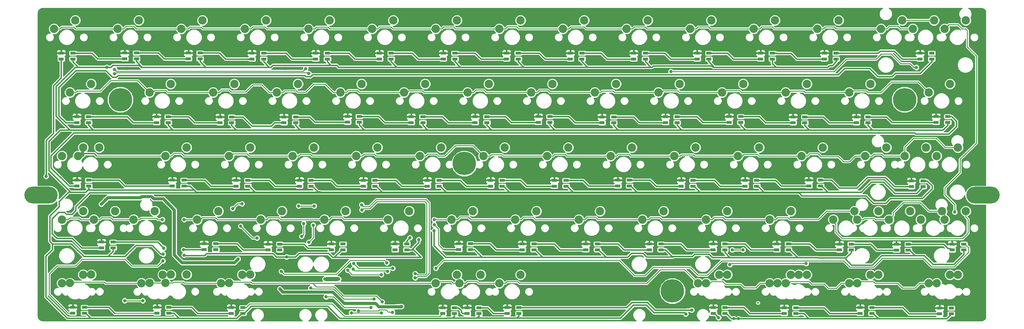
<source format=gtl>
G04 #@! TF.GenerationSoftware,KiCad,Pcbnew,(5.0.2)-1*
G04 #@! TF.CreationDate,2019-02-06T17:14:15+08:00*
G04 #@! TF.ProjectId,keyboard,6b657962-6f61-4726-942e-6b696361645f,B*
G04 #@! TF.SameCoordinates,Original*
G04 #@! TF.FileFunction,Copper,L1,Top*
G04 #@! TF.FilePolarity,Positive*
%FSLAX45Y45*%
G04 Gerber Fmt 4.5, Leading zero omitted, Abs format (unit mm)*
G04 Created by KiCad (PCBNEW (5.0.2)-1) date 2019/2/6 17:14:15*
%MOMM*%
%LPD*%
G01*
G04 APERTURE LIST*
G04 #@! TA.AperFunction,ComponentPad*
%ADD10C,2.499360*%
G04 #@! TD*
G04 #@! TA.AperFunction,SMDPad,CuDef*
%ADD11R,1.600000X0.850000*%
G04 #@! TD*
G04 #@! TA.AperFunction,ComponentPad*
%ADD12O,9.999980X5.001260*%
G04 #@! TD*
G04 #@! TA.AperFunction,ComponentPad*
%ADD13C,7.000240*%
G04 #@! TD*
G04 #@! TA.AperFunction,ComponentPad*
%ADD14C,7.001300*%
G04 #@! TD*
G04 #@! TA.AperFunction,ViaPad*
%ADD15C,1.000000*%
G04 #@! TD*
G04 #@! TA.AperFunction,Conductor*
%ADD16C,0.406400*%
G04 #@! TD*
G04 #@! TA.AperFunction,Conductor*
%ADD17C,0.254000*%
G04 #@! TD*
G04 #@! TA.AperFunction,Conductor*
%ADD18C,0.889000*%
G04 #@! TD*
G04 APERTURE END LIST*
D10*
G04 #@! TO.P,S031,2*
G04 #@! TO.N,/Matrix/row3*
X7636002Y-10684002D03*
G04 #@! TO.P,S031,1*
G04 #@! TO.N,N-000105*
X7001002Y-10938002D03*
G04 #@! TD*
D11*
G04 #@! TO.P,,1*
G04 #@! TO.N,GND*
X18402560Y-15482700D03*
G04 #@! TO.P,,2*
G04 #@! TO.N,N/C*
X18402560Y-15657700D03*
G04 #@! TO.P,,4*
X18752560Y-15482700D03*
G04 #@! TO.P,,3*
X18752560Y-15657700D03*
G04 #@! TD*
D10*
G04 #@! TO.P,S21,2*
G04 #@! TO.N,N-000086*
X15017750Y-6874002D03*
G04 #@! TO.P,S21,1*
G04 #@! TO.N,/Matrix/row1*
X14382750Y-7128002D03*
G04 #@! TD*
G04 #@! TO.P,S51,2*
G04 #@! TO.N,N-000095*
X26447750Y-6874002D03*
G04 #@! TO.P,S51,1*
G04 #@! TO.N,/Matrix/row1*
X25812750Y-7128002D03*
G04 #@! TD*
G04 #@! TO.P,S03,2*
G04 #@! TO.N,N-000105*
X8112252Y-10684002D03*
G04 #@! TO.P,S03,1*
G04 #@! TO.N,/Matrix/row3*
X7477252Y-10938002D03*
G04 #@! TD*
G04 #@! TO.P,S22,2*
G04 #@! TO.N,N-000080*
X15970250Y-8779002D03*
G04 #@! TO.P,S22,1*
G04 #@! TO.N,/Matrix/row2*
X15335250Y-9033002D03*
G04 #@! TD*
G04 #@! TO.P,S27,2*
G04 #@! TO.N,N-000071*
X17875250Y-8779002D03*
G04 #@! TO.P,S27,1*
G04 #@! TO.N,/Matrix/row2*
X17240250Y-9033002D03*
G04 #@! TD*
G04 #@! TO.P,S37,2*
G04 #@! TO.N,N-000078*
X21685250Y-8779002D03*
G04 #@! TO.P,S37,1*
G04 #@! TO.N,/Matrix/row2*
X21050250Y-9033002D03*
G04 #@! TD*
G04 #@! TO.P,S42,2*
G04 #@! TO.N,N-000082*
X23590250Y-8779002D03*
G04 #@! TO.P,S42,1*
G04 #@! TO.N,/Matrix/row2*
X22955250Y-9033002D03*
G04 #@! TD*
G04 #@! TO.P,S47,2*
G04 #@! TO.N,N-000084*
X25495250Y-8779002D03*
G04 #@! TO.P,S47,1*
G04 #@! TO.N,/Matrix/row2*
X24860250Y-9033002D03*
G04 #@! TD*
G04 #@! TO.P,S52,2*
G04 #@! TO.N,N-000114*
X27400250Y-8779002D03*
G04 #@! TO.P,S52,1*
G04 #@! TO.N,/Matrix/row2*
X26765250Y-9033002D03*
G04 #@! TD*
G04 #@! TO.P,S57,2*
G04 #@! TO.N,N-000121*
X29305250Y-8779002D03*
G04 #@! TO.P,S57,1*
G04 #@! TO.N,/Matrix/row2*
X28670250Y-9033002D03*
G04 #@! TD*
G04 #@! TO.P,S67,2*
G04 #@! TO.N,N-000113*
X33591500Y-8778875D03*
G04 #@! TO.P,S67,1*
G04 #@! TO.N,/Matrix/row2*
X32956500Y-9032875D03*
G04 #@! TD*
G04 #@! TO.P,S08,2*
G04 #@! TO.N,N-000100*
X10731500Y-10684002D03*
G04 #@! TO.P,S08,1*
G04 #@! TO.N,/Matrix/row3*
X10096500Y-10938002D03*
G04 #@! TD*
G04 #@! TO.P,S13,2*
G04 #@! TO.N,N-000101*
X12636500Y-10684002D03*
G04 #@! TO.P,S13,1*
G04 #@! TO.N,/Matrix/row3*
X12001500Y-10938002D03*
G04 #@! TD*
G04 #@! TO.P,S18,2*
G04 #@! TO.N,N-000075*
X14541500Y-10684002D03*
G04 #@! TO.P,S18,1*
G04 #@! TO.N,/Matrix/row3*
X13906500Y-10938002D03*
G04 #@! TD*
G04 #@! TO.P,S23,2*
G04 #@! TO.N,N-000085*
X16446500Y-10684002D03*
G04 #@! TO.P,S23,1*
G04 #@! TO.N,/Matrix/row3*
X15811500Y-10938002D03*
G04 #@! TD*
G04 #@! TO.P,S28,2*
G04 #@! TO.N,N-000072*
X18351500Y-10684002D03*
G04 #@! TO.P,S28,1*
G04 #@! TO.N,/Matrix/row3*
X17716500Y-10938002D03*
G04 #@! TD*
G04 #@! TO.P,S33,2*
G04 #@! TO.N,N-000089*
X20256500Y-10684002D03*
G04 #@! TO.P,S33,1*
G04 #@! TO.N,/Matrix/row3*
X19621500Y-10938002D03*
G04 #@! TD*
G04 #@! TO.P,S38,2*
G04 #@! TO.N,N-000079*
X22161500Y-10684002D03*
G04 #@! TO.P,S38,1*
G04 #@! TO.N,/Matrix/row3*
X21526500Y-10938002D03*
G04 #@! TD*
G04 #@! TO.P,S11,2*
G04 #@! TO.N,N-000108*
X11207750Y-6874002D03*
G04 #@! TO.P,S11,1*
G04 #@! TO.N,/Matrix/row1*
X10572750Y-7128002D03*
G04 #@! TD*
G04 #@! TO.P,S16,2*
G04 #@! TO.N,N-000070*
X13112750Y-6874002D03*
G04 #@! TO.P,S16,1*
G04 #@! TO.N,/Matrix/row1*
X12477750Y-7128002D03*
G04 #@! TD*
G04 #@! TO.P,S26,2*
G04 #@! TO.N,N-000106*
X16922750Y-6874002D03*
G04 #@! TO.P,S26,1*
G04 #@! TO.N,/Matrix/row1*
X16287750Y-7128002D03*
G04 #@! TD*
G04 #@! TO.P,S31,2*
G04 #@! TO.N,N-000087*
X18827750Y-6874002D03*
G04 #@! TO.P,S31,1*
G04 #@! TO.N,/Matrix/row1*
X18192750Y-7128002D03*
G04 #@! TD*
G04 #@! TO.P,S36,2*
G04 #@! TO.N,N-000091*
X20732750Y-6874002D03*
G04 #@! TO.P,S36,1*
G04 #@! TO.N,/Matrix/row1*
X20097750Y-7128002D03*
G04 #@! TD*
G04 #@! TO.P,S41,2*
G04 #@! TO.N,N-000077*
X22637750Y-6874002D03*
G04 #@! TO.P,S41,1*
G04 #@! TO.N,/Matrix/row1*
X22002750Y-7128002D03*
G04 #@! TD*
G04 #@! TO.P,S56,2*
G04 #@! TO.N,N-000123*
X28352750Y-6874002D03*
G04 #@! TO.P,S56,1*
G04 #@! TO.N,/Matrix/row1*
X27717750Y-7128002D03*
G04 #@! TD*
G04 #@! TO.P,S61,2*
G04 #@! TO.N,N-000122*
X30257750Y-6874002D03*
G04 #@! TO.P,S61,1*
G04 #@! TO.N,/Matrix/row1*
X29622750Y-7128002D03*
G04 #@! TD*
G04 #@! TO.P,S66,2*
G04 #@! TO.N,N-000135*
X33115250Y-6874002D03*
G04 #@! TO.P,S66,1*
G04 #@! TO.N,/Matrix/row1*
X32480250Y-7128002D03*
G04 #@! TD*
G04 #@! TO.P,S02,2*
G04 #@! TO.N,N-000098*
X7874000Y-8779002D03*
G04 #@! TO.P,S02,1*
G04 #@! TO.N,/Matrix/row2*
X7239000Y-9033002D03*
G04 #@! TD*
G04 #@! TO.P,S07,2*
G04 #@! TO.N,N-000099*
X10255250Y-8779002D03*
G04 #@! TO.P,S07,1*
G04 #@! TO.N,/Matrix/row2*
X9620250Y-9033002D03*
G04 #@! TD*
G04 #@! TO.P,S12,2*
G04 #@! TO.N,N-000097*
X12160250Y-8779002D03*
G04 #@! TO.P,S12,1*
G04 #@! TO.N,/Matrix/row2*
X11525250Y-9033002D03*
G04 #@! TD*
G04 #@! TO.P,S17,2*
G04 #@! TO.N,N-000074*
X14065250Y-8779002D03*
G04 #@! TO.P,S17,1*
G04 #@! TO.N,/Matrix/row2*
X13430250Y-9033002D03*
G04 #@! TD*
G04 #@! TO.P,S69,2*
G04 #@! TO.N,N-000132*
X32401002Y-12589002D03*
G04 #@! TO.P,S69,1*
G04 #@! TO.N,/Matrix/row4*
X31766002Y-12843002D03*
G04 #@! TD*
G04 #@! TO.P,S05,2*
G04 #@! TO.N,N-000092*
X7635875Y-14493875D03*
G04 #@! TO.P,S05,1*
G04 #@! TO.N,/Matrix/row5*
X7000875Y-14747875D03*
G04 #@! TD*
G04 #@! TO.P,S15,2*
G04 #@! TO.N,N-000093*
X12398375Y-14493875D03*
G04 #@! TO.P,S15,1*
G04 #@! TO.N,/Matrix/row5*
X11763375Y-14747875D03*
G04 #@! TD*
G04 #@! TO.P,S30,2*
G04 #@! TO.N,N-000129*
X19542125Y-14493875D03*
G04 #@! TO.P,S30,1*
G04 #@! TO.N,/Matrix/row5*
X18907125Y-14747875D03*
G04 #@! TD*
G04 #@! TO.P,S55,2*
G04 #@! TO.N,N-000094*
X26685875Y-14493875D03*
G04 #@! TO.P,S55,1*
G04 #@! TO.N,/Matrix/row5*
X26050875Y-14747875D03*
G04 #@! TD*
G04 #@! TO.P,S60,2*
G04 #@! TO.N,N-000134*
X29067125Y-14493875D03*
G04 #@! TO.P,S60,1*
G04 #@! TO.N,/Matrix/row5*
X28432125Y-14747875D03*
G04 #@! TD*
G04 #@! TO.P,S65,2*
G04 #@! TO.N,N-000096*
X31448375Y-14493875D03*
G04 #@! TO.P,S65,1*
G04 #@! TO.N,/Matrix/row5*
X30813375Y-14747875D03*
G04 #@! TD*
G04 #@! TO.P,S70,2*
G04 #@! TO.N,N-000104*
X33829625Y-14493875D03*
G04 #@! TO.P,S70,1*
G04 #@! TO.N,/Matrix/row5*
X33194625Y-14747875D03*
G04 #@! TD*
G04 #@! TO.P,S43,2*
G04 #@! TO.N,N-000081*
X24066500Y-10684002D03*
G04 #@! TO.P,S43,1*
G04 #@! TO.N,/Matrix/row3*
X23431500Y-10938002D03*
G04 #@! TD*
G04 #@! TO.P,S48,2*
G04 #@! TO.N,N-000115*
X25971500Y-10684002D03*
G04 #@! TO.P,S48,1*
G04 #@! TO.N,/Matrix/row3*
X25336500Y-10938002D03*
G04 #@! TD*
G04 #@! TO.P,S58,2*
G04 #@! TO.N,N-000111*
X29781500Y-10684002D03*
G04 #@! TO.P,S58,1*
G04 #@! TO.N,/Matrix/row3*
X29146500Y-10938002D03*
G04 #@! TD*
G04 #@! TO.P,S68,2*
G04 #@! TO.N,N-000127*
X32877125Y-10683875D03*
G04 #@! TO.P,S68,1*
G04 #@! TO.N,/Matrix/row3*
X32242125Y-10937875D03*
G04 #@! TD*
G04 #@! TO.P,S04,2*
G04 #@! TO.N,N-000130*
X8588375Y-12588875D03*
G04 #@! TO.P,S04,1*
G04 #@! TO.N,/Matrix/row4*
X7953375Y-12842875D03*
G04 #@! TD*
G04 #@! TO.P,S14,2*
G04 #@! TO.N,N-000103*
X11684000Y-12589002D03*
G04 #@! TO.P,S14,1*
G04 #@! TO.N,/Matrix/row4*
X11049000Y-12843002D03*
G04 #@! TD*
G04 #@! TO.P,S19,2*
G04 #@! TO.N,N-000076*
X13589000Y-12589002D03*
G04 #@! TO.P,S19,1*
G04 #@! TO.N,/Matrix/row4*
X12954000Y-12843002D03*
G04 #@! TD*
G04 #@! TO.P,S29,2*
G04 #@! TO.N,N-000073*
X17399000Y-12589002D03*
G04 #@! TO.P,S29,1*
G04 #@! TO.N,/Matrix/row4*
X16764000Y-12843002D03*
G04 #@! TD*
G04 #@! TO.P,S34,2*
G04 #@! TO.N,N-000125*
X19304000Y-12589002D03*
G04 #@! TO.P,S34,1*
G04 #@! TO.N,/Matrix/row4*
X18669000Y-12843002D03*
G04 #@! TD*
G04 #@! TO.P,S39,2*
G04 #@! TO.N,N-000126*
X21209000Y-12589002D03*
G04 #@! TO.P,S39,1*
G04 #@! TO.N,/Matrix/row4*
X20574000Y-12843002D03*
G04 #@! TD*
G04 #@! TO.P,S44,2*
G04 #@! TO.N,N-000116*
X23114000Y-12589002D03*
G04 #@! TO.P,S44,1*
G04 #@! TO.N,/Matrix/row4*
X22479000Y-12843002D03*
G04 #@! TD*
G04 #@! TO.P,S49,2*
G04 #@! TO.N,N-000118*
X25019000Y-12589002D03*
G04 #@! TO.P,S49,1*
G04 #@! TO.N,/Matrix/row4*
X24384000Y-12843002D03*
G04 #@! TD*
G04 #@! TO.P,S54,2*
G04 #@! TO.N,N-000119*
X26924000Y-12589002D03*
G04 #@! TO.P,S54,1*
G04 #@! TO.N,/Matrix/row4*
X26289000Y-12843002D03*
G04 #@! TD*
G04 #@! TO.P,S59,2*
G04 #@! TO.N,N-000120*
X28829000Y-12589002D03*
G04 #@! TO.P,S59,1*
G04 #@! TO.N,/Matrix/row4*
X28194000Y-12843002D03*
G04 #@! TD*
G04 #@! TO.P,S10,2*
G04 #@! TO.N,N-000128*
X10017125Y-14493875D03*
G04 #@! TO.P,S10,1*
G04 #@! TO.N,/Matrix/row5*
X9382125Y-14747875D03*
G04 #@! TD*
G04 #@! TO.P,S24,2*
G04 #@! TO.N,N-000124*
X15494000Y-12589002D03*
G04 #@! TO.P,S24,1*
G04 #@! TO.N,/Matrix/row4*
X14859000Y-12843002D03*
G04 #@! TD*
G04 #@! TO.P,S46,2*
G04 #@! TO.N,N-000083*
X24542750Y-6874002D03*
G04 #@! TO.P,S46,1*
G04 #@! TO.N,/Matrix/row1*
X23907750Y-7128002D03*
G04 #@! TD*
G04 #@! TO.P,S62,2*
G04 #@! TO.N,N-000117*
X31210250Y-8779002D03*
G04 #@! TO.P,S62,1*
G04 #@! TO.N,/Matrix/row2*
X30575250Y-9033002D03*
G04 #@! TD*
G04 #@! TO.P,S32,2*
G04 #@! TO.N,N-000090*
X19780250Y-8779002D03*
G04 #@! TO.P,S32,1*
G04 #@! TO.N,/Matrix/row2*
X19145250Y-9033002D03*
G04 #@! TD*
G04 #@! TO.P,S53,2*
G04 #@! TO.N,N-000112*
X27876500Y-10684002D03*
G04 #@! TO.P,S53,1*
G04 #@! TO.N,/Matrix/row3*
X27241500Y-10938002D03*
G04 #@! TD*
G04 #@! TO.P,S682,2*
G04 #@! TO.N,/Matrix/row3*
X33829625Y-10683875D03*
G04 #@! TO.P,S682,1*
G04 #@! TO.N,N-000127*
X33194625Y-10937875D03*
G04 #@! TD*
G04 #@! TO.P,S601,2*
G04 #@! TO.N,N-000134*
X28829000Y-14493875D03*
G04 #@! TO.P,S601,1*
G04 #@! TO.N,/Matrix/row5*
X28194000Y-14747875D03*
G04 #@! TD*
G04 #@! TO.P,S09,2*
G04 #@! TO.N,N-000102*
X9779000Y-12589002D03*
G04 #@! TO.P,S09,1*
G04 #@! TO.N,/Matrix/row4*
X9144000Y-12843002D03*
G04 #@! TD*
G04 #@! TO.P,S641,2*
G04 #@! TO.N,N-000131*
X34067750Y-12588875D03*
G04 #@! TO.P,S641,1*
G04 #@! TO.N,/Matrix/row4*
X33432750Y-12842875D03*
G04 #@! TD*
G04 #@! TO.P,S0512,2*
G04 #@! TO.N,N-000092*
X7874000Y-14490700D03*
G04 #@! TO.P,S0512,1*
G04 #@! TO.N,/Matrix/row5*
X7239000Y-14744700D03*
G04 #@! TD*
G04 #@! TO.P,S102,2*
G04 #@! TO.N,N-000128*
X10731500Y-14490700D03*
G04 #@! TO.P,S102,1*
G04 #@! TO.N,/Matrix/row5*
X10096500Y-14744700D03*
G04 #@! TD*
G04 #@! TO.P,S101,2*
G04 #@! TO.N,N-000128*
X10261600Y-14490700D03*
G04 #@! TO.P,S101,1*
G04 #@! TO.N,/Matrix/row5*
X9626600Y-14744700D03*
G04 #@! TD*
G04 #@! TO.P,S552,2*
G04 #@! TO.N,N-000094*
X26924000Y-14493875D03*
G04 #@! TO.P,S552,1*
G04 #@! TO.N,/Matrix/row5*
X26289000Y-14747875D03*
G04 #@! TD*
G04 #@! TO.P,S602,2*
G04 #@! TO.N,N-000134*
X29305250Y-14493875D03*
G04 #@! TO.P,S602,1*
G04 #@! TO.N,/Matrix/row5*
X28670250Y-14747875D03*
G04 #@! TD*
G04 #@! TO.P,S151,2*
G04 #@! TO.N,N-000093*
X12636500Y-14490700D03*
G04 #@! TO.P,S151,1*
G04 #@! TO.N,/Matrix/row5*
X12001500Y-14744700D03*
G04 #@! TD*
G04 #@! TO.P,S6512,2*
G04 #@! TO.N,N-000096*
X31210250Y-14493875D03*
G04 #@! TO.P,S6512,1*
G04 #@! TO.N,/Matrix/row5*
X30575250Y-14747875D03*
G04 #@! TD*
G04 #@! TO.P,S7012,2*
G04 #@! TO.N,N-000104*
X33591500Y-14493875D03*
G04 #@! TO.P,S7012,1*
G04 #@! TO.N,/Matrix/row5*
X32956500Y-14747875D03*
G04 #@! TD*
G04 #@! TO.P,S301,2*
G04 #@! TO.N,N-000129*
X20732750Y-14494002D03*
G04 #@! TO.P,S301,1*
G04 #@! TO.N,/Matrix/row5*
X20097750Y-14748002D03*
G04 #@! TD*
G04 #@! TO.P,S302,2*
G04 #@! TO.N,N-000129*
X18827750Y-14493875D03*
G04 #@! TO.P,S302,1*
G04 #@! TO.N,/Matrix/row5*
X18192750Y-14747875D03*
G04 #@! TD*
G04 #@! TO.P,S041,2*
G04 #@! TO.N,N-000130*
X7636002Y-12589002D03*
G04 #@! TO.P,S041,1*
G04 #@! TO.N,/Matrix/row4*
X7001002Y-12843002D03*
G04 #@! TD*
G04 #@! TO.P,S691,2*
G04 #@! TO.N,/Matrix/row4*
X33353375Y-12588875D03*
G04 #@! TO.P,S691,1*
G04 #@! TO.N,N-000132*
X32718375Y-12842875D03*
G04 #@! TD*
G04 #@! TO.P,S661,2*
G04 #@! TO.N,N-000135*
X32162750Y-6873875D03*
G04 #@! TO.P,S661,1*
G04 #@! TO.N,/Matrix/row1*
X31527750Y-7127875D03*
G04 #@! TD*
G04 #@! TO.P,S50,2*
G04 #@! TO.N,N-000109*
X34067750Y-6873875D03*
G04 #@! TO.P,S50,1*
G04 #@! TO.N,/Matrix/row5*
X33432750Y-7127875D03*
G04 #@! TD*
G04 #@! TO.P,S06,2*
G04 #@! TO.N,N-000107*
X9302750Y-6873875D03*
G04 #@! TO.P,S06,1*
G04 #@! TO.N,/Matrix/row1*
X8667750Y-7127875D03*
G04 #@! TD*
G04 #@! TO.P,S01,2*
G04 #@! TO.N,N-000088*
X7397750Y-6873875D03*
G04 #@! TO.P,S01,1*
G04 #@! TO.N,/Matrix/row1*
X6762750Y-7127875D03*
G04 #@! TD*
G04 #@! TO.P,S692,2*
G04 #@! TO.N,N-000132*
X31448375Y-12588875D03*
G04 #@! TO.P,S692,1*
G04 #@! TO.N,/Matrix/row4*
X30813375Y-12842875D03*
G04 #@! TD*
G04 #@! TO.P,S64,2*
G04 #@! TO.N,/Matrix/row4*
X30734000Y-12588875D03*
G04 #@! TO.P,S64,1*
G04 #@! TO.N,N-000131*
X30099000Y-12842875D03*
G04 #@! TD*
G04 #@! TO.P,S63,2*
G04 #@! TO.N,N-000110*
X31686500Y-10684002D03*
G04 #@! TO.P,S63,1*
G04 #@! TO.N,/Matrix/row3*
X31051500Y-10938002D03*
G04 #@! TD*
D12*
G04 #@! TO.P,HOLE,1*
G04 #@! TO.N,N/C*
X34583120Y-12112120D03*
G04 #@! TD*
G04 #@! TO.P,HOLE,1*
G04 #@! TO.N,N/C*
X6374890Y-12112120D03*
G04 #@! TD*
D13*
G04 #@! TO.P,HOLE,1*
G04 #@! TO.N,N/C*
X32233990Y-9252080D03*
G04 #@! TD*
G04 #@! TO.P,HOLE,1*
G04 #@! TO.N,N/C*
X25278940Y-14982070D03*
G04 #@! TD*
G04 #@! TO.P,HOLE,1*
G04 #@! TO.N,N/C*
X19049000Y-11162000D03*
G04 #@! TD*
D14*
G04 #@! TO.P,HOLE,1*
G04 #@! TO.N,N/C*
X8748930Y-9252080D03*
G04 #@! TD*
D11*
G04 #@! TO.P,,1*
G04 #@! TO.N,GND*
X6977640Y-7857620D03*
G04 #@! TO.P,,2*
G04 #@! TO.N,N/C*
X6977640Y-8032620D03*
G04 #@! TO.P,,4*
X7327640Y-7857620D03*
G04 #@! TO.P,,3*
X7327640Y-8032620D03*
G04 #@! TD*
G04 #@! TO.P,,1*
G04 #@! TO.N,GND*
X8880100Y-7852540D03*
G04 #@! TO.P,,2*
G04 #@! TO.N,N/C*
X8880100Y-8027540D03*
G04 #@! TO.P,,4*
X9230100Y-7852540D03*
G04 #@! TO.P,,3*
X9230100Y-8027540D03*
G04 #@! TD*
G04 #@! TO.P,,1*
G04 #@! TO.N,GND*
X10785100Y-7852540D03*
G04 #@! TO.P,,2*
G04 #@! TO.N,N/C*
X10785100Y-8027540D03*
G04 #@! TO.P,,4*
X11135100Y-7852540D03*
G04 #@! TO.P,,3*
X11135100Y-8027540D03*
G04 #@! TD*
G04 #@! TO.P,,1*
G04 #@! TO.N,GND*
X12690100Y-7857620D03*
G04 #@! TO.P,,2*
G04 #@! TO.N,N/C*
X12690100Y-8032620D03*
G04 #@! TO.P,,4*
X13040100Y-7857620D03*
G04 #@! TO.P,,3*
X13040100Y-8032620D03*
G04 #@! TD*
G04 #@! TO.P,,1*
G04 #@! TO.N,GND*
X14597640Y-7857620D03*
G04 #@! TO.P,,2*
G04 #@! TO.N,N/C*
X14597640Y-8032620D03*
G04 #@! TO.P,,4*
X14947640Y-7857620D03*
G04 #@! TO.P,,3*
X14947640Y-8032620D03*
G04 #@! TD*
G04 #@! TO.P,,1*
G04 #@! TO.N,GND*
X16507720Y-7857620D03*
G04 #@! TO.P,,2*
G04 #@! TO.N,N/C*
X16507720Y-8032620D03*
G04 #@! TO.P,,4*
X16857720Y-7857620D03*
G04 #@! TO.P,,3*
X16857720Y-8032620D03*
G04 #@! TD*
G04 #@! TO.P,,1*
G04 #@! TO.N,GND*
X18417800Y-7857620D03*
G04 #@! TO.P,,2*
G04 #@! TO.N,N/C*
X18417800Y-8032620D03*
G04 #@! TO.P,,4*
X18767800Y-7857620D03*
G04 #@! TO.P,,3*
X18767800Y-8032620D03*
G04 #@! TD*
G04 #@! TO.P,,1*
G04 #@! TO.N,GND*
X20312640Y-7857620D03*
G04 #@! TO.P,,2*
G04 #@! TO.N,N/C*
X20312640Y-8032620D03*
G04 #@! TO.P,,4*
X20662640Y-7857620D03*
G04 #@! TO.P,,3*
X20662640Y-8032620D03*
G04 #@! TD*
G04 #@! TO.P,,1*
G04 #@! TO.N,GND*
X22222720Y-7857620D03*
G04 #@! TO.P,,2*
G04 #@! TO.N,N/C*
X22222720Y-8032620D03*
G04 #@! TO.P,,4*
X22572720Y-7857620D03*
G04 #@! TO.P,,3*
X22572720Y-8032620D03*
G04 #@! TD*
G04 #@! TO.P,,1*
G04 #@! TO.N,GND*
X24122640Y-7857620D03*
G04 #@! TO.P,,2*
G04 #@! TO.N,N/C*
X24122640Y-8032620D03*
G04 #@! TO.P,,4*
X24472640Y-7857620D03*
G04 #@! TO.P,,3*
X24472640Y-8032620D03*
G04 #@! TD*
G04 #@! TO.P,,1*
G04 #@! TO.N,GND*
X26022560Y-7857620D03*
G04 #@! TO.P,,2*
G04 #@! TO.N,N/C*
X26022560Y-8032620D03*
G04 #@! TO.P,,4*
X26372560Y-7857620D03*
G04 #@! TO.P,,3*
X26372560Y-8032620D03*
G04 #@! TD*
G04 #@! TO.P,,1*
G04 #@! TO.N,GND*
X27922480Y-7857620D03*
G04 #@! TO.P,,2*
G04 #@! TO.N,N/C*
X27922480Y-8032620D03*
G04 #@! TO.P,,4*
X28272480Y-7857620D03*
G04 #@! TO.P,,3*
X28272480Y-8032620D03*
G04 #@! TD*
G04 #@! TO.P,,1*
G04 #@! TO.N,GND*
X29832560Y-7857620D03*
G04 #@! TO.P,,2*
G04 #@! TO.N,N/C*
X29832560Y-8032620D03*
G04 #@! TO.P,,4*
X30182560Y-7857620D03*
G04 #@! TO.P,,3*
X30182560Y-8032620D03*
G04 #@! TD*
G04 #@! TO.P,,1*
G04 #@! TO.N,GND*
X32697680Y-7857620D03*
G04 #@! TO.P,,2*
G04 #@! TO.N,N/C*
X32697680Y-8032620D03*
G04 #@! TO.P,,4*
X33047680Y-7857620D03*
G04 #@! TO.P,,3*
X33047680Y-8032620D03*
G04 #@! TD*
G04 #@! TO.P,,1*
G04 #@! TO.N,GND*
X7445000Y-9762620D03*
G04 #@! TO.P,,2*
G04 #@! TO.N,N/C*
X7445000Y-9937620D03*
G04 #@! TO.P,,4*
X7795000Y-9762620D03*
G04 #@! TO.P,,3*
X7795000Y-9937620D03*
G04 #@! TD*
G04 #@! TO.P,,1*
G04 #@! TO.N,GND*
X10305040Y-11662540D03*
G04 #@! TO.P,,2*
G04 #@! TO.N,N/C*
X10305040Y-11837540D03*
G04 #@! TO.P,,4*
X10655040Y-11662540D03*
G04 #@! TO.P,,3*
X10655040Y-11837540D03*
G04 #@! TD*
G04 #@! TO.P,,1*
G04 #@! TO.N,GND*
X8181600Y-13516740D03*
G04 #@! TO.P,,2*
G04 #@! TO.N,N/C*
X8181600Y-13691740D03*
G04 #@! TO.P,,4*
X8531600Y-13516740D03*
G04 #@! TO.P,,3*
X8531600Y-13691740D03*
G04 #@! TD*
G04 #@! TO.P,,1*
G04 #@! TO.N,GND*
X7323080Y-15472540D03*
G04 #@! TO.P,,2*
G04 #@! TO.N,N/C*
X7323080Y-15647540D03*
G04 #@! TO.P,,4*
X7673080Y-15472540D03*
G04 #@! TO.P,,3*
X7673080Y-15647540D03*
G04 #@! TD*
G04 #@! TO.P,,1*
G04 #@! TO.N,GND*
X9847840Y-15472540D03*
G04 #@! TO.P,,2*
G04 #@! TO.N,N/C*
X9847840Y-15647540D03*
G04 #@! TO.P,,4*
X10197840Y-15472540D03*
G04 #@! TO.P,,3*
X10197840Y-15647540D03*
G04 #@! TD*
G04 #@! TO.P,,1*
G04 #@! TO.N,GND*
X12067800Y-15477620D03*
G04 #@! TO.P,,2*
G04 #@! TO.N,N/C*
X12067800Y-15652620D03*
G04 #@! TO.P,,4*
X12417800Y-15477620D03*
G04 #@! TO.P,,3*
X12417800Y-15652620D03*
G04 #@! TD*
G04 #@! TO.P,,1*
G04 #@! TO.N,GND*
X19134080Y-15482700D03*
G04 #@! TO.P,,2*
G04 #@! TO.N,N/C*
X19134080Y-15657700D03*
G04 #@! TO.P,,4*
X19484080Y-15482700D03*
G04 #@! TO.P,,3*
X19484080Y-15657700D03*
G04 #@! TD*
G04 #@! TO.P,,1*
G04 #@! TO.N,GND*
X20332960Y-15477620D03*
G04 #@! TO.P,,2*
G04 #@! TO.N,N/C*
X20332960Y-15652620D03*
G04 #@! TO.P,,4*
X20682960Y-15477620D03*
G04 #@! TO.P,,3*
X20682960Y-15652620D03*
G04 #@! TD*
G04 #@! TO.P,,1*
G04 #@! TO.N,GND*
X26505160Y-15477620D03*
G04 #@! TO.P,,2*
G04 #@! TO.N,N/C*
X26505160Y-15652620D03*
G04 #@! TO.P,,4*
X26855160Y-15477620D03*
G04 #@! TO.P,,3*
X26855160Y-15652620D03*
G04 #@! TD*
G04 #@! TO.P,,1*
G04 #@! TO.N,GND*
X28628600Y-15482700D03*
G04 #@! TO.P,,2*
G04 #@! TO.N,N/C*
X28628600Y-15657700D03*
G04 #@! TO.P,,4*
X28978600Y-15482700D03*
G04 #@! TO.P,,3*
X28978600Y-15657700D03*
G04 #@! TD*
G04 #@! TO.P,,1*
G04 #@! TO.N,GND*
X30904440Y-15477620D03*
G04 #@! TO.P,,2*
G04 #@! TO.N,N/C*
X30904440Y-15652620D03*
G04 #@! TO.P,,4*
X31254440Y-15477620D03*
G04 #@! TO.P,,3*
X31254440Y-15652620D03*
G04 #@! TD*
G04 #@! TO.P,,1*
G04 #@! TO.N,GND*
X33281880Y-15492860D03*
G04 #@! TO.P,,2*
G04 #@! TO.N,N/C*
X33281880Y-15667860D03*
G04 #@! TO.P,,4*
X33631880Y-15492860D03*
G04 #@! TO.P,,3*
X33631880Y-15667860D03*
G04 #@! TD*
G04 #@! TO.P,,1*
G04 #@! TO.N,GND*
X9832600Y-9762620D03*
G04 #@! TO.P,,2*
G04 #@! TO.N,N/C*
X9832600Y-9937620D03*
G04 #@! TO.P,,4*
X10182600Y-9762620D03*
G04 #@! TO.P,,3*
X10182600Y-9937620D03*
G04 #@! TD*
G04 #@! TO.P,,1*
G04 #@! TO.N,GND*
X11732520Y-9767700D03*
G04 #@! TO.P,,2*
G04 #@! TO.N,N/C*
X11732520Y-9942700D03*
G04 #@! TO.P,,4*
X12082520Y-9767700D03*
G04 #@! TO.P,,3*
X12082520Y-9942700D03*
G04 #@! TD*
G04 #@! TO.P,,1*
G04 #@! TO.N,GND*
X13647680Y-9767700D03*
G04 #@! TO.P,,2*
G04 #@! TO.N,N/C*
X13647680Y-9942700D03*
G04 #@! TO.P,,4*
X13997680Y-9767700D03*
G04 #@! TO.P,,3*
X13997680Y-9942700D03*
G04 #@! TD*
G04 #@! TO.P,,1*
G04 #@! TO.N,GND*
X15552680Y-9752460D03*
G04 #@! TO.P,,2*
G04 #@! TO.N,N/C*
X15552680Y-9927460D03*
G04 #@! TO.P,,4*
X15902680Y-9752460D03*
G04 #@! TO.P,,3*
X15902680Y-9927460D03*
G04 #@! TD*
G04 #@! TO.P,,1*
G04 #@! TO.N,GND*
X17457680Y-9762620D03*
G04 #@! TO.P,,2*
G04 #@! TO.N,N/C*
X17457680Y-9937620D03*
G04 #@! TO.P,,4*
X17807680Y-9762620D03*
G04 #@! TO.P,,3*
X17807680Y-9937620D03*
G04 #@! TD*
G04 #@! TO.P,,1*
G04 #@! TO.N,GND*
X19372840Y-9762620D03*
G04 #@! TO.P,,2*
G04 #@! TO.N,N/C*
X19372840Y-9937620D03*
G04 #@! TO.P,,4*
X19722840Y-9762620D03*
G04 #@! TO.P,,3*
X19722840Y-9937620D03*
G04 #@! TD*
G04 #@! TO.P,,1*
G04 #@! TO.N,GND*
X21262600Y-9757540D03*
G04 #@! TO.P,,2*
G04 #@! TO.N,N/C*
X21262600Y-9932540D03*
G04 #@! TO.P,,4*
X21612600Y-9757540D03*
G04 #@! TO.P,,3*
X21612600Y-9932540D03*
G04 #@! TD*
G04 #@! TO.P,,1*
G04 #@! TO.N,GND*
X23172680Y-9767700D03*
G04 #@! TO.P,,2*
G04 #@! TO.N,N/C*
X23172680Y-9942700D03*
G04 #@! TO.P,,4*
X23522680Y-9767700D03*
G04 #@! TO.P,,3*
X23522680Y-9942700D03*
G04 #@! TD*
G04 #@! TO.P,,1*
G04 #@! TO.N,GND*
X25072600Y-9762620D03*
G04 #@! TO.P,,2*
G04 #@! TO.N,N/C*
X25072600Y-9937620D03*
G04 #@! TO.P,,4*
X25422600Y-9762620D03*
G04 #@! TO.P,,3*
X25422600Y-9937620D03*
G04 #@! TD*
G04 #@! TO.P,,1*
G04 #@! TO.N,GND*
X26977600Y-9757540D03*
G04 #@! TO.P,,2*
G04 #@! TO.N,N/C*
X26977600Y-9932540D03*
G04 #@! TO.P,,4*
X27327600Y-9757540D03*
G04 #@! TO.P,,3*
X27327600Y-9932540D03*
G04 #@! TD*
G04 #@! TO.P,,1*
G04 #@! TO.N,GND*
X28892760Y-9767700D03*
G04 #@! TO.P,,2*
G04 #@! TO.N,N/C*
X28892760Y-9942700D03*
G04 #@! TO.P,,4*
X29242760Y-9767700D03*
G04 #@! TO.P,,3*
X29242760Y-9942700D03*
G04 #@! TD*
G04 #@! TO.P,,1*
G04 #@! TO.N,GND*
X30787600Y-9767700D03*
G04 #@! TO.P,,2*
G04 #@! TO.N,N/C*
X30787600Y-9942700D03*
G04 #@! TO.P,,4*
X31137600Y-9767700D03*
G04 #@! TO.P,,3*
X31137600Y-9942700D03*
G04 #@! TD*
G04 #@! TO.P,,1*
G04 #@! TO.N,GND*
X31991560Y-13582780D03*
G04 #@! TO.P,,2*
G04 #@! TO.N,N/C*
X31991560Y-13757780D03*
G04 #@! TO.P,,4*
X32341560Y-13582780D03*
G04 #@! TO.P,,3*
X32341560Y-13757780D03*
G04 #@! TD*
G04 #@! TO.P,,1*
G04 #@! TO.N,GND*
X30284680Y-13577700D03*
G04 #@! TO.P,,2*
G04 #@! TO.N,N/C*
X30284680Y-13752700D03*
G04 #@! TO.P,,4*
X30634680Y-13577700D03*
G04 #@! TO.P,,3*
X30634680Y-13752700D03*
G04 #@! TD*
G04 #@! TO.P,,1*
G04 #@! TO.N,GND*
X33657800Y-13577700D03*
G04 #@! TO.P,,2*
G04 #@! TO.N,N/C*
X33657800Y-13752700D03*
G04 #@! TO.P,,4*
X34007800Y-13577700D03*
G04 #@! TO.P,,3*
X34007800Y-13752700D03*
G04 #@! TD*
G04 #@! TO.P,,1*
G04 #@! TO.N,GND*
X7450080Y-11662540D03*
G04 #@! TO.P,,2*
G04 #@! TO.N,N/C*
X7450080Y-11837540D03*
G04 #@! TO.P,,4*
X7800080Y-11662540D03*
G04 #@! TO.P,,3*
X7800080Y-11837540D03*
G04 #@! TD*
G04 #@! TO.P,,1*
G04 #@! TO.N,GND*
X12215120Y-11667620D03*
G04 #@! TO.P,,2*
G04 #@! TO.N,N/C*
X12215120Y-11842620D03*
G04 #@! TO.P,,4*
X12565120Y-11667620D03*
G04 #@! TO.P,,3*
X12565120Y-11842620D03*
G04 #@! TD*
G04 #@! TO.P,,1*
G04 #@! TO.N,GND*
X14109960Y-11667620D03*
G04 #@! TO.P,,2*
G04 #@! TO.N,N/C*
X14109960Y-11842620D03*
G04 #@! TO.P,,4*
X14459960Y-11667620D03*
G04 #@! TO.P,,3*
X14459960Y-11842620D03*
G04 #@! TD*
G04 #@! TO.P,,1*
G04 #@! TO.N,GND*
X16025120Y-11667620D03*
G04 #@! TO.P,,2*
G04 #@! TO.N,N/C*
X16025120Y-11842620D03*
G04 #@! TO.P,,4*
X16375120Y-11667620D03*
G04 #@! TO.P,,3*
X16375120Y-11842620D03*
G04 #@! TD*
G04 #@! TO.P,,1*
G04 #@! TO.N,GND*
X17940280Y-11667620D03*
G04 #@! TO.P,,2*
G04 #@! TO.N,N/C*
X17940280Y-11842620D03*
G04 #@! TO.P,,4*
X18290280Y-11667620D03*
G04 #@! TO.P,,3*
X18290280Y-11842620D03*
G04 #@! TD*
G04 #@! TO.P,,1*
G04 #@! TO.N,GND*
X19835120Y-11667620D03*
G04 #@! TO.P,,2*
G04 #@! TO.N,N/C*
X19835120Y-11842620D03*
G04 #@! TO.P,,4*
X20185120Y-11667620D03*
G04 #@! TO.P,,3*
X20185120Y-11842620D03*
G04 #@! TD*
G04 #@! TO.P,,1*
G04 #@! TO.N,GND*
X21745200Y-11667620D03*
G04 #@! TO.P,,2*
G04 #@! TO.N,N/C*
X21745200Y-11842620D03*
G04 #@! TO.P,,4*
X22095200Y-11667620D03*
G04 #@! TO.P,,3*
X22095200Y-11842620D03*
G04 #@! TD*
G04 #@! TO.P,,1*
G04 #@! TO.N,GND*
X23645120Y-11662540D03*
G04 #@! TO.P,,2*
G04 #@! TO.N,N/C*
X23645120Y-11837540D03*
G04 #@! TO.P,,4*
X23995120Y-11662540D03*
G04 #@! TO.P,,3*
X23995120Y-11837540D03*
G04 #@! TD*
G04 #@! TO.P,,1*
G04 #@! TO.N,GND*
X25545040Y-11667620D03*
G04 #@! TO.P,,2*
G04 #@! TO.N,N/C*
X25545040Y-11842620D03*
G04 #@! TO.P,,4*
X25895040Y-11667620D03*
G04 #@! TO.P,,3*
X25895040Y-11842620D03*
G04 #@! TD*
G04 #@! TO.P,,1*
G04 #@! TO.N,GND*
X27455120Y-11667620D03*
G04 #@! TO.P,,2*
G04 #@! TO.N,N/C*
X27455120Y-11842620D03*
G04 #@! TO.P,,4*
X27805120Y-11667620D03*
G04 #@! TO.P,,3*
X27805120Y-11842620D03*
G04 #@! TD*
G04 #@! TO.P,,1*
G04 #@! TO.N,GND*
X29365200Y-11662540D03*
G04 #@! TO.P,,2*
G04 #@! TO.N,N/C*
X29365200Y-11837540D03*
G04 #@! TO.P,,4*
X29715200Y-11662540D03*
G04 #@! TO.P,,3*
X29715200Y-11837540D03*
G04 #@! TD*
G04 #@! TO.P,,1*
G04 #@! TO.N,GND*
X32438600Y-11682860D03*
G04 #@! TO.P,,2*
G04 #@! TO.N,N/C*
X32438600Y-11857860D03*
G04 #@! TO.P,,4*
X32788600Y-11682860D03*
G04 #@! TO.P,,3*
X32788600Y-11857860D03*
G04 #@! TD*
G04 #@! TO.P,,1*
G04 #@! TO.N,GND*
X33175200Y-9757540D03*
G04 #@! TO.P,,2*
G04 #@! TO.N,N/C*
X33175200Y-9932540D03*
G04 #@! TO.P,,4*
X33525200Y-9757540D03*
G04 #@! TO.P,,3*
X33525200Y-9932540D03*
G04 #@! TD*
G04 #@! TO.P,,1*
G04 #@! TO.N,GND*
X11255000Y-13567540D03*
G04 #@! TO.P,,2*
G04 #@! TO.N,N/C*
X11255000Y-13742540D03*
G04 #@! TO.P,,4*
X11605000Y-13567540D03*
G04 #@! TO.P,,3*
X11605000Y-13742540D03*
G04 #@! TD*
G04 #@! TO.P,,1*
G04 #@! TO.N,GND*
X13170160Y-13577700D03*
G04 #@! TO.P,,2*
G04 #@! TO.N,N/C*
X13170160Y-13752700D03*
G04 #@! TO.P,,4*
X13520160Y-13577700D03*
G04 #@! TO.P,,3*
X13520160Y-13752700D03*
G04 #@! TD*
G04 #@! TO.P,,1*
G04 #@! TO.N,GND*
X15065000Y-13572620D03*
G04 #@! TO.P,,2*
G04 #@! TO.N,N/C*
X15065000Y-13747620D03*
G04 #@! TO.P,,4*
X15415000Y-13572620D03*
G04 #@! TO.P,,3*
X15415000Y-13747620D03*
G04 #@! TD*
G04 #@! TO.P,,1*
G04 #@! TO.N,GND*
X16975080Y-13572620D03*
G04 #@! TO.P,,2*
G04 #@! TO.N,N/C*
X16975080Y-13747620D03*
G04 #@! TO.P,,4*
X17325080Y-13572620D03*
G04 #@! TO.P,,3*
X17325080Y-13747620D03*
G04 #@! TD*
G04 #@! TO.P,,1*
G04 #@! TO.N,GND*
X18880080Y-13567540D03*
G04 #@! TO.P,,2*
G04 #@! TO.N,N/C*
X18880080Y-13742540D03*
G04 #@! TO.P,,4*
X19230080Y-13567540D03*
G04 #@! TO.P,,3*
X19230080Y-13742540D03*
G04 #@! TD*
G04 #@! TO.P,,1*
G04 #@! TO.N,GND*
X20785080Y-13572620D03*
G04 #@! TO.P,,2*
G04 #@! TO.N,N/C*
X20785080Y-13747620D03*
G04 #@! TO.P,,4*
X21135080Y-13572620D03*
G04 #@! TO.P,,3*
X21135080Y-13747620D03*
G04 #@! TD*
G04 #@! TO.P,,1*
G04 #@! TO.N,GND*
X22685000Y-13572620D03*
G04 #@! TO.P,,2*
G04 #@! TO.N,N/C*
X22685000Y-13747620D03*
G04 #@! TO.P,,4*
X23035000Y-13572620D03*
G04 #@! TO.P,,3*
X23035000Y-13747620D03*
G04 #@! TD*
G04 #@! TO.P,,1*
G04 #@! TO.N,GND*
X24590000Y-13572620D03*
G04 #@! TO.P,,2*
G04 #@! TO.N,N/C*
X24590000Y-13747620D03*
G04 #@! TO.P,,4*
X24940000Y-13572620D03*
G04 #@! TO.P,,3*
X24940000Y-13747620D03*
G04 #@! TD*
G04 #@! TO.P,,1*
G04 #@! TO.N,GND*
X26500080Y-13572620D03*
G04 #@! TO.P,,2*
G04 #@! TO.N,N/C*
X26500080Y-13747620D03*
G04 #@! TO.P,,4*
X26850080Y-13572620D03*
G04 #@! TO.P,,3*
X26850080Y-13747620D03*
G04 #@! TD*
G04 #@! TO.P,,1*
G04 #@! TO.N,GND*
X28405080Y-13572620D03*
G04 #@! TO.P,,2*
G04 #@! TO.N,N/C*
X28405080Y-13747620D03*
G04 #@! TO.P,,4*
X28755080Y-13572620D03*
G04 #@! TO.P,,3*
X28755080Y-13747620D03*
G04 #@! TD*
D15*
G04 #@! TO.N,*
X8341360Y-8280400D03*
X13726160Y-13959840D03*
X14874240Y-14625320D03*
X15285720Y-14625320D03*
X18145760Y-12999720D03*
X18196560Y-14300200D03*
X16728440Y-14137640D03*
X17419320Y-13385800D03*
X18140680Y-13177520D03*
X17683480Y-13441680D03*
X10637520Y-13742540D03*
X10048240Y-13695680D03*
X10033000Y-13873480D03*
X10022840Y-14076680D03*
X10657840Y-13909040D03*
X26662380Y-15778480D03*
X27260550Y-15808960D03*
X25862280Y-15552420D03*
X25681940Y-15671800D03*
X27122120Y-15808960D03*
X6525260Y-11549380D03*
X15665450Y-15636240D03*
X15877540Y-15575280D03*
X16567150Y-15636240D03*
X16898620Y-15618460D03*
X13566140Y-14394180D03*
G04 #@! TO.N,/Matrix/col10*
X32588200Y-8285480D03*
X25232360Y-8407400D03*
G04 #@! TO.N,/Matrix/col12*
X27396440Y-13751560D03*
X27071320Y-13751560D03*
G04 #@! TO.N,/Matrix/col13*
X29286200Y-14159701D03*
X27000200Y-14193521D03*
G04 #@! TO.N,/Matrix/row1*
X16565880Y-14493240D03*
X15554960Y-14361160D03*
X12110720Y-12512040D03*
X12349480Y-13040360D03*
X12842240Y-13395960D03*
X12390120Y-12369800D03*
G04 #@! TO.N,/Matrix/row2*
X14523720Y-13009880D03*
X14391640Y-13522960D03*
X15717520Y-14325600D03*
X16750030Y-14394180D03*
G04 #@! TO.N,/Matrix/row3*
X15732760Y-14152880D03*
X14178280Y-13345160D03*
X14239240Y-12964160D03*
X14086840Y-12435840D03*
X14554200Y-12435840D03*
X16907510Y-14300200D03*
G04 #@! TO.N,/Matrix/row4*
X14447520Y-14894560D03*
X18146522Y-12843002D03*
X10008362Y-12843002D03*
X10658602Y-12843002D03*
X16344900Y-15219680D03*
G04 #@! TO.N,/Matrix/row5*
X33736280Y-12618720D03*
X16588740Y-15308580D03*
G04 #@! TO.N,/~RES~*
X8879840Y-15270480D03*
X9418320Y-15270480D03*
X14909800Y-15158720D03*
X16250920Y-15478760D03*
G04 #@! TO.N,GND*
X21366480Y-15214600D03*
X24165560Y-15067280D03*
X21391880Y-14386560D03*
X19898360Y-14340840D03*
X8234680Y-14305280D03*
X6548120Y-6720840D03*
X8651240Y-6649720D03*
X7467600Y-6609080D03*
X9880600Y-6791960D03*
X9824720Y-7528560D03*
X6532880Y-8300720D03*
X6822440Y-10485120D03*
X9179560Y-11231880D03*
X24917400Y-15814040D03*
X25562560Y-15814040D03*
X15300960Y-14843760D03*
X6878320Y-14127480D03*
X7934960Y-12247880D03*
X7523480Y-12125960D03*
X8686800Y-12329160D03*
X22672040Y-15204440D03*
X21341080Y-6675120D03*
X17526000Y-6680200D03*
X13695680Y-6690360D03*
X27096720Y-6690360D03*
X30998160Y-6741160D03*
X33655000Y-6751320D03*
X34107120Y-8859520D03*
X30276800Y-10581640D03*
X24404320Y-10662920D03*
X16855440Y-10662920D03*
X11140440Y-10673080D03*
X10566400Y-12349480D03*
X19791680Y-12476480D03*
X23647400Y-12456160D03*
X27416760Y-12451080D03*
X34325560Y-15600680D03*
X30012640Y-15102840D03*
X8493760Y-15016480D03*
X11313160Y-14996160D03*
X14386560Y-12217400D03*
X14208760Y-10723880D03*
X25841960Y-14071600D03*
X24627840Y-14066520D03*
X15204440Y-14122400D03*
X13685520Y-8315960D03*
X8935720Y-8310880D03*
X27439620Y-14401800D03*
X30106620Y-14672310D03*
X19621500Y-15191740D03*
X17346930Y-15525750D03*
X18075910Y-15534640D03*
X27188160Y-15631160D03*
X6414770Y-13106400D03*
X6384290Y-14364970D03*
X6847840Y-15723870D03*
X12039600Y-13724890D03*
X12235180Y-13319760D03*
X11160760Y-11830050D03*
X16823690Y-11837670D03*
X24363680Y-11854180D03*
X33300670Y-11666220D03*
X34390330Y-10892790D03*
X34150300Y-10179050D03*
X32114490Y-11576050D03*
X29625290Y-9946640D03*
X23896320Y-10001250D03*
X18243550Y-9969500D03*
X6879590Y-10039350D03*
X7277100Y-12143740D03*
X6620510Y-14099540D03*
G04 #@! TO.N,N-000009*
X8575040Y-8346440D03*
X14295120Y-8321040D03*
X15976600Y-12400280D03*
X17576800Y-14584680D03*
G04 #@! TO.N,N-000010*
X8575040Y-8473440D03*
X14391640Y-8468360D03*
X15981680Y-12552680D03*
X17576800Y-14462760D03*
G04 #@! TO.N,VCC*
X13522960Y-14919960D03*
X13614400Y-15011400D03*
X17170400Y-15443200D03*
X17012920Y-15453360D03*
X8178800Y-12379960D03*
X8295640Y-12258040D03*
X12166600Y-14132560D03*
X12277090Y-14022070D03*
G04 #@! TD*
D16*
G04 #@! TO.N,*
X7365140Y-7857620D02*
X7366280Y-7858760D01*
X7327640Y-7857620D02*
X7365140Y-7857620D01*
X7366280Y-7858760D02*
X7899400Y-7858760D01*
X8068180Y-8027540D02*
X8880100Y-8027540D01*
X7899400Y-7858760D02*
X8068180Y-8027540D01*
X9230100Y-7852540D02*
X9889620Y-7852540D01*
X10064620Y-8027540D02*
X10785100Y-8027540D01*
X9889620Y-7852540D02*
X10064620Y-8027540D01*
X11135100Y-7852540D02*
X11718420Y-7852540D01*
X11898500Y-8032620D02*
X12690100Y-8032620D01*
X11718420Y-7852540D02*
X11898500Y-8032620D01*
X13040100Y-7857620D02*
X13709780Y-7857620D01*
X13884780Y-8032620D02*
X14597640Y-8032620D01*
X13709780Y-7857620D02*
X13884780Y-8032620D01*
X14947640Y-7857620D02*
X15594460Y-7857620D01*
X15769460Y-8032620D02*
X16507720Y-8032620D01*
X15594460Y-7857620D02*
X15769460Y-8032620D01*
X16857720Y-7857620D02*
X17489300Y-7857620D01*
X17664300Y-8032620D02*
X18417800Y-8032620D01*
X17489300Y-7857620D02*
X17664300Y-8032620D01*
X18888440Y-7857620D02*
X18889580Y-7858760D01*
X18767800Y-7857620D02*
X18888440Y-7857620D01*
X18889580Y-7858760D02*
X19370040Y-7858760D01*
X19543900Y-8032620D02*
X20312640Y-8032620D01*
X19370040Y-7858760D02*
X19543900Y-8032620D01*
X20783280Y-7857620D02*
X20787220Y-7853680D01*
X20662640Y-7857620D02*
X20783280Y-7857620D01*
X20787220Y-7853680D02*
X21290280Y-7853680D01*
X21469220Y-8032620D02*
X22222720Y-8032620D01*
X21290280Y-7853680D02*
X21469220Y-8032620D01*
X22572720Y-7857620D02*
X23148420Y-7857620D01*
X23323420Y-8032620D02*
X24122640Y-8032620D01*
X23148420Y-7857620D02*
X23323420Y-8032620D01*
X24593280Y-7857620D02*
X24594420Y-7858760D01*
X24472640Y-7857620D02*
X24593280Y-7857620D01*
X24594420Y-7858760D02*
X25049480Y-7858760D01*
X25223340Y-8032620D02*
X26022560Y-8032620D01*
X25049480Y-7858760D02*
X25223340Y-8032620D01*
X26372560Y-7857620D02*
X26933020Y-7857620D01*
X27108020Y-8032620D02*
X27922480Y-8032620D01*
X26933020Y-7857620D02*
X27108020Y-8032620D01*
X28393120Y-7857620D02*
X28399340Y-7863840D01*
X28272480Y-7857620D02*
X28393120Y-7857620D01*
X28399340Y-7863840D02*
X28834080Y-7863840D01*
X29002860Y-8032620D02*
X29832560Y-8032620D01*
X28834080Y-7863840D02*
X29002860Y-8032620D01*
X30182560Y-7857620D02*
X31441260Y-7857620D01*
X31441260Y-7857620D02*
X31501080Y-7797800D01*
X31501080Y-7797800D02*
X31922720Y-7797800D01*
X32157540Y-8032620D02*
X32697680Y-8032620D01*
X31922720Y-7797800D02*
X32157540Y-8032620D01*
X30182560Y-8115760D02*
X30182560Y-8032620D01*
X30068720Y-8229600D02*
X30182560Y-8115760D01*
X29997400Y-8229600D02*
X30068720Y-8229600D01*
X29972000Y-8234680D02*
X29992320Y-8234680D01*
X7327640Y-8115760D02*
X7325360Y-8118040D01*
X7325360Y-8118040D02*
X7325560Y-8118040D01*
X7325560Y-8118040D02*
X7487920Y-8280400D01*
X29992320Y-8234680D02*
X29997400Y-8229600D01*
X29926280Y-8280400D02*
X29972000Y-8234680D01*
X28272480Y-8170920D02*
X28381960Y-8280400D01*
X28272480Y-8032620D02*
X28272480Y-8170920D01*
X28381960Y-8280400D02*
X29926280Y-8280400D01*
X26497280Y-8240480D02*
X26497280Y-8280400D01*
X26372560Y-8115760D02*
X26497280Y-8240480D01*
X26372560Y-8032620D02*
X26372560Y-8115760D01*
X26497280Y-8280400D02*
X28381960Y-8280400D01*
X24637280Y-8280400D02*
X24668480Y-8280400D01*
X24472640Y-8115760D02*
X24637280Y-8280400D01*
X24472640Y-8032620D02*
X24472640Y-8115760D01*
X9372600Y-8253180D02*
X9372600Y-8280400D01*
X9230100Y-8110680D02*
X9372600Y-8253180D01*
X9230100Y-8027540D02*
X9230100Y-8110680D01*
X11304820Y-8280400D02*
X11374120Y-8280400D01*
X11135100Y-8110680D02*
X11304820Y-8280400D01*
X11135100Y-8027540D02*
X11135100Y-8110680D01*
X13204740Y-8280400D02*
X13253720Y-8280400D01*
X13040100Y-8115760D02*
X13204740Y-8280400D01*
X13040100Y-8032620D02*
X13040100Y-8115760D01*
X11374120Y-8280400D02*
X13253720Y-8280400D01*
X17022360Y-8280400D02*
X17145000Y-8280400D01*
X16857720Y-8115760D02*
X17022360Y-8280400D01*
X16857720Y-8032620D02*
X16857720Y-8115760D01*
X15285720Y-8280400D02*
X17145000Y-8280400D01*
X18932440Y-8280400D02*
X19110960Y-8280400D01*
X18767800Y-8115760D02*
X18932440Y-8280400D01*
X18767800Y-8032620D02*
X18767800Y-8115760D01*
X17145000Y-8280400D02*
X19110960Y-8280400D01*
X20827280Y-8280400D02*
X21117560Y-8280400D01*
X20662640Y-8115760D02*
X20827280Y-8280400D01*
X20662640Y-8032620D02*
X20662640Y-8115760D01*
X19110960Y-8280400D02*
X21117560Y-8280400D01*
X22737360Y-8280400D02*
X22844760Y-8280400D01*
X22572720Y-8115760D02*
X22737360Y-8280400D01*
X22572720Y-8032620D02*
X22572720Y-8115760D01*
X21117560Y-8280400D02*
X22844760Y-8280400D01*
X22844760Y-8280400D02*
X24668480Y-8280400D01*
X7795000Y-9762620D02*
X8954900Y-9762620D01*
X9129900Y-9937620D02*
X9832600Y-9937620D01*
X8954900Y-9762620D02*
X9129900Y-9937620D01*
X10303240Y-9762620D02*
X10304380Y-9763760D01*
X10182600Y-9762620D02*
X10303240Y-9762620D01*
X10304380Y-9763760D02*
X10789920Y-9763760D01*
X10968860Y-9942700D02*
X11732520Y-9942700D01*
X10789920Y-9763760D02*
X10968860Y-9942700D01*
X12203160Y-9767700D02*
X12204300Y-9768840D01*
X12082520Y-9767700D02*
X12203160Y-9767700D01*
X12204300Y-9768840D02*
X12415520Y-9768840D01*
X12415520Y-9768840D02*
X12684760Y-10038080D01*
X12684760Y-10038080D02*
X13274040Y-10038080D01*
X13369420Y-9942700D02*
X13647680Y-9942700D01*
X13274040Y-10038080D02*
X13369420Y-9942700D01*
X16023320Y-9752460D02*
X16024460Y-9753600D01*
X15902680Y-9752460D02*
X16023320Y-9752460D01*
X16024460Y-9753600D02*
X16484600Y-9753600D01*
X16668620Y-9937620D02*
X17457680Y-9937620D01*
X16484600Y-9753600D02*
X16668620Y-9937620D01*
X17807680Y-9762620D02*
X18398620Y-9762620D01*
X18573620Y-9937620D02*
X19372840Y-9937620D01*
X18398620Y-9762620D02*
X18573620Y-9937620D01*
X19722840Y-9762620D02*
X20283300Y-9762620D01*
X20453220Y-9932540D02*
X21262600Y-9932540D01*
X20283300Y-9762620D02*
X20453220Y-9932540D01*
X21612600Y-9757540D02*
X22178140Y-9757540D01*
X22363300Y-9942700D02*
X23172680Y-9942700D01*
X22178140Y-9757540D02*
X22363300Y-9942700D01*
X23522680Y-9767700D02*
X24118700Y-9767700D01*
X24288620Y-9937620D02*
X25072600Y-9937620D01*
X24118700Y-9767700D02*
X24288620Y-9937620D01*
X25422600Y-9762620D02*
X26018620Y-9762620D01*
X26188540Y-9932540D02*
X26977600Y-9932540D01*
X26018620Y-9762620D02*
X26188540Y-9932540D01*
X27327600Y-9757540D02*
X27888060Y-9757540D01*
X28073220Y-9942700D02*
X28892760Y-9942700D01*
X27888060Y-9757540D02*
X28073220Y-9942700D01*
X29242760Y-9767700D02*
X29798140Y-9767700D01*
X29973140Y-9942700D02*
X30787600Y-9942700D01*
X29798140Y-9767700D02*
X29973140Y-9942700D01*
X31137600Y-9767700D02*
X31687900Y-9767700D01*
X31852740Y-9932540D02*
X33175200Y-9932540D01*
X31687900Y-9767700D02*
X31852740Y-9932540D01*
X33525200Y-10015680D02*
X33380880Y-10160000D01*
X33525200Y-9932540D02*
X33525200Y-10015680D01*
X7934240Y-10160000D02*
X8102600Y-10160000D01*
X7795000Y-10020760D02*
X7934240Y-10160000D01*
X7795000Y-9937620D02*
X7795000Y-10020760D01*
X10321840Y-10160000D02*
X10556240Y-10160000D01*
X10182600Y-10020760D02*
X10321840Y-10160000D01*
X10182600Y-9937620D02*
X10182600Y-10020760D01*
X10556240Y-10160000D02*
X8102600Y-10160000D01*
X12216680Y-10160000D02*
X12578080Y-10160000D01*
X12082520Y-10025840D02*
X12216680Y-10160000D01*
X12082520Y-9942700D02*
X12082520Y-10025840D01*
X12578080Y-10160000D02*
X10556240Y-10160000D01*
X14131840Y-10160000D02*
X14478000Y-10160000D01*
X13997680Y-10025840D02*
X14131840Y-10160000D01*
X13997680Y-9942700D02*
X13997680Y-10025840D01*
X14478000Y-10160000D02*
X12578080Y-10160000D01*
X16052080Y-10160000D02*
X16215360Y-10160000D01*
X15902680Y-10010600D02*
X16052080Y-10160000D01*
X15902680Y-9927460D02*
X15902680Y-10010600D01*
X16215360Y-10160000D02*
X14478000Y-10160000D01*
X17946920Y-10160000D02*
X18420080Y-10160000D01*
X17807680Y-10020760D02*
X17946920Y-10160000D01*
X17807680Y-9937620D02*
X17807680Y-10020760D01*
X18420080Y-10160000D02*
X16215360Y-10160000D01*
X19862080Y-10160000D02*
X19994880Y-10160000D01*
X19722840Y-10020760D02*
X19862080Y-10160000D01*
X19722840Y-9937620D02*
X19722840Y-10020760D01*
X19994880Y-10160000D02*
X18420080Y-10160000D01*
X21756920Y-10160000D02*
X21798280Y-10160000D01*
X21612600Y-10015680D02*
X21756920Y-10160000D01*
X21612600Y-9932540D02*
X21612600Y-10015680D01*
X21798280Y-10160000D02*
X19994880Y-10160000D01*
X23656840Y-10160000D02*
X23743920Y-10160000D01*
X23522680Y-10025840D02*
X23656840Y-10160000D01*
X23522680Y-9942700D02*
X23522680Y-10025840D01*
X24345402Y-10160000D02*
X23743920Y-10160000D01*
X23743920Y-10160000D02*
X21798280Y-10160000D01*
X25561840Y-10160000D02*
X25628600Y-10160000D01*
X25422600Y-10020760D02*
X25561840Y-10160000D01*
X25422600Y-9937620D02*
X25422600Y-10020760D01*
X26370280Y-10160000D02*
X25628600Y-10160000D01*
X25628600Y-10160000D02*
X24345402Y-10160000D01*
X27471920Y-10160000D02*
X27492960Y-10160000D01*
X27327600Y-10015680D02*
X27471920Y-10160000D01*
X27327600Y-9932540D02*
X27327600Y-10015680D01*
X27492960Y-10160000D02*
X26370280Y-10160000D01*
X29376920Y-10160000D02*
X29504640Y-10160000D01*
X29242760Y-10025840D02*
X29376920Y-10160000D01*
X29242760Y-9942700D02*
X29242760Y-10025840D01*
X29504640Y-10160000D02*
X27492960Y-10160000D01*
X31271760Y-10160000D02*
X31506160Y-10160000D01*
X31137600Y-10025840D02*
X31271760Y-10160000D01*
X31137600Y-9942700D02*
X31137600Y-10025840D01*
X33380880Y-10160000D02*
X31506160Y-10160000D01*
X31506160Y-10160000D02*
X29504640Y-10160000D01*
X7523480Y-8280400D02*
X8046720Y-8280400D01*
X7487920Y-8280400D02*
X7523480Y-8280400D01*
X8463280Y-8280400D02*
X8463280Y-8280400D01*
X8270240Y-8280400D02*
X8341360Y-8280400D01*
X8046720Y-8280400D02*
X8270240Y-8280400D01*
X7800080Y-11662540D02*
X8711060Y-11662540D01*
X8886060Y-11837540D02*
X10305040Y-11837540D01*
X8711060Y-11662540D02*
X8886060Y-11837540D01*
X10655040Y-11662540D02*
X11276460Y-11662540D01*
X11456540Y-11842620D02*
X12215120Y-11842620D01*
X11276460Y-11662540D02*
X11456540Y-11842620D01*
X12685760Y-11667620D02*
X12689700Y-11663680D01*
X12565120Y-11667620D02*
X12685760Y-11667620D01*
X12689700Y-11663680D02*
X13202920Y-11663680D01*
X13381860Y-11842620D02*
X14109960Y-11842620D01*
X13202920Y-11663680D02*
X13381860Y-11842620D01*
X14459960Y-11667620D02*
X15055980Y-11667620D01*
X15230980Y-11842620D02*
X16025120Y-11842620D01*
X15055980Y-11667620D02*
X15230980Y-11842620D01*
X16375120Y-11667620D02*
X17001620Y-11667620D01*
X17176620Y-11842620D02*
X17940280Y-11842620D01*
X17001620Y-11667620D02*
X17176620Y-11842620D01*
X20185120Y-11667620D02*
X20730340Y-11667620D01*
X20905340Y-11842620D02*
X21745200Y-11842620D01*
X20730340Y-11667620D02*
X20905340Y-11842620D01*
X19109820Y-11842620D02*
X19835120Y-11842620D01*
X19083280Y-11816080D02*
X19109820Y-11842620D01*
X19080480Y-11816080D02*
X19083280Y-11816080D01*
X18290280Y-11667620D02*
X18932020Y-11667620D01*
X18932020Y-11667620D02*
X19080480Y-11816080D01*
X22215840Y-11667620D02*
X22216980Y-11668760D01*
X22095200Y-11667620D02*
X22215840Y-11667620D01*
X22216980Y-11668760D02*
X22600920Y-11668760D01*
X22769700Y-11837540D02*
X23645120Y-11837540D01*
X22600920Y-11668760D02*
X22769700Y-11837540D01*
X23995120Y-11662540D02*
X24611460Y-11662540D01*
X24791540Y-11842620D02*
X25545040Y-11842620D01*
X24611460Y-11662540D02*
X24791540Y-11842620D01*
X25895040Y-11667620D02*
X26536780Y-11667620D01*
X26711780Y-11842620D02*
X27455120Y-11842620D01*
X26536780Y-11667620D02*
X26711780Y-11842620D01*
X27805120Y-11667620D02*
X28365580Y-11667620D01*
X28535500Y-11837540D02*
X29365200Y-11837540D01*
X28365580Y-11667620D02*
X28535500Y-11837540D01*
X7411548Y-10246360D02*
X7406640Y-10241452D01*
X32537400Y-10246360D02*
X7411548Y-10246360D01*
X33645840Y-9757540D02*
X33787080Y-9898780D01*
X33525200Y-9757540D02*
X33645840Y-9757540D01*
X33787080Y-9898780D02*
X33787080Y-10048240D01*
X33787080Y-10048240D02*
X33558480Y-10276840D01*
X33558480Y-10276840D02*
X32567880Y-10276840D01*
X32567880Y-10276840D02*
X32537400Y-10246360D01*
X7214740Y-11837540D02*
X7450080Y-11837540D01*
X6670040Y-11292840D02*
X7214740Y-11837540D01*
X6670040Y-10927080D02*
X6670040Y-11292840D01*
X7411548Y-10246360D02*
X7350760Y-10246360D01*
X7350760Y-10246360D02*
X6670040Y-10927080D01*
X7213600Y-12019280D02*
X7711440Y-12019280D01*
X7800080Y-11930640D02*
X7800080Y-11837540D01*
X7711440Y-12019280D02*
X7800080Y-11930640D01*
X10836780Y-11837540D02*
X10655040Y-11837540D01*
X11018520Y-12019280D02*
X10836780Y-11837540D01*
X12602620Y-11842620D02*
X12565120Y-11842620D01*
X12779280Y-12019280D02*
X12602620Y-11842620D01*
X12735560Y-12019280D02*
X12779280Y-12019280D01*
X11018520Y-12019280D02*
X12735560Y-12019280D01*
X14497460Y-11842620D02*
X14459960Y-11842620D01*
X14663960Y-12009120D02*
X14497460Y-11842620D01*
X14721840Y-12009120D02*
X14663960Y-12009120D01*
X12735560Y-12019280D02*
X14711680Y-12019280D01*
X14711680Y-12019280D02*
X14721840Y-12009120D01*
X16412620Y-11842620D02*
X16375120Y-11842620D01*
X16589280Y-12019280D02*
X16412620Y-11842620D01*
X16565880Y-12019280D02*
X16589280Y-12019280D01*
X14711680Y-12019280D02*
X16565880Y-12019280D01*
X18327780Y-11842620D02*
X18290280Y-11842620D01*
X18504440Y-12019280D02*
X18327780Y-11842620D01*
X16565880Y-12019280D02*
X18504440Y-12019280D01*
X20222620Y-11842620D02*
X20185120Y-11842620D01*
X20399280Y-12019280D02*
X20222620Y-11842620D01*
X20375880Y-12019280D02*
X20399280Y-12019280D01*
X18504440Y-12019280D02*
X20375880Y-12019280D01*
X22132700Y-11842620D02*
X22095200Y-11842620D01*
X22309360Y-12019280D02*
X22132700Y-11842620D01*
X20375880Y-12019280D02*
X22309360Y-12019280D01*
X24032620Y-11837540D02*
X23995120Y-11837540D01*
X24211280Y-12016200D02*
X24032620Y-11837540D01*
X24211280Y-12019280D02*
X24211280Y-12016200D01*
X24165560Y-12019280D02*
X24211280Y-12019280D01*
X22309360Y-12019280D02*
X24165560Y-12019280D01*
X25932540Y-11842620D02*
X25895040Y-11842620D01*
X26109200Y-12019280D02*
X25932540Y-11842620D01*
X26055320Y-12019280D02*
X26109200Y-12019280D01*
X24165560Y-12019280D02*
X26055320Y-12019280D01*
X27842620Y-11842620D02*
X27805120Y-11842620D01*
X28019280Y-12019280D02*
X27842620Y-11842620D01*
X27995880Y-12019280D02*
X28019280Y-12019280D01*
X26055320Y-12019280D02*
X27995880Y-12019280D01*
X29752700Y-11837540D02*
X29715200Y-11837540D01*
X29934440Y-12019280D02*
X29752700Y-11837540D01*
X31934020Y-11857860D02*
X32438600Y-11857860D01*
X30047060Y-11662540D02*
X30281880Y-11897360D01*
X29715200Y-11662540D02*
X30047060Y-11662540D01*
X30281880Y-11897360D02*
X30805120Y-11897360D01*
X30805120Y-11897360D02*
X31120080Y-11582400D01*
X31120080Y-11582400D02*
X31658560Y-11582400D01*
X31658560Y-11582400D02*
X31934020Y-11857860D01*
X29880560Y-12019280D02*
X30932120Y-12019280D01*
X29880560Y-12019280D02*
X29934440Y-12019280D01*
X27995880Y-12019280D02*
X29880560Y-12019280D01*
X30932120Y-12019280D02*
X31236920Y-11714480D01*
X31236920Y-11714480D02*
X31602680Y-11714480D01*
X31602680Y-11714480D02*
X31943040Y-12054840D01*
X31943040Y-12054840D02*
X32313880Y-12054840D01*
X32339280Y-12054840D02*
X32400240Y-12054840D01*
X32313880Y-12054840D02*
X32339280Y-12054840D01*
X8531600Y-13789920D02*
X8531600Y-13691740D01*
X8376920Y-13944600D02*
X8531600Y-13789920D01*
X11605000Y-13567540D02*
X12241660Y-13567540D01*
X12426820Y-13752700D02*
X13170160Y-13752700D01*
X12241660Y-13567540D02*
X12426820Y-13752700D01*
X19230080Y-13567540D02*
X19821020Y-13567540D01*
X20001100Y-13747620D02*
X20785080Y-13747620D01*
X19821020Y-13567540D02*
X20001100Y-13747620D01*
X21135080Y-13572620D02*
X21741260Y-13572620D01*
X21916260Y-13747620D02*
X22685000Y-13747620D01*
X21741260Y-13572620D02*
X21916260Y-13747620D01*
X23035000Y-13572620D02*
X23651340Y-13572620D01*
X23826340Y-13747620D02*
X24590000Y-13747620D01*
X23651340Y-13572620D02*
X23826340Y-13747620D01*
X24940000Y-13572620D02*
X25536020Y-13572620D01*
X25711020Y-13747620D02*
X26500080Y-13747620D01*
X25536020Y-13572620D02*
X25711020Y-13747620D01*
X26850080Y-13572620D02*
X27456260Y-13572620D01*
X27631260Y-13747620D02*
X28405080Y-13747620D01*
X27456260Y-13572620D02*
X27631260Y-13747620D01*
X28755080Y-13572620D02*
X29396820Y-13572620D01*
X29576900Y-13752700D02*
X30284680Y-13752700D01*
X29396820Y-13572620D02*
X29576900Y-13752700D01*
X30755320Y-13577700D02*
X30756460Y-13578840D01*
X30634680Y-13577700D02*
X30755320Y-13577700D01*
X30756460Y-13578840D02*
X31221680Y-13578840D01*
X31400620Y-13757780D02*
X31991560Y-13757780D01*
X31221680Y-13578840D02*
X31400620Y-13757780D01*
X8351520Y-13944600D02*
X8376920Y-13944600D01*
X15377500Y-13747620D02*
X15415000Y-13747620D01*
X15155120Y-13970000D02*
X15377500Y-13747620D01*
X15133320Y-13970000D02*
X17749520Y-13970000D01*
X15133320Y-13970000D02*
X15155120Y-13970000D01*
X17527140Y-13747620D02*
X17325080Y-13747620D01*
X17749520Y-13970000D02*
X17527140Y-13747620D01*
X19578180Y-13970000D02*
X19654520Y-13970000D01*
X19230080Y-13742540D02*
X19350720Y-13742540D01*
X19350720Y-13742540D02*
X19578180Y-13970000D01*
X21172580Y-13747620D02*
X21135080Y-13747620D01*
X21394960Y-13970000D02*
X21172580Y-13747620D01*
X19654520Y-13970000D02*
X21394960Y-13970000D01*
X23072500Y-13747620D02*
X23035000Y-13747620D01*
X23294880Y-13970000D02*
X23072500Y-13747620D01*
X21394960Y-13970000D02*
X23294880Y-13970000D01*
X23936960Y-13970000D02*
X24053800Y-13853160D01*
X24053800Y-13853160D02*
X24394160Y-13853160D01*
X24394160Y-13853160D02*
X24505920Y-13964920D01*
X25076020Y-13747620D02*
X24940000Y-13747620D01*
X24505920Y-13964920D02*
X25293320Y-13964920D01*
X23294880Y-13970000D02*
X23936960Y-13970000D01*
X25273000Y-13944600D02*
X25076020Y-13747620D01*
X25293320Y-13964920D02*
X25273000Y-13944600D01*
X26850080Y-13747620D02*
X26850080Y-13830760D01*
X25882600Y-13944600D02*
X25273000Y-13944600D01*
X26850080Y-13830760D02*
X26999480Y-13980160D01*
X26999480Y-13980160D02*
X26476960Y-13980160D01*
X26476960Y-13980160D02*
X26375360Y-13878560D01*
X26375360Y-13878560D02*
X25948640Y-13878560D01*
X25948640Y-13878560D02*
X25882600Y-13944600D01*
X28792580Y-13747620D02*
X28755080Y-13747620D01*
X29025120Y-13980160D02*
X28792580Y-13747620D01*
X26999480Y-13980160D02*
X29025120Y-13980160D01*
X30634680Y-13835840D02*
X30634680Y-13752700D01*
X30480200Y-13990320D02*
X30634680Y-13835840D01*
X29636720Y-13990320D02*
X30480200Y-13990320D01*
X29626560Y-13980160D02*
X29636720Y-13990320D01*
X29025120Y-13980160D02*
X29626560Y-13980160D01*
X32379060Y-13757780D02*
X32341560Y-13757780D01*
X32543655Y-13922375D02*
X32379060Y-13757780D01*
X32506920Y-13922375D02*
X32543655Y-13922375D01*
X32591620Y-12054840D02*
X32788600Y-11857860D01*
X32339280Y-12054840D02*
X32591620Y-12054840D01*
X6710680Y-13568680D02*
X7279640Y-13568680D01*
X7655560Y-13944600D02*
X8351520Y-13944600D01*
X7279640Y-13568680D02*
X7655560Y-13944600D01*
D17*
X11384280Y-13864303D02*
X11384280Y-13868400D01*
D16*
X7861840Y-15798800D02*
X7710580Y-15647540D01*
X7710580Y-15647540D02*
X7673080Y-15647540D01*
X7838440Y-15798800D02*
X10500360Y-15798800D01*
X7838440Y-15798800D02*
X7861840Y-15798800D01*
X10349100Y-15647540D02*
X10197840Y-15647540D01*
X10500360Y-15798800D02*
X10349100Y-15647540D01*
X12380300Y-15652620D02*
X12417800Y-15652620D01*
X12234120Y-15798800D02*
X12380300Y-15652620D01*
X10500360Y-15798800D02*
X12234120Y-15798800D01*
X7673080Y-15472540D02*
X8401180Y-15472540D01*
D17*
X8576180Y-15647540D02*
X9847840Y-15647540D01*
D16*
X8401180Y-15472540D02*
X8576180Y-15647540D01*
X10197840Y-15472540D02*
X10885300Y-15472540D01*
X11065380Y-15652620D02*
X12067800Y-15652620D01*
X10885300Y-15472540D02*
X11065380Y-15652620D01*
X12417800Y-15477620D02*
X12455300Y-15477620D01*
X18873200Y-15482700D02*
X18963640Y-15573140D01*
X18752560Y-15482700D02*
X18873200Y-15482700D01*
X18963640Y-15573140D02*
X18963640Y-15621000D01*
X19000340Y-15657700D02*
X19134080Y-15657700D01*
X18963640Y-15621000D02*
X19000340Y-15657700D01*
X19604720Y-15482700D02*
X19605860Y-15483840D01*
X19484080Y-15482700D02*
X19604720Y-15482700D01*
X19605860Y-15483840D02*
X19751040Y-15483840D01*
X19919820Y-15652620D02*
X20332960Y-15652620D01*
X19751040Y-15483840D02*
X19919820Y-15652620D01*
X26855160Y-15477620D02*
X27420700Y-15477620D01*
X27600780Y-15657700D02*
X28628600Y-15657700D01*
X27420700Y-15477620D02*
X27600780Y-15657700D01*
X28978600Y-15482700D02*
X29823540Y-15482700D01*
X29993460Y-15652620D02*
X30904440Y-15652620D01*
X29823540Y-15482700D02*
X29993460Y-15652620D01*
X31254440Y-15477620D02*
X32175580Y-15477620D01*
X32365820Y-15667860D02*
X33281880Y-15667860D01*
X32175580Y-15477620D02*
X32365820Y-15667860D01*
X18699680Y-15793720D02*
X18526760Y-15793720D01*
X18752560Y-15740840D02*
X18699680Y-15793720D01*
X18752560Y-15657700D02*
X18752560Y-15740840D01*
X18526760Y-15793720D02*
X18602960Y-15793720D01*
X19431200Y-15793720D02*
X19390360Y-15793720D01*
X19484080Y-15740840D02*
X19431200Y-15793720D01*
X19484080Y-15657700D02*
X19484080Y-15740840D01*
X18602960Y-15793720D02*
X19390360Y-15793720D01*
X19431000Y-15793720D02*
X19486880Y-15793720D01*
X19390360Y-15793720D02*
X19431000Y-15793720D01*
X20625000Y-15793720D02*
X20584160Y-15793720D01*
X20682960Y-15735760D02*
X20625000Y-15793720D01*
X20682960Y-15652620D02*
X20682960Y-15735760D01*
X19431000Y-15793720D02*
X20584160Y-15793720D01*
X26892660Y-15652620D02*
X26855160Y-15652620D01*
X27049000Y-15808960D02*
X26892660Y-15652620D01*
X27091640Y-15808960D02*
X27122120Y-15808960D01*
X27122120Y-15808960D02*
X27091640Y-15808960D01*
X29211140Y-15657700D02*
X28978600Y-15657700D01*
X27091640Y-15808960D02*
X27260550Y-15808960D01*
X29362400Y-15808960D02*
X29211140Y-15657700D01*
X31291940Y-15652620D02*
X31254440Y-15652620D01*
X31448280Y-15808960D02*
X31291940Y-15652620D01*
X31409640Y-15808960D02*
X31448280Y-15808960D01*
X29362400Y-15808960D02*
X31409640Y-15808960D01*
X7327640Y-8032620D02*
X7327640Y-8115760D01*
D17*
X15285720Y-14625320D02*
X15285720Y-14625320D01*
D16*
X9372600Y-8280400D02*
X11374120Y-8280400D01*
X13253720Y-8280400D02*
X13314680Y-8219440D01*
X15224760Y-8219440D02*
X15285720Y-8280400D01*
X13314680Y-8219440D02*
X15224760Y-8219440D01*
X18455108Y-13742540D02*
X18880080Y-13742540D01*
X18445480Y-13732912D02*
X18455108Y-13742540D01*
D17*
X18445480Y-13732912D02*
X18411592Y-13732912D01*
X18411592Y-13732912D02*
X18272760Y-13594080D01*
X18272760Y-13594080D02*
X18272760Y-13126720D01*
X18272760Y-13126720D02*
X18145760Y-12999720D01*
X18145760Y-12999720D02*
X18145760Y-12999720D01*
D16*
X19578180Y-13970000D02*
X18491200Y-13970000D01*
X18491200Y-13970000D02*
X18140680Y-13619480D01*
X18140680Y-13619480D02*
X18140680Y-13177520D01*
D17*
X18196560Y-14300200D02*
X18196560Y-14300200D01*
X16728440Y-14137640D02*
X16728440Y-14137640D01*
D16*
X17325080Y-13572620D02*
X17325080Y-13480040D01*
X17325080Y-13480040D02*
X17419320Y-13385800D01*
X17419320Y-13385800D02*
X17419320Y-13385800D01*
X18140680Y-13177520D02*
X18140680Y-13177520D01*
X17683480Y-13441680D02*
X17683480Y-13533120D01*
X17683480Y-13533120D02*
X17468980Y-13747620D01*
X17683480Y-13431520D02*
X17683480Y-13441680D01*
X17468980Y-13747620D02*
X17325080Y-13747620D01*
X14874240Y-14625320D02*
X14874240Y-14620240D01*
X14874240Y-14620240D02*
X14914880Y-14579600D01*
X15285720Y-14615160D02*
X15285720Y-14625320D01*
X15250160Y-14579600D02*
X15285720Y-14615160D01*
X14874240Y-14625320D02*
X14874240Y-14630400D01*
X14874240Y-14630400D02*
X14909800Y-14665960D01*
X15245080Y-14665960D02*
X15285720Y-14625320D01*
X14909800Y-14665960D02*
X15245080Y-14665960D01*
X15021560Y-14625320D02*
X15285720Y-14625320D01*
X14874240Y-14625320D02*
X15021560Y-14625320D01*
X15021560Y-14579600D02*
X15250160Y-14579600D01*
X14914880Y-14579600D02*
X15021560Y-14579600D01*
X15265400Y-14605000D02*
X15285720Y-14625320D01*
X15021560Y-14605000D02*
X15021560Y-14625320D01*
X15021560Y-14579600D02*
X15021560Y-14605000D01*
X14894560Y-14605000D02*
X14874240Y-14625320D01*
X15097760Y-14605000D02*
X14894560Y-14605000D01*
X15097760Y-14605000D02*
X15265400Y-14605000D01*
X15021560Y-14605000D02*
X15097760Y-14605000D01*
X10957560Y-11958320D02*
X11018520Y-12019280D01*
X7711440Y-12019280D02*
X7772400Y-11958320D01*
X7772400Y-11958320D02*
X10957560Y-11958320D01*
X8531600Y-13516740D02*
X9865259Y-13516740D01*
X9865259Y-13516740D02*
X9869300Y-13516740D01*
X9869300Y-13516740D02*
X10048240Y-13695680D01*
X11255000Y-13742540D02*
X10637520Y-13742540D01*
X10637520Y-13742540D02*
X10633580Y-13742540D01*
X10048240Y-13695680D02*
X10048240Y-13695680D01*
X11384280Y-13864303D02*
X11371085Y-13864303D01*
X11384280Y-13864303D02*
X11327417Y-13864303D01*
X11272520Y-13919200D02*
X11069320Y-13919200D01*
X11327417Y-13864303D02*
X11272520Y-13919200D01*
X11094720Y-13919200D02*
X11069320Y-13919200D01*
X10668000Y-13919200D02*
X11069320Y-13919200D01*
X10657840Y-13909040D02*
X10668000Y-13919200D01*
X15013060Y-13695680D02*
X15065000Y-13747620D01*
X14366240Y-13695680D02*
X15013060Y-13695680D01*
X13520160Y-13577700D02*
X14248260Y-13577700D01*
X14248260Y-13577700D02*
X14366240Y-13695680D01*
X13416280Y-13959840D02*
X13726160Y-13959840D01*
X11384280Y-13864303D02*
X13320743Y-13864303D01*
X13320743Y-13864303D02*
X13416280Y-13959840D01*
X7590660Y-13691740D02*
X8181600Y-13691740D01*
X7305040Y-13406120D02*
X7590660Y-13691740D01*
X6842760Y-13406120D02*
X7305040Y-13406120D01*
X6700520Y-13263880D02*
X6842760Y-13406120D01*
X6700520Y-12816840D02*
X6700520Y-13263880D01*
X7076440Y-12623800D02*
X6893560Y-12623800D01*
X31805880Y-12212320D02*
X31668720Y-12349480D01*
X31297880Y-12349480D02*
X31079440Y-12131040D01*
X32760920Y-12212320D02*
X31805880Y-12212320D01*
X33055560Y-11917680D02*
X32760920Y-12212320D01*
X31079440Y-12131040D02*
X29159200Y-12131040D01*
X33055560Y-11829180D02*
X33055560Y-11917680D01*
X31668720Y-12349480D02*
X31297880Y-12349480D01*
X32788600Y-11682860D02*
X32909240Y-11682860D01*
X6893560Y-12623800D02*
X6700520Y-12816840D01*
X7137400Y-12684760D02*
X7076440Y-12623800D01*
X32909240Y-11682860D02*
X33055560Y-11829180D01*
X29159200Y-12131040D02*
X29067760Y-12039600D01*
X29067760Y-12039600D02*
X7828280Y-12039600D01*
X7299960Y-12684760D02*
X7137400Y-12684760D01*
X7828280Y-12039600D02*
X7416800Y-12451080D01*
X7416800Y-12451080D02*
X7416800Y-12567920D01*
X7416800Y-12567920D02*
X7299960Y-12684760D01*
X26456640Y-8239760D02*
X26497280Y-8280400D01*
X24668480Y-8280400D02*
X24709120Y-8239760D01*
X24709120Y-8239760D02*
X26456640Y-8239760D01*
D18*
X17170400Y-15443200D02*
X17165320Y-15448280D01*
X17165320Y-15448280D02*
X17073880Y-15448280D01*
X17012920Y-15453360D02*
X17018000Y-15448280D01*
X17018000Y-15448280D02*
X17165320Y-15448280D01*
D17*
X6614160Y-15077440D02*
X7184260Y-15647540D01*
X6614160Y-14472920D02*
X6614160Y-15077440D01*
X9865360Y-14234160D02*
X9093200Y-14234160D01*
X7184260Y-15647540D02*
X7323080Y-15647540D01*
X9093200Y-14234160D02*
X8887883Y-14028843D01*
X10022840Y-14076680D02*
X9865360Y-14234160D01*
X8887883Y-14028843D02*
X7601797Y-14028843D01*
X6858000Y-14229080D02*
X6614160Y-14472920D01*
X7601797Y-14028843D02*
X7401560Y-14229080D01*
X7401560Y-14229080D02*
X6858000Y-14229080D01*
D16*
X8890000Y-13944600D02*
X8351520Y-13944600D01*
X9220200Y-13614400D02*
X8890000Y-13944600D01*
X9702800Y-13614400D02*
X9220200Y-13614400D01*
X10033000Y-13873480D02*
X9961880Y-13873480D01*
X9961880Y-13873480D02*
X9702800Y-13614400D01*
X6634480Y-13492480D02*
X6710680Y-13568680D01*
X6634480Y-12735560D02*
X6634480Y-13492480D01*
X6913880Y-12456160D02*
X6634480Y-12735560D01*
X6913880Y-12298680D02*
X6913880Y-12456160D01*
X7213600Y-12019280D02*
X7193280Y-12019280D01*
X7193280Y-12019280D02*
X6913880Y-12298680D01*
X7162800Y-15798800D02*
X7838440Y-15798800D01*
X6517640Y-15153640D02*
X7162800Y-15798800D01*
X6517640Y-13934440D02*
X6517640Y-15153640D01*
X6710680Y-13568680D02*
X6710680Y-13741400D01*
X6710680Y-13741400D02*
X6517640Y-13934440D01*
X9311640Y-8219440D02*
X9372600Y-8280400D01*
X8524240Y-8219440D02*
X9311640Y-8219440D01*
X8341360Y-8280400D02*
X8463280Y-8280400D01*
X8463280Y-8280400D02*
X8524240Y-8219440D01*
X15051320Y-8219440D02*
X15224760Y-8219440D01*
X14947640Y-8032620D02*
X14947640Y-8115760D01*
X14947640Y-8115760D02*
X15051320Y-8219440D01*
X34007800Y-13883900D02*
X34007800Y-13752700D01*
X33713420Y-14178280D02*
X34007800Y-13883900D01*
X33080960Y-14178280D02*
X33713420Y-14178280D01*
X32506920Y-13922375D02*
X32825055Y-13922375D01*
X32825055Y-13922375D02*
X33080960Y-14178280D01*
X30480200Y-14041320D02*
X30642560Y-14203680D01*
X30480200Y-13990320D02*
X30480200Y-14041320D01*
X30642560Y-14203680D02*
X31262320Y-14203680D01*
X31262320Y-14203680D02*
X31543625Y-13922375D01*
X31543625Y-13922375D02*
X32506920Y-13922375D01*
D17*
X18430240Y-14066520D02*
X18196560Y-14300200D01*
X24460200Y-14518640D02*
X24145240Y-14518640D01*
X33045400Y-14254480D02*
X32791400Y-14000480D01*
X32791400Y-14000480D02*
X31570930Y-14000480D01*
X30595570Y-14263370D02*
X30408880Y-14076680D01*
X33721040Y-14254480D02*
X33045400Y-14254480D01*
X34154110Y-13821410D02*
X33721040Y-14254480D01*
X23693120Y-14066520D02*
X18430240Y-14066520D01*
X34154110Y-13686510D02*
X34154110Y-13821410D01*
X34007800Y-13577700D02*
X34045300Y-13577700D01*
X34045300Y-13577700D02*
X34154110Y-13686510D01*
X31570930Y-14000480D02*
X31308040Y-14263370D01*
X24145240Y-14518640D02*
X23693120Y-14066520D01*
X30408880Y-14076680D02*
X26756360Y-14076680D01*
X31308040Y-14263370D02*
X30595570Y-14263370D01*
X26329640Y-14503400D02*
X26040080Y-14503400D01*
X26756360Y-14076680D02*
X26329640Y-14503400D01*
X26040080Y-14503400D02*
X25811480Y-14274800D01*
X25811480Y-14274800D02*
X24704040Y-14274800D01*
X24704040Y-14274800D02*
X24460200Y-14518640D01*
D16*
X33610940Y-13705840D02*
X33657800Y-13752700D01*
X33530540Y-13705840D02*
X33610940Y-13705840D01*
X32341560Y-13582780D02*
X33407480Y-13582780D01*
X33407480Y-13582780D02*
X33530540Y-13705840D01*
X31409640Y-15808960D02*
X33498790Y-15808960D01*
X33631880Y-15675870D02*
X33498790Y-15808960D01*
D17*
X33631880Y-15667860D02*
X33631880Y-15675870D01*
D16*
X33631880Y-15492860D02*
X33627190Y-15492860D01*
X27853640Y-15335250D02*
X27830780Y-15335250D01*
X23723600Y-15793720D02*
X24113490Y-15403830D01*
X20584160Y-15793720D02*
X23723600Y-15793720D01*
X24113490Y-15403830D02*
X24497030Y-15403830D01*
X24497030Y-15403830D02*
X24724360Y-15631160D01*
X24724360Y-15631160D02*
X25618440Y-15631160D01*
X25618440Y-15631160D02*
X25619710Y-15629890D01*
X26505160Y-15652620D02*
X26536520Y-15652620D01*
X26536520Y-15652620D02*
X26662380Y-15778480D01*
X26662380Y-15778480D02*
X26662380Y-15778480D01*
X27260550Y-15808960D02*
X29362400Y-15808960D01*
X20684100Y-15478760D02*
X23907750Y-15478760D01*
X20682960Y-15477620D02*
X20684100Y-15478760D01*
X23907750Y-15478760D02*
X24065230Y-15321280D01*
X24065230Y-15321280D02*
X24531320Y-15321280D01*
X24531320Y-15321280D02*
X24765000Y-15554960D01*
X25718770Y-15552420D02*
X25716230Y-15554960D01*
X25862280Y-15552420D02*
X25718770Y-15552420D01*
X24765000Y-15554960D02*
X25716230Y-15554960D01*
X25716230Y-15554960D02*
X25783540Y-15554960D01*
X25641300Y-15631160D02*
X25618440Y-15631160D01*
X25681940Y-15671800D02*
X25641300Y-15631160D01*
X27122120Y-15808960D02*
X27049000Y-15808960D01*
X7232015Y-12000865D02*
X7213600Y-12019280D01*
X6605270Y-11374120D02*
X7232015Y-12000865D01*
X6605270Y-10501630D02*
X6605270Y-11374120D01*
X6662420Y-10444480D02*
X6605270Y-10501630D01*
X6700520Y-10406380D02*
X6662420Y-10444480D01*
X6946900Y-10160000D02*
X7115810Y-10160000D01*
X6662420Y-10444480D02*
X6946900Y-10160000D01*
X8102600Y-10160000D02*
X7115810Y-10160000D01*
X6977640Y-8032620D02*
X6977640Y-8597640D01*
X6977640Y-8597640D02*
X6747510Y-8827770D01*
X6747510Y-8888730D02*
X6747510Y-8982710D01*
X6747510Y-8888730D02*
X6747510Y-8923020D01*
X6747510Y-8827770D02*
X6747510Y-8888730D01*
X6747510Y-10252710D02*
X6747510Y-8888730D01*
X6526530Y-10473690D02*
X6747510Y-10252710D01*
X6526530Y-11422380D02*
X6526530Y-10473690D01*
X6525260Y-11423650D02*
X6526530Y-11422380D01*
X6525260Y-11549380D02*
X6525260Y-11423650D01*
D17*
X15877540Y-15575280D02*
X16318230Y-15575280D01*
X16318230Y-15575280D02*
X16469360Y-15575280D01*
D18*
X17012920Y-15453360D02*
X17007840Y-15448280D01*
D17*
X16469360Y-15575280D02*
X16473170Y-15575280D01*
X16473170Y-15575280D02*
X16504920Y-15543530D01*
X16504920Y-15543530D02*
X16701770Y-15543530D01*
X16701770Y-15543530D02*
X16775430Y-15617190D01*
X16775430Y-15617190D02*
X16898620Y-15618460D01*
X16898620Y-15618460D02*
X16869410Y-15617190D01*
D16*
X18521680Y-15798800D02*
X18526760Y-15793720D01*
X15321280Y-15798800D02*
X18521680Y-15798800D01*
X14955520Y-15433040D02*
X15321280Y-15798800D01*
X12674880Y-15433040D02*
X14955520Y-15433040D01*
X12417800Y-15652620D02*
X12455300Y-15652620D01*
X12455300Y-15652620D02*
X12674880Y-15433040D01*
D17*
X12513180Y-15477620D02*
X12417800Y-15477620D01*
X12623800Y-15367000D02*
X12513180Y-15477620D01*
X15087600Y-15367000D02*
X12623800Y-15367000D01*
X15457170Y-15736570D02*
X15087600Y-15367000D01*
X18402560Y-15657700D02*
X18323690Y-15736570D01*
X18323690Y-15736570D02*
X15457170Y-15736570D01*
X15666720Y-15634970D02*
X15665450Y-15636240D01*
X16567150Y-15636240D02*
X16565880Y-15634970D01*
X16565880Y-15634970D02*
X15666720Y-15634970D01*
D16*
X15010260Y-9927460D02*
X15552680Y-9927460D01*
X14576930Y-9927460D02*
X15010260Y-9927460D01*
X14542770Y-9893300D02*
X14576930Y-9927460D01*
X14541500Y-9893300D02*
X14542770Y-9893300D01*
X13997680Y-9767700D02*
X14415900Y-9767700D01*
X14415900Y-9767700D02*
X14541500Y-9893300D01*
X7221220Y-10147300D02*
X7221220Y-10160000D01*
X6823710Y-9749790D02*
X7221220Y-10147300D01*
X6823710Y-8854440D02*
X6823710Y-9749790D01*
X7523480Y-8280400D02*
X7397750Y-8280400D01*
X7397750Y-8280400D02*
X6823710Y-8854440D01*
X15097760Y-13970000D02*
X15133320Y-13970000D01*
X14982190Y-13854430D02*
X15097760Y-13970000D01*
X14100810Y-13854430D02*
X14982190Y-13854430D01*
X13726160Y-13959840D02*
X13995400Y-13959840D01*
X13995400Y-13959840D02*
X14100810Y-13854430D01*
D17*
X13566140Y-14394180D02*
X13651230Y-14479270D01*
X13651230Y-14479270D02*
X15218410Y-14479270D01*
X15218410Y-14479270D02*
X15631160Y-14066520D01*
X15631160Y-14066520D02*
X16657320Y-14066520D01*
X16657320Y-14066520D02*
X16728440Y-14137640D01*
D16*
X6908800Y-9733280D02*
X7113140Y-9937620D01*
X6908800Y-8884920D02*
X6908800Y-9733280D01*
X7414260Y-8379460D02*
X6908800Y-8884920D01*
X7113140Y-9937620D02*
X7445000Y-9937620D01*
X8312150Y-8379460D02*
X7414260Y-8379460D01*
X31435040Y-8559800D02*
X31191200Y-8315960D01*
X14269720Y-8524240D02*
X8681720Y-8524240D01*
X8625840Y-8580120D02*
X8512810Y-8580120D01*
X31856680Y-8559800D02*
X31435040Y-8559800D01*
X31958280Y-8458200D02*
X31856680Y-8559800D01*
X31191200Y-8315960D02*
X30434280Y-8315960D01*
X32705240Y-8458200D02*
X31958280Y-8458200D01*
X33047680Y-8032620D02*
X33047680Y-8115760D01*
X14445673Y-8561647D02*
X14307127Y-8561647D01*
X8681720Y-8524240D02*
X8625840Y-8580120D01*
X33047680Y-8115760D02*
X32705240Y-8458200D01*
X14503400Y-8503920D02*
X14445673Y-8561647D01*
X30434280Y-8315960D02*
X30246320Y-8503920D01*
X8512810Y-8580120D02*
X8312150Y-8379460D01*
X30246320Y-8503920D02*
X14503400Y-8503920D01*
X14307127Y-8561647D02*
X14269720Y-8524240D01*
D17*
G04 #@! TO.N,/Matrix/col10*
X25232360Y-8407400D02*
X25232360Y-8407400D01*
X32400649Y-8168640D02*
X32517489Y-8285480D01*
X32120840Y-8168640D02*
X32400649Y-8168640D01*
X32517489Y-8285480D02*
X32588200Y-8285480D01*
X31836360Y-7884160D02*
X32120840Y-8168640D01*
X25232360Y-8407400D02*
X30124400Y-8407400D01*
X30124400Y-8407400D02*
X30495240Y-8036560D01*
X30495240Y-8036560D02*
X31384240Y-8036560D01*
X31384240Y-8036560D02*
X31536640Y-7884160D01*
X31536640Y-7884160D02*
X31836360Y-7884160D01*
G04 #@! TO.N,/Matrix/col12*
X27396440Y-13751560D02*
X27071320Y-13751560D01*
X27071320Y-13751560D02*
X27071320Y-13751560D01*
G04 #@! TO.N,/Matrix/col13*
X27000200Y-14193520D02*
X27035760Y-14157960D01*
X29286200Y-14159701D02*
X27034020Y-14159701D01*
X27034020Y-14159701D02*
X27000200Y-14193521D01*
X27000200Y-14193520D02*
X27000200Y-14193521D01*
X27035760Y-14157960D02*
X27000200Y-14193520D01*
G04 #@! TO.N,/Matrix/row1*
X6939481Y-7127875D02*
X6990916Y-7076440D01*
X6762750Y-7127875D02*
X6939481Y-7127875D01*
X6990916Y-7076440D02*
X7355840Y-7076440D01*
X7407275Y-7127875D02*
X8667750Y-7127875D01*
X7355840Y-7076440D02*
X7407275Y-7127875D01*
X8844481Y-7127875D02*
X8916236Y-7056120D01*
X8667750Y-7127875D02*
X8844481Y-7127875D01*
X9066398Y-7056120D02*
X9071478Y-7051040D01*
X8916236Y-7056120D02*
X9066398Y-7056120D01*
X9071478Y-7051040D02*
X9149080Y-7051040D01*
X9226042Y-7128002D02*
X10572750Y-7128002D01*
X9149080Y-7051040D02*
X9226042Y-7128002D01*
X10572750Y-7128002D02*
X10784078Y-7128002D01*
X10784078Y-7128002D02*
X10835640Y-7076440D01*
X10835640Y-7076440D02*
X11160760Y-7076440D01*
X11212322Y-7128002D02*
X12477750Y-7128002D01*
X11160760Y-7076440D02*
X11212322Y-7128002D01*
X12654481Y-7128002D02*
X12716203Y-7066280D01*
X12477750Y-7128002D02*
X12654481Y-7128002D01*
X12716203Y-7066280D02*
X13081000Y-7066280D01*
X13142722Y-7128002D02*
X14382750Y-7128002D01*
X13081000Y-7066280D02*
X13142722Y-7128002D01*
X14382750Y-7128002D02*
X14568678Y-7128002D01*
X14568678Y-7128002D02*
X14620240Y-7076440D01*
X14620240Y-7076440D02*
X14965680Y-7076440D01*
X15017242Y-7128002D02*
X16287750Y-7128002D01*
X14965680Y-7076440D02*
X15017242Y-7128002D01*
X16287750Y-7128002D02*
X16449802Y-7128002D01*
X16449802Y-7128002D02*
X16511524Y-7066280D01*
X16511524Y-7066280D02*
X16855440Y-7066280D01*
X16917162Y-7128002D02*
X18192750Y-7128002D01*
X16855440Y-7066280D02*
X16917162Y-7128002D01*
X18369481Y-7128002D02*
X18426123Y-7071360D01*
X18192750Y-7128002D02*
X18369481Y-7128002D01*
X18426123Y-7071360D02*
X18729960Y-7071360D01*
X18786602Y-7128002D02*
X20097750Y-7128002D01*
X18729960Y-7071360D02*
X18786602Y-7128002D01*
X20274481Y-7128002D02*
X20341283Y-7061200D01*
X20097750Y-7128002D02*
X20274481Y-7128002D01*
X20341283Y-7061200D02*
X20614640Y-7061200D01*
X20681442Y-7128002D02*
X22002750Y-7128002D01*
X20614640Y-7061200D02*
X20681442Y-7128002D01*
X22179481Y-7128002D02*
X22241203Y-7066280D01*
X22002750Y-7128002D02*
X22179481Y-7128002D01*
X22241203Y-7066280D02*
X22636480Y-7066280D01*
X22698202Y-7128002D02*
X23907750Y-7128002D01*
X22636480Y-7066280D02*
X22698202Y-7128002D01*
X24084481Y-7128002D02*
X24141123Y-7071360D01*
X23907750Y-7128002D02*
X24084481Y-7128002D01*
X24141123Y-7071360D02*
X24465280Y-7071360D01*
X24521922Y-7128002D02*
X25812750Y-7128002D01*
X24465280Y-7071360D02*
X24521922Y-7128002D01*
X25989481Y-7128002D02*
X26046123Y-7071360D01*
X25812750Y-7128002D02*
X25989481Y-7128002D01*
X26046123Y-7071360D02*
X26365200Y-7071360D01*
X26421842Y-7128002D02*
X27717750Y-7128002D01*
X26365200Y-7071360D02*
X26421842Y-7128002D01*
X27894481Y-7128002D02*
X27955240Y-7067243D01*
X27717750Y-7128002D02*
X27894481Y-7128002D01*
X27955240Y-7067243D02*
X28271163Y-7067243D01*
X28331922Y-7128002D02*
X29622750Y-7128002D01*
X28271163Y-7067243D02*
X28331922Y-7128002D01*
X29799481Y-7128002D02*
X29855160Y-7072323D01*
X29622750Y-7128002D02*
X29799481Y-7128002D01*
X29855160Y-7072323D02*
X30130443Y-7072323D01*
X30185995Y-7127875D02*
X31527750Y-7127875D01*
X30130443Y-7072323D02*
X30185995Y-7127875D01*
X31704481Y-7127875D02*
X31776236Y-7056120D01*
X31527750Y-7127875D02*
X31704481Y-7127875D01*
X31776236Y-7056120D02*
X32044640Y-7056120D01*
X32116522Y-7128002D02*
X32480250Y-7128002D01*
X32044640Y-7056120D02*
X32116522Y-7128002D01*
X16565880Y-14493240D02*
X15687040Y-14493240D01*
X15687040Y-14493240D02*
X15554960Y-14361160D01*
X15554960Y-14361160D02*
X15554960Y-14361160D01*
X12349480Y-13040360D02*
X12659360Y-13350240D01*
X12659360Y-13350240D02*
X12705080Y-13395960D01*
X12705080Y-13395960D02*
X12842240Y-13395960D01*
X12842240Y-13395960D02*
X12842240Y-13395960D01*
X12390120Y-12369800D02*
X12252960Y-12369800D01*
X12252960Y-12369800D02*
X12160720Y-12462040D01*
X12160720Y-12462040D02*
X12110720Y-12512040D01*
G04 #@! TO.N,/Matrix/row2*
X7415731Y-9033002D02*
X7457440Y-8991293D01*
X7239000Y-9033002D02*
X7415731Y-9033002D01*
X7457440Y-8991293D02*
X8148627Y-8991293D01*
X8148627Y-8991293D02*
X8458200Y-8681720D01*
X9268968Y-8681720D02*
X9620250Y-9033002D01*
X8458200Y-8681720D02*
X9268968Y-8681720D01*
X9620250Y-9033002D02*
X9717278Y-9033002D01*
X9717278Y-9033002D02*
X9779000Y-8971280D01*
X9779000Y-8971280D02*
X10109200Y-8971280D01*
X10170922Y-9033002D02*
X11525250Y-9033002D01*
X10109200Y-8971280D02*
X10170922Y-9033002D01*
X12984480Y-8808720D02*
X13208762Y-9033002D01*
X12710160Y-8808720D02*
X12984480Y-8808720D01*
X11701981Y-9033002D02*
X11778943Y-8956040D01*
X13208762Y-9033002D02*
X13430250Y-9033002D01*
X11525250Y-9033002D02*
X11701981Y-9033002D01*
X11778943Y-8956040D02*
X11998960Y-8956040D01*
X11998960Y-8956040D02*
X12059920Y-9017000D01*
X12059920Y-9017000D02*
X12501880Y-9017000D01*
X12501880Y-9017000D02*
X12710160Y-8808720D01*
X15123922Y-9033002D02*
X15335250Y-9033002D01*
X14879320Y-8788400D02*
X15123922Y-9033002D01*
X14533880Y-8788400D02*
X14879320Y-8788400D01*
X13430250Y-9033002D02*
X13618718Y-9033002D01*
X13665200Y-8986520D02*
X14020800Y-8986520D01*
X13618718Y-9033002D02*
X13665200Y-8986520D01*
X14020800Y-8986520D02*
X14056360Y-9022080D01*
X14056360Y-9022080D02*
X14300200Y-9022080D01*
X14300200Y-9022080D02*
X14533880Y-8788400D01*
X15511981Y-9033002D02*
X15573703Y-8971280D01*
X15335250Y-9033002D02*
X15511981Y-9033002D01*
X15573703Y-8971280D02*
X15844520Y-8971280D01*
X15906242Y-9033002D02*
X17240250Y-9033002D01*
X15844520Y-8971280D02*
X15906242Y-9033002D01*
X17240250Y-9033002D02*
X17332198Y-9033002D01*
X17332198Y-9033002D02*
X17378680Y-8986520D01*
X17378680Y-8986520D02*
X17795240Y-8986520D01*
X17841722Y-9033002D02*
X19145250Y-9033002D01*
X17795240Y-8986520D02*
X17841722Y-9033002D01*
X19321981Y-9033002D02*
X19393863Y-8961120D01*
X19145250Y-9033002D02*
X19321981Y-9033002D01*
X19393863Y-8961120D02*
X19629120Y-8961120D01*
X19629120Y-8961120D02*
X19705320Y-9037320D01*
X19709638Y-9033002D02*
X21050250Y-9033002D01*
X19705320Y-9037320D02*
X19709638Y-9033002D01*
X21226981Y-9033002D02*
X21298863Y-8961120D01*
X21050250Y-9033002D02*
X21226981Y-9033002D01*
X21298863Y-8961120D02*
X21539200Y-8961120D01*
X21611082Y-9033002D02*
X22955250Y-9033002D01*
X21539200Y-8961120D02*
X21611082Y-9033002D01*
X23131981Y-9033002D02*
X23173383Y-8991600D01*
X22955250Y-9033002D02*
X23131981Y-9033002D01*
X23173383Y-8991600D02*
X23510240Y-8991600D01*
X23551642Y-9033002D02*
X24860250Y-9033002D01*
X23510240Y-8991600D02*
X23551642Y-9033002D01*
X24860250Y-9033002D02*
X24952198Y-9033002D01*
X24952198Y-9033002D02*
X24998680Y-8986520D01*
X24998680Y-8986520D02*
X25445720Y-8986520D01*
X25492202Y-9033002D02*
X26765250Y-9033002D01*
X25445720Y-8986520D02*
X25492202Y-9033002D01*
X26765250Y-9033002D02*
X26775918Y-9033002D01*
X26775918Y-9033002D02*
X26832560Y-8976360D01*
X26832560Y-8976360D02*
X27289760Y-8976360D01*
X27346402Y-9033002D02*
X28670250Y-9033002D01*
X27289760Y-8976360D02*
X27346402Y-9033002D01*
X28670250Y-9033002D02*
X28772358Y-9033002D01*
X28772358Y-9033002D02*
X28813760Y-8991600D01*
X28813760Y-8991600D02*
X29215080Y-8991600D01*
X29256482Y-9033002D02*
X30575250Y-9033002D01*
X29215080Y-8991600D02*
X29256482Y-9033002D01*
X30575250Y-9033002D02*
X30641798Y-9033002D01*
X30641798Y-9033002D02*
X30688280Y-8986520D01*
X30688280Y-8986520D02*
X31084520Y-8986520D01*
X31084520Y-8986520D02*
X31135320Y-9037320D01*
X31135320Y-9037320D02*
X31521400Y-9037320D01*
X31521400Y-9037320D02*
X31770320Y-8788400D01*
X31770320Y-8788400D02*
X31775400Y-8788400D01*
X31775400Y-8788400D02*
X31846520Y-8717280D01*
X32640905Y-8717280D02*
X32956500Y-9032875D01*
X31846520Y-8717280D02*
X32640905Y-8717280D01*
X14523720Y-13009880D02*
X14523720Y-13080591D01*
X14523720Y-13080591D02*
X14523720Y-13390880D01*
X14523720Y-13390880D02*
X14391640Y-13522960D01*
X14391640Y-13522960D02*
X14391640Y-13522960D01*
X16750030Y-14394180D02*
X16731450Y-14375600D01*
X16731450Y-14375600D02*
X15767520Y-14375600D01*
X15767520Y-14375600D02*
X15717520Y-14325600D01*
G04 #@! TO.N,/Matrix/row3*
X7558733Y-10938002D02*
X7477252Y-10938002D01*
X8037322Y-10938002D02*
X10096500Y-10938002D01*
X10273231Y-10938002D02*
X10355273Y-10855960D01*
X10096500Y-10938002D02*
X10273231Y-10938002D01*
X10355273Y-10855960D02*
X10571480Y-10855960D01*
X10653522Y-10938002D02*
X12001500Y-10938002D01*
X10571480Y-10855960D02*
X10653522Y-10938002D01*
X12001500Y-10938002D02*
X12054078Y-10938002D01*
X12054078Y-10938002D02*
X12120880Y-10871200D01*
X12120880Y-10871200D02*
X12542520Y-10871200D01*
X12609322Y-10938002D02*
X13906500Y-10938002D01*
X12542520Y-10871200D02*
X12609322Y-10938002D01*
X14083231Y-10938002D02*
X14129713Y-10891520D01*
X13906500Y-10938002D02*
X14083231Y-10938002D01*
X14129713Y-10891520D02*
X14442440Y-10891520D01*
X14488922Y-10938002D02*
X15811500Y-10938002D01*
X14442440Y-10891520D02*
X14488922Y-10938002D01*
X15988231Y-10938002D02*
X16049953Y-10876280D01*
X15811500Y-10938002D02*
X15988231Y-10938002D01*
X16049953Y-10876280D02*
X16352520Y-10876280D01*
X16414242Y-10938002D02*
X17716500Y-10938002D01*
X16352520Y-10876280D02*
X16414242Y-10938002D01*
X17893231Y-10938002D02*
X17954953Y-10876280D01*
X17716500Y-10938002D02*
X17893231Y-10938002D01*
X17954953Y-10876280D02*
X18211800Y-10876280D01*
X18211800Y-10876280D02*
X18277840Y-10942320D01*
X18277840Y-10942320D02*
X18465800Y-10942320D01*
X18465800Y-10942320D02*
X18780760Y-10627360D01*
X19310858Y-10627360D02*
X19621500Y-10938002D01*
X18780760Y-10627360D02*
X19310858Y-10627360D01*
X19621500Y-10938002D02*
X19816318Y-10938002D01*
X19816318Y-10938002D02*
X19857720Y-10896600D01*
X19857720Y-10896600D02*
X20177760Y-10896600D01*
X20219162Y-10938002D02*
X21526500Y-10938002D01*
X20177760Y-10896600D02*
X20219162Y-10938002D01*
X21703231Y-10938002D02*
X21754793Y-10886440D01*
X21526500Y-10938002D02*
X21703231Y-10938002D01*
X21754793Y-10886440D02*
X22072600Y-10886440D01*
X22124162Y-10938002D02*
X23431500Y-10938002D01*
X22072600Y-10886440D02*
X22124162Y-10938002D01*
X23608231Y-10938002D02*
X23659793Y-10886440D01*
X23431500Y-10938002D02*
X23608231Y-10938002D01*
X23659793Y-10886440D02*
X23982680Y-10886440D01*
X24034242Y-10938002D02*
X25336500Y-10938002D01*
X23982680Y-10886440D02*
X24034242Y-10938002D01*
X25513231Y-10938002D02*
X25549553Y-10901680D01*
X25336500Y-10938002D02*
X25513231Y-10938002D01*
X25549553Y-10901680D02*
X25913080Y-10901680D01*
X25949402Y-10938002D02*
X27241500Y-10938002D01*
X25913080Y-10901680D02*
X25949402Y-10938002D01*
X27241500Y-10938002D02*
X27370278Y-10938002D01*
X27370278Y-10938002D02*
X27416760Y-10891520D01*
X27416760Y-10891520D02*
X27833320Y-10891520D01*
X27879802Y-10938002D02*
X29146500Y-10938002D01*
X27833320Y-10891520D02*
X27879802Y-10938002D01*
X29323231Y-10938002D02*
X29395113Y-10866120D01*
X29146500Y-10938002D02*
X29323231Y-10938002D01*
X29395113Y-10866120D02*
X29641800Y-10866120D01*
X29735653Y-10959973D02*
X30253813Y-10959973D01*
X29641800Y-10866120D02*
X29735653Y-10959973D01*
X30253813Y-10959973D02*
X30398720Y-11104880D01*
X30398720Y-11104880D02*
X30586680Y-11104880D01*
X30753558Y-10938002D02*
X31051500Y-10938002D01*
X30586680Y-11104880D02*
X30753558Y-10938002D01*
X31051500Y-10938002D02*
X31261558Y-10938002D01*
X31261558Y-10938002D02*
X31323280Y-10876280D01*
X31323280Y-10876280D02*
X31541720Y-10876280D01*
X31603315Y-10937875D02*
X32242125Y-10937875D01*
X31541720Y-10876280D02*
X31603315Y-10937875D01*
X32242125Y-10937875D02*
X32242125Y-10668635D01*
X32242125Y-10668635D02*
X32501840Y-10408920D01*
X32501840Y-10408920D02*
X33177480Y-10408920D01*
X33452435Y-10683875D02*
X33829625Y-10683875D01*
X33177480Y-10408920D02*
X33452435Y-10683875D01*
D16*
X7636002Y-10684002D02*
X7636002Y-10779252D01*
X7636002Y-10860733D02*
X7640320Y-10865051D01*
X7629398Y-10938002D02*
X7477252Y-10938002D01*
X7640320Y-10927080D02*
X7629398Y-10938002D01*
X7964371Y-10865051D02*
X7985760Y-10886440D01*
D17*
X7960053Y-10860733D02*
X7985760Y-10886440D01*
D16*
X7752080Y-10865051D02*
X7608771Y-10865051D01*
X7752080Y-10865051D02*
X7964371Y-10865051D01*
X7640320Y-10865051D02*
X7752080Y-10865051D01*
X7608771Y-10855145D02*
X7584440Y-10830814D01*
X7608771Y-10865051D02*
X7608771Y-10855145D01*
X7584440Y-10830814D02*
X7477252Y-10938002D01*
X7608771Y-10824157D02*
X7599934Y-10815320D01*
X7608771Y-10865051D02*
X7608771Y-10824157D01*
X7636002Y-10779252D02*
X7599934Y-10815320D01*
X7599934Y-10815320D02*
X7584440Y-10830814D01*
X7584440Y-10861040D02*
X7640320Y-10916920D01*
X7584440Y-10830814D02*
X7584440Y-10861040D01*
X7640320Y-10865051D02*
X7640320Y-10916920D01*
X7640320Y-10916920D02*
X7640320Y-10927080D01*
X7636002Y-10912602D02*
X7640320Y-10916920D01*
X7636002Y-10825480D02*
X7636002Y-10912602D01*
X7636002Y-10825480D02*
X7636002Y-10860733D01*
X7636002Y-10684002D02*
X7636002Y-10825480D01*
X7964371Y-10865051D02*
X8031480Y-10932160D01*
D17*
X7985760Y-10886440D02*
X8031480Y-10932160D01*
X8031480Y-10932160D02*
X8037322Y-10938002D01*
X14178280Y-13345160D02*
X14178280Y-13345160D01*
X14239240Y-13284200D02*
X14239240Y-13034871D01*
X14239240Y-13034871D02*
X14239240Y-12964160D01*
X14178280Y-13345160D02*
X14239240Y-13284200D01*
X14554200Y-12435840D02*
X14086840Y-12435840D01*
X16907510Y-14300200D02*
X15880080Y-14300200D01*
X15782760Y-14202880D02*
X15732760Y-14152880D01*
X15880080Y-14300200D02*
X15782760Y-14202880D01*
G04 #@! TO.N,/Matrix/row4*
X7177733Y-12843002D02*
X7224215Y-12796520D01*
X7001002Y-12843002D02*
X7177733Y-12843002D01*
X7224215Y-12796520D02*
X7518400Y-12796520D01*
X7564755Y-12842875D02*
X7953375Y-12842875D01*
X7518400Y-12796520D02*
X7564755Y-12842875D01*
X8130106Y-12842875D02*
X8186621Y-12786360D01*
X7953375Y-12842875D02*
X8130106Y-12842875D01*
X8186621Y-12786360D02*
X8463280Y-12786360D01*
X8519922Y-12843002D02*
X9144000Y-12843002D01*
X8463280Y-12786360D02*
X8519922Y-12843002D01*
X9320731Y-12843002D02*
X9362440Y-12801293D01*
X9144000Y-12843002D02*
X9320731Y-12843002D01*
X9362440Y-12801293D02*
X9830107Y-12801293D01*
X9830107Y-12801293D02*
X9871815Y-12843002D01*
X11049000Y-12843002D02*
X11139678Y-12843002D01*
X11139678Y-12843002D02*
X11201400Y-12781280D01*
X11201400Y-12781280D02*
X11592560Y-12781280D01*
X11654282Y-12843002D02*
X12954000Y-12843002D01*
X11592560Y-12781280D02*
X11654282Y-12843002D01*
X13130731Y-12843002D02*
X13157200Y-12816533D01*
X12954000Y-12843002D02*
X13130731Y-12843002D01*
X13157200Y-12816533D02*
X13157200Y-12806680D01*
X13157200Y-12806680D02*
X13177520Y-12786360D01*
X13177520Y-12786360D02*
X13497560Y-12786360D01*
X13554202Y-12843002D02*
X14859000Y-12843002D01*
X13497560Y-12786360D02*
X13554202Y-12843002D01*
X18845731Y-12843002D02*
X18927773Y-12760960D01*
X18669000Y-12843002D02*
X18845731Y-12843002D01*
X18927773Y-12760960D02*
X19166840Y-12760960D01*
X19248882Y-12843002D02*
X20574000Y-12843002D01*
X19166840Y-12760960D02*
X19248882Y-12843002D01*
X20750731Y-12843002D02*
X20822613Y-12771120D01*
X20574000Y-12843002D02*
X20750731Y-12843002D01*
X20822613Y-12771120D02*
X21112480Y-12771120D01*
X21184362Y-12843002D02*
X22479000Y-12843002D01*
X21112480Y-12771120D02*
X21184362Y-12843002D01*
X23053802Y-12843002D02*
X24384000Y-12843002D01*
X22981920Y-12771120D02*
X23053802Y-12843002D01*
X22727613Y-12771120D02*
X22981920Y-12771120D01*
X22479000Y-12843002D02*
X22655731Y-12843002D01*
X22655731Y-12843002D02*
X22727613Y-12771120D01*
X24384000Y-12843002D02*
X24566118Y-12843002D01*
X24566118Y-12843002D02*
X24627840Y-12781280D01*
X24627840Y-12781280D02*
X24902160Y-12781280D01*
X24963882Y-12843002D02*
X26289000Y-12843002D01*
X24902160Y-12781280D02*
X24963882Y-12843002D01*
X26465731Y-12843002D02*
X26532840Y-12775893D01*
X26289000Y-12843002D02*
X26465731Y-12843002D01*
X26532840Y-12775893D02*
X26796693Y-12775893D01*
X26863802Y-12843002D02*
X28194000Y-12843002D01*
X26796693Y-12775893D02*
X26863802Y-12843002D01*
X29911675Y-12588875D02*
X30734000Y-12588875D01*
X29905960Y-12583160D02*
X29911675Y-12588875D01*
X28194000Y-12843002D02*
X28370731Y-12843002D01*
X28370731Y-12843002D02*
X28427680Y-12786053D01*
X28427680Y-12786053D02*
X28742333Y-12786053D01*
X28742333Y-12786053D02*
X28793440Y-12837160D01*
X28793440Y-12837160D02*
X29651960Y-12837160D01*
X29651960Y-12837160D02*
X29905960Y-12583160D01*
X30811269Y-12842875D02*
X30813375Y-12842875D01*
X30734000Y-12765606D02*
X30811269Y-12842875D01*
X30734000Y-12588875D02*
X30734000Y-12765606D01*
X30990106Y-12842875D02*
X31023560Y-12809421D01*
X30813375Y-12842875D02*
X30990106Y-12842875D01*
X31023560Y-12809421D02*
X31330699Y-12809421D01*
X31364279Y-12843002D02*
X31766002Y-12843002D01*
X31330699Y-12809421D02*
X31364279Y-12843002D01*
X31890970Y-12718034D02*
X31890970Y-12635230D01*
X31766002Y-12843002D02*
X31890970Y-12718034D01*
X31890970Y-12635230D02*
X32191960Y-12334240D01*
X32191960Y-12334240D02*
X32705040Y-12334240D01*
X32959675Y-12588875D02*
X33353375Y-12588875D01*
X32705040Y-12334240D02*
X32959675Y-12588875D01*
X33355481Y-12588875D02*
X33353375Y-12588875D01*
X33432750Y-12666144D02*
X33355481Y-12588875D01*
X33432750Y-12842875D02*
X33432750Y-12666144D01*
X18669000Y-12843002D02*
X18146522Y-12843002D01*
X18146522Y-12843002D02*
X18146522Y-12843002D01*
X16758158Y-12837160D02*
X16764000Y-12843002D01*
X15443200Y-12837160D02*
X16758158Y-12837160D01*
X15377160Y-12771120D02*
X15443200Y-12837160D01*
X15082520Y-12771120D02*
X15377160Y-12771120D01*
X14859000Y-12843002D02*
X15010638Y-12843002D01*
X15010638Y-12843002D02*
X15082520Y-12771120D01*
X9871815Y-12843002D02*
X10008362Y-12843002D01*
X10008362Y-12843002D02*
X10008362Y-12843002D01*
X11049000Y-12843002D02*
X10658602Y-12843002D01*
X10658602Y-12843002D02*
X10658602Y-12843002D01*
X14468370Y-14915410D02*
X14447520Y-14894560D01*
X15133850Y-14915410D02*
X14468370Y-14915410D01*
X16344900Y-15219680D02*
X15438120Y-15219680D01*
X15438120Y-15219680D02*
X15133850Y-14915410D01*
D16*
G04 #@! TO.N,/Matrix/row5*
X7235825Y-14747875D02*
X7239000Y-14744700D01*
X7000875Y-14747875D02*
X7235825Y-14747875D01*
X7239000Y-14744700D02*
X7343140Y-14744700D01*
D17*
X7343140Y-14744700D02*
X7376160Y-14711680D01*
X7376160Y-14711680D02*
X8265160Y-14711680D01*
X8301355Y-14747875D02*
X9382125Y-14747875D01*
X8265160Y-14711680D02*
X8301355Y-14747875D01*
X9623425Y-14747875D02*
X9626600Y-14744700D01*
X9382125Y-14747875D02*
X9623425Y-14747875D01*
X9626600Y-14744700D02*
X10096500Y-14744700D01*
X10096500Y-14744700D02*
X10320020Y-14744700D01*
X10320020Y-14744700D02*
X10353040Y-14711680D01*
X10353040Y-14711680D02*
X10632440Y-14711680D01*
X10668635Y-14747875D02*
X11763375Y-14747875D01*
X10632440Y-14711680D02*
X10668635Y-14747875D01*
X11998325Y-14747875D02*
X12001500Y-14744700D01*
X11763375Y-14747875D02*
X11998325Y-14747875D01*
X12001500Y-14744700D02*
X12098020Y-14744700D01*
X12098020Y-14744700D02*
X12131040Y-14711680D01*
X12131040Y-14711680D02*
X12654280Y-14711680D01*
X12654280Y-14711680D02*
X12690475Y-14747875D01*
X18192750Y-14747875D02*
X18272125Y-14747875D01*
X18272125Y-14747875D02*
X18323560Y-14696440D01*
X18323560Y-14696440D02*
X18663920Y-14696440D01*
X18715355Y-14747875D02*
X18907125Y-14747875D01*
X18663920Y-14696440D02*
X18715355Y-14747875D01*
X19083856Y-14747875D02*
X19140371Y-14691360D01*
X18907125Y-14747875D02*
X19083856Y-14747875D01*
X19140371Y-14691360D02*
X19425920Y-14691360D01*
X19482562Y-14748002D02*
X20097750Y-14748002D01*
X19425920Y-14691360D02*
X19482562Y-14748002D01*
X20097750Y-14748002D02*
X20278598Y-14748002D01*
X20278598Y-14748002D02*
X20325080Y-14701520D01*
X20325080Y-14701520D02*
X20645120Y-14701520D01*
X20645120Y-14701520D02*
X20695920Y-14752320D01*
X20695920Y-14752320D02*
X24516080Y-14752320D01*
X24516080Y-14752320D02*
X24922480Y-14345920D01*
X25648920Y-14345920D02*
X26050875Y-14747875D01*
X24922480Y-14345920D02*
X25648920Y-14345920D01*
X26050875Y-14747875D02*
X26289000Y-14747875D01*
X27908885Y-14747875D02*
X28670250Y-14747875D01*
X27772868Y-14883892D02*
X27908885Y-14747875D01*
X27432508Y-14883892D02*
X27772868Y-14883892D01*
X27432000Y-14884400D02*
X27432508Y-14883892D01*
X26289000Y-14747875D02*
X26410285Y-14747875D01*
X26456640Y-14701520D02*
X26791920Y-14701520D01*
X26791920Y-14701520D02*
X26871920Y-14781520D01*
X26871920Y-14781520D02*
X27329120Y-14781520D01*
X26410285Y-14747875D02*
X26456640Y-14701520D01*
X27329120Y-14781520D02*
X27432000Y-14884400D01*
X28670250Y-14747875D02*
X28767405Y-14747875D01*
X28767405Y-14747875D02*
X28813760Y-14701520D01*
X28813760Y-14701520D02*
X29377640Y-14701520D01*
X29377640Y-14701520D02*
X29448760Y-14772640D01*
X29448760Y-14772640D02*
X29824680Y-14772640D01*
X29824680Y-14772640D02*
X29951680Y-14899640D01*
X29951680Y-14899640D02*
X30185360Y-14899640D01*
X30337125Y-14747875D02*
X30813375Y-14747875D01*
X30185360Y-14899640D02*
X30337125Y-14747875D01*
X30813375Y-14747875D02*
X30880685Y-14747875D01*
X30880685Y-14747875D02*
X30927040Y-14701520D01*
X30927040Y-14701520D02*
X31297880Y-14701520D01*
X31297880Y-14701520D02*
X31348680Y-14752320D01*
X31348680Y-14752320D02*
X32029400Y-14752320D01*
X32029400Y-14752320D02*
X32166560Y-14889480D01*
X32166560Y-14889480D02*
X32547560Y-14889480D01*
X32689165Y-14747875D02*
X33194625Y-14747875D01*
X32547560Y-14889480D02*
X32689165Y-14747875D01*
X33557718Y-7002907D02*
X33596453Y-7002907D01*
X33432750Y-7127875D02*
X33557718Y-7002907D01*
X33596453Y-7002907D02*
X33835467Y-7002907D01*
X33835467Y-7002907D02*
X33959800Y-7127240D01*
X33959800Y-7127240D02*
X34056320Y-7127240D01*
X34056320Y-7127240D02*
X34112200Y-7183120D01*
X34112200Y-7183120D02*
X34112200Y-7670800D01*
X34112200Y-7670800D02*
X34386520Y-7945120D01*
X34386520Y-7945120D02*
X34386520Y-10546080D01*
X34386520Y-10546080D02*
X34036000Y-10896600D01*
X33990280Y-10942320D02*
X33985200Y-10942320D01*
X33990280Y-10942320D02*
X33980120Y-10952480D01*
X34036000Y-10896600D02*
X33990280Y-10942320D01*
X33985200Y-10942320D02*
X33929320Y-10998200D01*
X33929320Y-10998200D02*
X33893760Y-11033760D01*
X33893760Y-11033760D02*
X33893760Y-11440160D01*
X33893760Y-11440160D02*
X33441640Y-11892280D01*
X33441640Y-11892280D02*
X33441640Y-12100560D01*
X33441640Y-12100560D02*
X33512760Y-12171680D01*
X33512760Y-12171680D02*
X33736280Y-12395200D01*
X33736280Y-12395200D02*
X33736280Y-12618720D01*
X33736280Y-12618720D02*
X33736280Y-12618720D01*
X15560040Y-14747875D02*
X18192750Y-14747875D01*
X12690475Y-14747875D02*
X14488160Y-14747875D01*
X14488160Y-14747875D02*
X15560040Y-14747875D01*
X14509115Y-14747875D02*
X14488160Y-14747875D01*
X14620240Y-14859000D02*
X14509115Y-14747875D01*
X15148560Y-14859000D02*
X14620240Y-14859000D01*
X15422880Y-15133320D02*
X15148560Y-14859000D01*
X16588740Y-15308580D02*
X16413480Y-15133320D01*
X16413480Y-15133320D02*
X15422880Y-15133320D01*
G04 #@! TO.N,/~RES~*
X8879840Y-15270480D02*
X9418320Y-15270480D01*
X9418320Y-15270480D02*
X9418320Y-15270480D01*
X15137130Y-15158720D02*
X14909800Y-15158720D01*
X16250920Y-15478760D02*
X15457170Y-15478760D01*
X15457170Y-15478760D02*
X15137130Y-15158720D01*
G04 #@! TO.N,N-000009*
X14218920Y-8397240D02*
X14295120Y-8321040D01*
X8575040Y-8346440D02*
X8625840Y-8397240D01*
X8625840Y-8397240D02*
X14218920Y-8397240D01*
X17612360Y-14584680D02*
X17576800Y-14584680D01*
X17576800Y-14584680D02*
X17612360Y-14584680D01*
X17617440Y-14584680D02*
X17576800Y-14584680D01*
X17653000Y-14549120D02*
X17617440Y-14584680D01*
X17993360Y-14452600D02*
X17896840Y-14549120D01*
X16027400Y-12451080D02*
X16200120Y-12451080D01*
X15976600Y-12400280D02*
X16027400Y-12451080D01*
X16200120Y-12451080D02*
X16408400Y-12242800D01*
X16408400Y-12242800D02*
X17901920Y-12242800D01*
X17901920Y-12242800D02*
X17993360Y-12334240D01*
X17896840Y-14549120D02*
X17653000Y-14549120D01*
X17993360Y-12334240D02*
X17993360Y-14452600D01*
G04 #@! TO.N,N-000010*
X8600440Y-8473440D02*
X8630919Y-8442961D01*
X8575040Y-8473440D02*
X8600440Y-8473440D01*
X8752840Y-8442961D02*
X8813800Y-8442961D01*
X8630919Y-8442961D02*
X8752840Y-8442961D01*
X14366241Y-8442961D02*
X8752840Y-8442961D01*
X14391640Y-8468360D02*
X14366241Y-8442961D01*
X17576800Y-14462760D02*
X17617440Y-14462760D01*
X16220440Y-12512040D02*
X16022320Y-12512040D01*
X16428720Y-12303760D02*
X16220440Y-12512040D01*
X17861280Y-12303760D02*
X16428720Y-12303760D01*
X16022320Y-12512040D02*
X15981680Y-12552680D01*
X17922240Y-12364720D02*
X17861280Y-12303760D01*
X17617440Y-14462760D02*
X17653000Y-14498320D01*
X17576800Y-14462760D02*
X17617440Y-14462760D01*
X17653000Y-14498320D02*
X17878697Y-14498320D01*
X17922240Y-14454777D02*
X17922240Y-12364720D01*
X17878697Y-14498320D02*
X17922240Y-14454777D01*
G04 #@! TO.N,N-000131*
X30099000Y-12908280D02*
X30099000Y-12842875D01*
X30175200Y-12984480D02*
X30099000Y-12908280D01*
X30175200Y-13223240D02*
X30175200Y-12984480D01*
X34067750Y-12765606D02*
X34132520Y-12830376D01*
X34132520Y-12830376D02*
X34132520Y-13253720D01*
X34132520Y-13253720D02*
X33975040Y-13411200D01*
X33975040Y-13411200D02*
X30363160Y-13411200D01*
X34067750Y-12588875D02*
X34067750Y-12765606D01*
X30363160Y-13411200D02*
X30175200Y-13223240D01*
G04 #@! TO.N,N-000135*
X32162877Y-6874002D02*
X32162750Y-6873875D01*
X33115250Y-6874002D02*
X32162877Y-6874002D01*
D18*
G04 #@! TO.N,VCC*
X13522960Y-14919960D02*
X13614400Y-15011400D01*
X8295640Y-12263120D02*
X8178800Y-12379960D01*
X8295640Y-12258040D02*
X8295640Y-12263120D01*
X8295640Y-12258040D02*
X8366760Y-12186920D01*
X9047480Y-12186920D02*
X9342120Y-12186920D01*
X9047480Y-12186920D02*
X9149080Y-12186920D01*
X8366760Y-12186920D02*
X9047480Y-12186920D01*
X9342120Y-12186920D02*
X9382760Y-12146280D01*
X9382760Y-12146280D02*
X9677400Y-12146280D01*
X9677400Y-12146280D02*
X9748520Y-12217400D01*
X9748520Y-12217400D02*
X10027920Y-12217400D01*
X10027920Y-12217400D02*
X10363200Y-12552680D01*
X10363200Y-12552680D02*
X10363200Y-13487400D01*
X10363200Y-13487400D02*
X10363200Y-13903960D01*
X10363200Y-13903960D02*
X10591800Y-14132560D01*
X11543030Y-14132560D02*
X12166600Y-14132560D01*
X11543030Y-14132560D02*
X11643360Y-14132560D01*
X10591800Y-14132560D02*
X11543030Y-14132560D01*
X12166600Y-14132560D02*
X12277090Y-14022070D01*
X12166600Y-14132560D02*
X12166600Y-14132560D01*
X12277090Y-14022070D02*
X12277090Y-14022070D01*
X14075410Y-15011400D02*
X13614400Y-15011400D01*
X14157960Y-15011400D02*
X14075410Y-15011400D01*
X15034260Y-15011400D02*
X15111730Y-15011400D01*
X15034260Y-15011400D02*
X15113000Y-15011400D01*
X14075410Y-15011400D02*
X15034260Y-15011400D01*
X15111730Y-15011400D02*
X15448280Y-15347950D01*
X15448280Y-15347950D02*
X16385540Y-15347950D01*
X16490950Y-15453360D02*
X17012920Y-15453360D01*
X16385540Y-15347950D02*
X16490950Y-15453360D01*
G04 #@! TD*
D17*
G04 #@! TO.N,GND*
G36*
X31559823Y-6517485D02*
X31504735Y-6572573D01*
X31474922Y-6644549D01*
X31474922Y-6722455D01*
X31504735Y-6794431D01*
X31559823Y-6849518D01*
X31631799Y-6879332D01*
X31709705Y-6879332D01*
X31781681Y-6849518D01*
X31836768Y-6794431D01*
X31866582Y-6722455D01*
X31866582Y-6644549D01*
X31836768Y-6572573D01*
X31781681Y-6517485D01*
X31764538Y-6510385D01*
X33958216Y-6510385D01*
X33941073Y-6517485D01*
X33885986Y-6572573D01*
X33856172Y-6644549D01*
X33856172Y-6722455D01*
X33885986Y-6794431D01*
X33908895Y-6817340D01*
X33899352Y-6840379D01*
X33899352Y-6907371D01*
X33924989Y-6969265D01*
X33972360Y-7016636D01*
X34034254Y-7042273D01*
X34101246Y-7042273D01*
X34163140Y-7016636D01*
X34210511Y-6969265D01*
X34236148Y-6907371D01*
X34236148Y-6840379D01*
X34217380Y-6795069D01*
X34218019Y-6794431D01*
X34247832Y-6722455D01*
X34247832Y-6644549D01*
X34218019Y-6572573D01*
X34162931Y-6517485D01*
X34145788Y-6510385D01*
X34525553Y-6510385D01*
X34571415Y-6516953D01*
X34610420Y-6534687D01*
X34642880Y-6562656D01*
X34662110Y-6592325D01*
X34662110Y-11818627D01*
X34304278Y-11818627D01*
X34218669Y-11835656D01*
X34121588Y-11900523D01*
X34056720Y-11997605D01*
X34056190Y-12000269D01*
X34056190Y-11969151D01*
X34019281Y-11880044D01*
X33951081Y-11811844D01*
X33861974Y-11774935D01*
X33765526Y-11774935D01*
X33676419Y-11811844D01*
X33608219Y-11880044D01*
X33571310Y-11969151D01*
X33571310Y-12065599D01*
X33608219Y-12154706D01*
X33676419Y-12222906D01*
X33765526Y-12259815D01*
X33861974Y-12259815D01*
X33951081Y-12222906D01*
X34019281Y-12154706D01*
X34034908Y-12116979D01*
X34056720Y-12226635D01*
X34121588Y-12323716D01*
X34218669Y-12388584D01*
X34304278Y-12405613D01*
X34662110Y-12405613D01*
X34662110Y-15790669D01*
X34656313Y-15803420D01*
X34628343Y-15835880D01*
X34592388Y-15859185D01*
X34549734Y-15871941D01*
X34527204Y-15873615D01*
X33500518Y-15873615D01*
X33505069Y-15872710D01*
X33523664Y-15869011D01*
X33544751Y-15854921D01*
X33548308Y-15849598D01*
X33643265Y-15754641D01*
X33711880Y-15754641D01*
X33728826Y-15751270D01*
X33743191Y-15741671D01*
X33752790Y-15727305D01*
X33756161Y-15710360D01*
X33756161Y-15625360D01*
X33752790Y-15608414D01*
X33743191Y-15594049D01*
X33728826Y-15584450D01*
X33711880Y-15581079D01*
X33551880Y-15581079D01*
X33534934Y-15584450D01*
X33520569Y-15594049D01*
X33510970Y-15608414D01*
X33507599Y-15625360D01*
X33507599Y-15709995D01*
X33472384Y-15745210D01*
X33387895Y-15745210D01*
X33393191Y-15741671D01*
X33402790Y-15727305D01*
X33406161Y-15710360D01*
X33406161Y-15625360D01*
X33402790Y-15608414D01*
X33393191Y-15594049D01*
X33390487Y-15592242D01*
X33397850Y-15589193D01*
X33415713Y-15571330D01*
X33425380Y-15547991D01*
X33425380Y-15521435D01*
X33409505Y-15505560D01*
X33294580Y-15505560D01*
X33294580Y-15507560D01*
X33269180Y-15507560D01*
X33269180Y-15505560D01*
X33154255Y-15505560D01*
X33138380Y-15521435D01*
X33138380Y-15547991D01*
X33148047Y-15571330D01*
X33165910Y-15589193D01*
X33173272Y-15592242D01*
X33170569Y-15594049D01*
X33163846Y-15604110D01*
X32392226Y-15604110D01*
X32225845Y-15437729D01*
X33138380Y-15437729D01*
X33138380Y-15464285D01*
X33154255Y-15480160D01*
X33269180Y-15480160D01*
X33269180Y-15402735D01*
X33294580Y-15402735D01*
X33294580Y-15480160D01*
X33409505Y-15480160D01*
X33425380Y-15464285D01*
X33425380Y-15450360D01*
X33507599Y-15450360D01*
X33507599Y-15535360D01*
X33510970Y-15552305D01*
X33520569Y-15566671D01*
X33534934Y-15576270D01*
X33551880Y-15579641D01*
X33711880Y-15579641D01*
X33728826Y-15576270D01*
X33743191Y-15566671D01*
X33752790Y-15552305D01*
X33756161Y-15535360D01*
X33756161Y-15450360D01*
X33752790Y-15433414D01*
X33743191Y-15419049D01*
X33728826Y-15409450D01*
X33711880Y-15406079D01*
X33551880Y-15406079D01*
X33534934Y-15409450D01*
X33520569Y-15419049D01*
X33510970Y-15433414D01*
X33507599Y-15450360D01*
X33425380Y-15450360D01*
X33425380Y-15437729D01*
X33415713Y-15414390D01*
X33397850Y-15396527D01*
X33374511Y-15386860D01*
X33310455Y-15386860D01*
X33294580Y-15402735D01*
X33269180Y-15402735D01*
X33253305Y-15386860D01*
X33189249Y-15386860D01*
X33165910Y-15396527D01*
X33148047Y-15414390D01*
X33138380Y-15437729D01*
X32225845Y-15437729D01*
X32225098Y-15436982D01*
X32221541Y-15431659D01*
X32200454Y-15417569D01*
X32181859Y-15413870D01*
X32175580Y-15412621D01*
X32169301Y-15413870D01*
X31372474Y-15413870D01*
X31365751Y-15403809D01*
X31351385Y-15394210D01*
X31334440Y-15390839D01*
X31174440Y-15390839D01*
X31157494Y-15394210D01*
X31143129Y-15403809D01*
X31133530Y-15418174D01*
X31130159Y-15435120D01*
X31130159Y-15520120D01*
X31133530Y-15537065D01*
X31143129Y-15551431D01*
X31157494Y-15561030D01*
X31174440Y-15564401D01*
X31334440Y-15564401D01*
X31351385Y-15561030D01*
X31365751Y-15551431D01*
X31372474Y-15541370D01*
X32149174Y-15541370D01*
X32316302Y-15708498D01*
X32319859Y-15713821D01*
X32325182Y-15717378D01*
X32340946Y-15727911D01*
X32365820Y-15732859D01*
X32372099Y-15731610D01*
X33163846Y-15731610D01*
X33170569Y-15741671D01*
X33175865Y-15745210D01*
X31474686Y-15745210D01*
X31378721Y-15649245D01*
X31378721Y-15610120D01*
X31375350Y-15593174D01*
X31365751Y-15578809D01*
X31351385Y-15569210D01*
X31334440Y-15565839D01*
X31174440Y-15565839D01*
X31157494Y-15569210D01*
X31143129Y-15578809D01*
X31133530Y-15593174D01*
X31130159Y-15610120D01*
X31130159Y-15695120D01*
X31133530Y-15712065D01*
X31143129Y-15726431D01*
X31157494Y-15736030D01*
X31174440Y-15739401D01*
X31288565Y-15739401D01*
X31294374Y-15745210D01*
X29388806Y-15745210D01*
X29260658Y-15617062D01*
X29257101Y-15611739D01*
X29236014Y-15597649D01*
X29217419Y-15593950D01*
X29211140Y-15592701D01*
X29204861Y-15593950D01*
X29096634Y-15593950D01*
X29089911Y-15583889D01*
X29075545Y-15574290D01*
X29058600Y-15570919D01*
X28898600Y-15570919D01*
X28881654Y-15574290D01*
X28867289Y-15583889D01*
X28857690Y-15598254D01*
X28854319Y-15615200D01*
X28854319Y-15700200D01*
X28857690Y-15717145D01*
X28867289Y-15731511D01*
X28881654Y-15741110D01*
X28898600Y-15744481D01*
X29058600Y-15744481D01*
X29075545Y-15741110D01*
X29089911Y-15731511D01*
X29096634Y-15721450D01*
X29184734Y-15721450D01*
X29208494Y-15745210D01*
X27328930Y-15745210D01*
X27313474Y-15729754D01*
X27279134Y-15715530D01*
X27241966Y-15715530D01*
X27207626Y-15729754D01*
X27192170Y-15745210D01*
X27190500Y-15745210D01*
X27175044Y-15729754D01*
X27140704Y-15715530D01*
X27103536Y-15715530D01*
X27069196Y-15729754D01*
X27064573Y-15734377D01*
X26979441Y-15649245D01*
X26979441Y-15610120D01*
X26976070Y-15593174D01*
X26966471Y-15578809D01*
X26952105Y-15569210D01*
X26935160Y-15565839D01*
X26775160Y-15565839D01*
X26758214Y-15569210D01*
X26743849Y-15578809D01*
X26734250Y-15593174D01*
X26730879Y-15610120D01*
X26730879Y-15695120D01*
X26734250Y-15712065D01*
X26743849Y-15726431D01*
X26758214Y-15736030D01*
X26775160Y-15739401D01*
X26889285Y-15739401D01*
X26999482Y-15849598D01*
X27003039Y-15854921D01*
X27024126Y-15869011D01*
X27042721Y-15872710D01*
X27042722Y-15872710D01*
X27047272Y-15873615D01*
X26287546Y-15873615D01*
X26304679Y-15866518D01*
X26359766Y-15811431D01*
X26389580Y-15739455D01*
X26389580Y-15720042D01*
X26393849Y-15726431D01*
X26408214Y-15736030D01*
X26425160Y-15739401D01*
X26533145Y-15739401D01*
X26568950Y-15775206D01*
X26568950Y-15797064D01*
X26583174Y-15831404D01*
X26609456Y-15857686D01*
X26643796Y-15871910D01*
X26680964Y-15871910D01*
X26715304Y-15857686D01*
X26741586Y-15831404D01*
X26755810Y-15797064D01*
X26755810Y-15759896D01*
X26741586Y-15725556D01*
X26715304Y-15699274D01*
X26680964Y-15685050D01*
X26659106Y-15685050D01*
X26629441Y-15655385D01*
X26629441Y-15610120D01*
X26626070Y-15593174D01*
X26616471Y-15578809D01*
X26613767Y-15577002D01*
X26621130Y-15573953D01*
X26638993Y-15556090D01*
X26648660Y-15532751D01*
X26648660Y-15506195D01*
X26632785Y-15490320D01*
X26517860Y-15490320D01*
X26517860Y-15492320D01*
X26492460Y-15492320D01*
X26492460Y-15490320D01*
X26377535Y-15490320D01*
X26361660Y-15506195D01*
X26361660Y-15532751D01*
X26371327Y-15556090D01*
X26389190Y-15573953D01*
X26396552Y-15577002D01*
X26393849Y-15578809D01*
X26384250Y-15593174D01*
X26380879Y-15610120D01*
X26380879Y-15640544D01*
X26359766Y-15589573D01*
X26304679Y-15534485D01*
X26232703Y-15504672D01*
X26154797Y-15504672D01*
X26082821Y-15534485D01*
X26027733Y-15589573D01*
X25997920Y-15661549D01*
X25997920Y-15739455D01*
X26027733Y-15811431D01*
X26082821Y-15866518D01*
X26099954Y-15873615D01*
X24382546Y-15873615D01*
X24399679Y-15866518D01*
X24454766Y-15811431D01*
X24484580Y-15739455D01*
X24484580Y-15661549D01*
X24454766Y-15589573D01*
X24399679Y-15534485D01*
X24327703Y-15504672D01*
X24249797Y-15504672D01*
X24177821Y-15534485D01*
X24122733Y-15589573D01*
X24092920Y-15661549D01*
X24092920Y-15739455D01*
X24122733Y-15811431D01*
X24177821Y-15866518D01*
X24194954Y-15873615D01*
X14857546Y-15873615D01*
X14874679Y-15866518D01*
X14929766Y-15811431D01*
X14959580Y-15739455D01*
X14959580Y-15661549D01*
X14929766Y-15589573D01*
X14874679Y-15534485D01*
X14802703Y-15504672D01*
X14724797Y-15504672D01*
X14652821Y-15534485D01*
X14597733Y-15589573D01*
X14567920Y-15661549D01*
X14567920Y-15739455D01*
X14597733Y-15811431D01*
X14652821Y-15866518D01*
X14669954Y-15873615D01*
X14381296Y-15873615D01*
X14398429Y-15866518D01*
X14453516Y-15811431D01*
X14483330Y-15739455D01*
X14483330Y-15661549D01*
X14453516Y-15589573D01*
X14398429Y-15534485D01*
X14326453Y-15504672D01*
X14248547Y-15504672D01*
X14176571Y-15534485D01*
X14121483Y-15589573D01*
X14091670Y-15661549D01*
X14091670Y-15739455D01*
X14121483Y-15811431D01*
X14176571Y-15866518D01*
X14193704Y-15873615D01*
X12952546Y-15873615D01*
X12969679Y-15866518D01*
X13024766Y-15811431D01*
X13054580Y-15739455D01*
X13054580Y-15661549D01*
X13024766Y-15589573D01*
X12969679Y-15534485D01*
X12897703Y-15504672D01*
X12819797Y-15504672D01*
X12747821Y-15534485D01*
X12692733Y-15589573D01*
X12662920Y-15661549D01*
X12662920Y-15739455D01*
X12692733Y-15811431D01*
X12747821Y-15866518D01*
X12764954Y-15873615D01*
X6432447Y-15873615D01*
X6386585Y-15867047D01*
X6347580Y-15849313D01*
X6315120Y-15821343D01*
X6291815Y-15785388D01*
X6279059Y-15742734D01*
X6277385Y-15720204D01*
X6277385Y-12405613D01*
X6653732Y-12405613D01*
X6739341Y-12388584D01*
X6836422Y-12323716D01*
X6849861Y-12303605D01*
X6850130Y-12304959D01*
X6850130Y-12429754D01*
X6593842Y-12686042D01*
X6588519Y-12689599D01*
X6575972Y-12708377D01*
X6574429Y-12710686D01*
X6569481Y-12735560D01*
X6570730Y-12741839D01*
X6570730Y-13486201D01*
X6569481Y-13492480D01*
X6574429Y-13517354D01*
X6575549Y-13519030D01*
X6588519Y-13538441D01*
X6593842Y-13541998D01*
X6646930Y-13595086D01*
X6646930Y-13714994D01*
X6477002Y-13884922D01*
X6471679Y-13888479D01*
X6460679Y-13904941D01*
X6457589Y-13909566D01*
X6452641Y-13934440D01*
X6453890Y-13940719D01*
X6453890Y-15147361D01*
X6452641Y-15153640D01*
X6457589Y-15178514D01*
X6458997Y-15180621D01*
X6471679Y-15199601D01*
X6477002Y-15203158D01*
X7113282Y-15839438D01*
X7116839Y-15844761D01*
X7137926Y-15858851D01*
X7156521Y-15862550D01*
X7156522Y-15862550D01*
X7162800Y-15863799D01*
X7169078Y-15862550D01*
X7855562Y-15862550D01*
X7861840Y-15863799D01*
X7868118Y-15862550D01*
X10494082Y-15862550D01*
X10500360Y-15863799D01*
X10506638Y-15862550D01*
X12227841Y-15862550D01*
X12234120Y-15863799D01*
X12240399Y-15862550D01*
X12258994Y-15858851D01*
X12280081Y-15844761D01*
X12283638Y-15839438D01*
X12383675Y-15739401D01*
X12497800Y-15739401D01*
X12514745Y-15736030D01*
X12529111Y-15726431D01*
X12538710Y-15712065D01*
X12542081Y-15695120D01*
X12542081Y-15655995D01*
X12701286Y-15496790D01*
X14929114Y-15496790D01*
X15271762Y-15839438D01*
X15275319Y-15844761D01*
X15280642Y-15848318D01*
X15280642Y-15848318D01*
X15296406Y-15858851D01*
X15321280Y-15863799D01*
X15327559Y-15862550D01*
X18515401Y-15862550D01*
X18521680Y-15863799D01*
X18527959Y-15862550D01*
X18546554Y-15858851D01*
X18548621Y-15857470D01*
X18693401Y-15857470D01*
X18699680Y-15858719D01*
X18705959Y-15857470D01*
X19424921Y-15857470D01*
X19431200Y-15858719D01*
X19437479Y-15857470D01*
X20618721Y-15857470D01*
X20625000Y-15858719D01*
X20631279Y-15857470D01*
X23717321Y-15857470D01*
X23723600Y-15858719D01*
X23729879Y-15857470D01*
X23748474Y-15853771D01*
X23769561Y-15839681D01*
X23773118Y-15834358D01*
X24139896Y-15467580D01*
X24470624Y-15467580D01*
X24674842Y-15671798D01*
X24678399Y-15677121D01*
X24683722Y-15680678D01*
X24683722Y-15680678D01*
X24699486Y-15691211D01*
X24724360Y-15696159D01*
X24730639Y-15694910D01*
X25590385Y-15694910D01*
X25602734Y-15724724D01*
X25629016Y-15751006D01*
X25663356Y-15765230D01*
X25700524Y-15765230D01*
X25734864Y-15751006D01*
X25761146Y-15724724D01*
X25775370Y-15690384D01*
X25775370Y-15653216D01*
X25761146Y-15618876D01*
X25760980Y-15618710D01*
X25789819Y-15618710D01*
X25795341Y-15617611D01*
X25809356Y-15631626D01*
X25843696Y-15645850D01*
X25880864Y-15645850D01*
X25915204Y-15631626D01*
X25941486Y-15605344D01*
X25955710Y-15571004D01*
X25955710Y-15533836D01*
X25941486Y-15499496D01*
X25915204Y-15473214D01*
X25880864Y-15458990D01*
X25843696Y-15458990D01*
X25809356Y-15473214D01*
X25793900Y-15488670D01*
X25725049Y-15488670D01*
X25718770Y-15487421D01*
X25706092Y-15489943D01*
X25699722Y-15491210D01*
X24791406Y-15491210D01*
X24722685Y-15422489D01*
X26361660Y-15422489D01*
X26361660Y-15449045D01*
X26377535Y-15464920D01*
X26492460Y-15464920D01*
X26492460Y-15387495D01*
X26517860Y-15387495D01*
X26517860Y-15464920D01*
X26632785Y-15464920D01*
X26648660Y-15449045D01*
X26648660Y-15435120D01*
X26730879Y-15435120D01*
X26730879Y-15520120D01*
X26734250Y-15537065D01*
X26743849Y-15551431D01*
X26758214Y-15561030D01*
X26775160Y-15564401D01*
X26935160Y-15564401D01*
X26952105Y-15561030D01*
X26966471Y-15551431D01*
X26973194Y-15541370D01*
X27394294Y-15541370D01*
X27551262Y-15698338D01*
X27554819Y-15703661D01*
X27560142Y-15707218D01*
X27560142Y-15707218D01*
X27575906Y-15717751D01*
X27600780Y-15722699D01*
X27607059Y-15721450D01*
X28510566Y-15721450D01*
X28517289Y-15731511D01*
X28531654Y-15741110D01*
X28548600Y-15744481D01*
X28708600Y-15744481D01*
X28725545Y-15741110D01*
X28739911Y-15731511D01*
X28749510Y-15717145D01*
X28752881Y-15700200D01*
X28752881Y-15615200D01*
X28749510Y-15598254D01*
X28739911Y-15583889D01*
X28737207Y-15582082D01*
X28744570Y-15579033D01*
X28762433Y-15561170D01*
X28772100Y-15537831D01*
X28772100Y-15511275D01*
X28756225Y-15495400D01*
X28641300Y-15495400D01*
X28641300Y-15497400D01*
X28615900Y-15497400D01*
X28615900Y-15495400D01*
X28500975Y-15495400D01*
X28485100Y-15511275D01*
X28485100Y-15537831D01*
X28494767Y-15561170D01*
X28512630Y-15579033D01*
X28519992Y-15582082D01*
X28517289Y-15583889D01*
X28510566Y-15593950D01*
X27627186Y-15593950D01*
X27470218Y-15436982D01*
X27466661Y-15431659D01*
X27460540Y-15427569D01*
X28485100Y-15427569D01*
X28485100Y-15454125D01*
X28500975Y-15470000D01*
X28615900Y-15470000D01*
X28615900Y-15392575D01*
X28641300Y-15392575D01*
X28641300Y-15470000D01*
X28756225Y-15470000D01*
X28772100Y-15454125D01*
X28772100Y-15440200D01*
X28854319Y-15440200D01*
X28854319Y-15525200D01*
X28857690Y-15542145D01*
X28867289Y-15556511D01*
X28881654Y-15566110D01*
X28898600Y-15569481D01*
X29058600Y-15569481D01*
X29075545Y-15566110D01*
X29089911Y-15556511D01*
X29096634Y-15546450D01*
X29797134Y-15546450D01*
X29943942Y-15693258D01*
X29947499Y-15698581D01*
X29952822Y-15702138D01*
X29952822Y-15702138D01*
X29968586Y-15712671D01*
X29993460Y-15717619D01*
X29999739Y-15716370D01*
X30786406Y-15716370D01*
X30793129Y-15726431D01*
X30807494Y-15736030D01*
X30824440Y-15739401D01*
X30984440Y-15739401D01*
X31001385Y-15736030D01*
X31015751Y-15726431D01*
X31025350Y-15712065D01*
X31028721Y-15695120D01*
X31028721Y-15610120D01*
X31025350Y-15593174D01*
X31015751Y-15578809D01*
X31013047Y-15577002D01*
X31020410Y-15573953D01*
X31038273Y-15556090D01*
X31047940Y-15532751D01*
X31047940Y-15506195D01*
X31032065Y-15490320D01*
X30917140Y-15490320D01*
X30917140Y-15492320D01*
X30891740Y-15492320D01*
X30891740Y-15490320D01*
X30776815Y-15490320D01*
X30760940Y-15506195D01*
X30760940Y-15532751D01*
X30770607Y-15556090D01*
X30788470Y-15573953D01*
X30795832Y-15577002D01*
X30793129Y-15578809D01*
X30786406Y-15588870D01*
X30019866Y-15588870D01*
X29873058Y-15442062D01*
X29869501Y-15436739D01*
X29848414Y-15422649D01*
X29847610Y-15422489D01*
X30760940Y-15422489D01*
X30760940Y-15449045D01*
X30776815Y-15464920D01*
X30891740Y-15464920D01*
X30891740Y-15387495D01*
X30917140Y-15387495D01*
X30917140Y-15464920D01*
X31032065Y-15464920D01*
X31047940Y-15449045D01*
X31047940Y-15422489D01*
X31038273Y-15399150D01*
X31020410Y-15381287D01*
X30997071Y-15371620D01*
X30933015Y-15371620D01*
X30917140Y-15387495D01*
X30891740Y-15387495D01*
X30875865Y-15371620D01*
X30811809Y-15371620D01*
X30788470Y-15381287D01*
X30770607Y-15399150D01*
X30760940Y-15422489D01*
X29847610Y-15422489D01*
X29829819Y-15418950D01*
X29823540Y-15417701D01*
X29817261Y-15418950D01*
X29096634Y-15418950D01*
X29089911Y-15408889D01*
X29075545Y-15399290D01*
X29058600Y-15395919D01*
X28898600Y-15395919D01*
X28881654Y-15399290D01*
X28867289Y-15408889D01*
X28857690Y-15423254D01*
X28854319Y-15440200D01*
X28772100Y-15440200D01*
X28772100Y-15427569D01*
X28762433Y-15404230D01*
X28744570Y-15386367D01*
X28721231Y-15376700D01*
X28657175Y-15376700D01*
X28641300Y-15392575D01*
X28615900Y-15392575D01*
X28600025Y-15376700D01*
X28535969Y-15376700D01*
X28512630Y-15386367D01*
X28494767Y-15404230D01*
X28485100Y-15427569D01*
X27460540Y-15427569D01*
X27445574Y-15417569D01*
X27426979Y-15413870D01*
X27420700Y-15412621D01*
X27414421Y-15413870D01*
X26973194Y-15413870D01*
X26966471Y-15403809D01*
X26952105Y-15394210D01*
X26935160Y-15390839D01*
X26775160Y-15390839D01*
X26758214Y-15394210D01*
X26743849Y-15403809D01*
X26734250Y-15418174D01*
X26730879Y-15435120D01*
X26648660Y-15435120D01*
X26648660Y-15422489D01*
X26638993Y-15399150D01*
X26621130Y-15381287D01*
X26597791Y-15371620D01*
X26533735Y-15371620D01*
X26517860Y-15387495D01*
X26492460Y-15387495D01*
X26476585Y-15371620D01*
X26412529Y-15371620D01*
X26389190Y-15381287D01*
X26371327Y-15399150D01*
X26361660Y-15422489D01*
X24722685Y-15422489D01*
X24580838Y-15280642D01*
X24577281Y-15275319D01*
X24556194Y-15261229D01*
X24537599Y-15257530D01*
X24531320Y-15256281D01*
X24525041Y-15257530D01*
X24071509Y-15257530D01*
X24065230Y-15256281D01*
X24058951Y-15257530D01*
X24040356Y-15261229D01*
X24019269Y-15275319D01*
X24015712Y-15280642D01*
X23881344Y-15415010D01*
X20801756Y-15415010D01*
X20794271Y-15403809D01*
X20779906Y-15394210D01*
X20762960Y-15390839D01*
X20602960Y-15390839D01*
X20586015Y-15394210D01*
X20571649Y-15403809D01*
X20562050Y-15418174D01*
X20558679Y-15435120D01*
X20558679Y-15520120D01*
X20562050Y-15537065D01*
X20571649Y-15551431D01*
X20586015Y-15561030D01*
X20602960Y-15564401D01*
X20762960Y-15564401D01*
X20779906Y-15561030D01*
X20794271Y-15551431D01*
X20800232Y-15542510D01*
X23884654Y-15542510D01*
X23697194Y-15729970D01*
X20788975Y-15729970D01*
X20794271Y-15726431D01*
X20803870Y-15712065D01*
X20807241Y-15695120D01*
X20807241Y-15610120D01*
X20803870Y-15593174D01*
X20794271Y-15578809D01*
X20779906Y-15569210D01*
X20762960Y-15565839D01*
X20602960Y-15565839D01*
X20586015Y-15569210D01*
X20571649Y-15578809D01*
X20562050Y-15593174D01*
X20558679Y-15610120D01*
X20558679Y-15695120D01*
X20562050Y-15712065D01*
X20571649Y-15726431D01*
X20576945Y-15729970D01*
X20438975Y-15729970D01*
X20444271Y-15726431D01*
X20453870Y-15712065D01*
X20457241Y-15695120D01*
X20457241Y-15610120D01*
X20453870Y-15593174D01*
X20444271Y-15578809D01*
X20441568Y-15577002D01*
X20448930Y-15573953D01*
X20466793Y-15556090D01*
X20476460Y-15532751D01*
X20476460Y-15506195D01*
X20460585Y-15490320D01*
X20345660Y-15490320D01*
X20345660Y-15492320D01*
X20320260Y-15492320D01*
X20320260Y-15490320D01*
X20205335Y-15490320D01*
X20189460Y-15506195D01*
X20189460Y-15532751D01*
X20199127Y-15556090D01*
X20216990Y-15573953D01*
X20224353Y-15577002D01*
X20221649Y-15578809D01*
X20214926Y-15588870D01*
X19946226Y-15588870D01*
X19800558Y-15443202D01*
X19797001Y-15437879D01*
X19775914Y-15423789D01*
X19769379Y-15422489D01*
X20189460Y-15422489D01*
X20189460Y-15449045D01*
X20205335Y-15464920D01*
X20320260Y-15464920D01*
X20320260Y-15387495D01*
X20345660Y-15387495D01*
X20345660Y-15464920D01*
X20460585Y-15464920D01*
X20476460Y-15449045D01*
X20476460Y-15422489D01*
X20466793Y-15399150D01*
X20448930Y-15381287D01*
X20425591Y-15371620D01*
X20361535Y-15371620D01*
X20345660Y-15387495D01*
X20320260Y-15387495D01*
X20304385Y-15371620D01*
X20240329Y-15371620D01*
X20216990Y-15381287D01*
X20199127Y-15399150D01*
X20189460Y-15422489D01*
X19769379Y-15422489D01*
X19757319Y-15420090D01*
X19751040Y-15418841D01*
X19744761Y-15420090D01*
X19616730Y-15420090D01*
X19610999Y-15418950D01*
X19604720Y-15417701D01*
X19601683Y-15418305D01*
X19595391Y-15408889D01*
X19581026Y-15399290D01*
X19564080Y-15395919D01*
X19404080Y-15395919D01*
X19387135Y-15399290D01*
X19372769Y-15408889D01*
X19363170Y-15423254D01*
X19359799Y-15440200D01*
X19359799Y-15525200D01*
X19363170Y-15542145D01*
X19372769Y-15556511D01*
X19387135Y-15566110D01*
X19404080Y-15569481D01*
X19564080Y-15569481D01*
X19581026Y-15566110D01*
X19595391Y-15556511D01*
X19601144Y-15547901D01*
X19605860Y-15548839D01*
X19612139Y-15547590D01*
X19724634Y-15547590D01*
X19870302Y-15693258D01*
X19873859Y-15698581D01*
X19879182Y-15702138D01*
X19879182Y-15702138D01*
X19894946Y-15712671D01*
X19919820Y-15717619D01*
X19926099Y-15716370D01*
X20214926Y-15716370D01*
X20221649Y-15726431D01*
X20226945Y-15729970D01*
X19596421Y-15729970D01*
X19604990Y-15717145D01*
X19608361Y-15700200D01*
X19608361Y-15615200D01*
X19604990Y-15598254D01*
X19595391Y-15583889D01*
X19581026Y-15574290D01*
X19564080Y-15570919D01*
X19404080Y-15570919D01*
X19387135Y-15574290D01*
X19372769Y-15583889D01*
X19363170Y-15598254D01*
X19359799Y-15615200D01*
X19359799Y-15700200D01*
X19363170Y-15717145D01*
X19371739Y-15729970D01*
X19246421Y-15729970D01*
X19254990Y-15717145D01*
X19258361Y-15700200D01*
X19258361Y-15615200D01*
X19254990Y-15598254D01*
X19245391Y-15583889D01*
X19242688Y-15582082D01*
X19250050Y-15579033D01*
X19267913Y-15561170D01*
X19277580Y-15537831D01*
X19277580Y-15511275D01*
X19261705Y-15495400D01*
X19146780Y-15495400D01*
X19146780Y-15497400D01*
X19121380Y-15497400D01*
X19121380Y-15495400D01*
X19006455Y-15495400D01*
X18991256Y-15510599D01*
X18922718Y-15442062D01*
X18919161Y-15436739D01*
X18905438Y-15427569D01*
X18990580Y-15427569D01*
X18990580Y-15454125D01*
X19006455Y-15470000D01*
X19121380Y-15470000D01*
X19121380Y-15392575D01*
X19146780Y-15392575D01*
X19146780Y-15470000D01*
X19261705Y-15470000D01*
X19277580Y-15454125D01*
X19277580Y-15427569D01*
X19267913Y-15404230D01*
X19250050Y-15386367D01*
X19226711Y-15376700D01*
X19162655Y-15376700D01*
X19146780Y-15392575D01*
X19121380Y-15392575D01*
X19105505Y-15376700D01*
X19041449Y-15376700D01*
X19018110Y-15386367D01*
X19000247Y-15404230D01*
X18990580Y-15427569D01*
X18905438Y-15427569D01*
X18898074Y-15422649D01*
X18879479Y-15418950D01*
X18873200Y-15417701D01*
X18870163Y-15418305D01*
X18863871Y-15408889D01*
X18849506Y-15399290D01*
X18832560Y-15395919D01*
X18672560Y-15395919D01*
X18655615Y-15399290D01*
X18641249Y-15408889D01*
X18631650Y-15423254D01*
X18628279Y-15440200D01*
X18628279Y-15525200D01*
X18631650Y-15542145D01*
X18641249Y-15556511D01*
X18655615Y-15566110D01*
X18672560Y-15569481D01*
X18832560Y-15569481D01*
X18849506Y-15566110D01*
X18859666Y-15559321D01*
X18899890Y-15599546D01*
X18899890Y-15614721D01*
X18898641Y-15621000D01*
X18899890Y-15627279D01*
X18903589Y-15645874D01*
X18917679Y-15666961D01*
X18923002Y-15670518D01*
X18950822Y-15698338D01*
X18954379Y-15703661D01*
X18975466Y-15717751D01*
X18994061Y-15721450D01*
X18994062Y-15721450D01*
X19000340Y-15722699D01*
X19006618Y-15721450D01*
X19016046Y-15721450D01*
X19021739Y-15729970D01*
X18864901Y-15729970D01*
X18873470Y-15717145D01*
X18876841Y-15700200D01*
X18876841Y-15615200D01*
X18873470Y-15598254D01*
X18863871Y-15583889D01*
X18849506Y-15574290D01*
X18832560Y-15570919D01*
X18672560Y-15570919D01*
X18655615Y-15574290D01*
X18641249Y-15583889D01*
X18631650Y-15598254D01*
X18628279Y-15615200D01*
X18628279Y-15700200D01*
X18631650Y-15717145D01*
X18640219Y-15729970D01*
X18533039Y-15729970D01*
X18526760Y-15728721D01*
X18515555Y-15730950D01*
X18514046Y-15731250D01*
X18523470Y-15717145D01*
X18526841Y-15700200D01*
X18526841Y-15615200D01*
X18523470Y-15598254D01*
X18513871Y-15583889D01*
X18511168Y-15582082D01*
X18518530Y-15579033D01*
X18536393Y-15561170D01*
X18546060Y-15537831D01*
X18546060Y-15511275D01*
X18530185Y-15495400D01*
X18415260Y-15495400D01*
X18415260Y-15497400D01*
X18389860Y-15497400D01*
X18389860Y-15495400D01*
X18274935Y-15495400D01*
X18259060Y-15511275D01*
X18259060Y-15537831D01*
X18268727Y-15561170D01*
X18286590Y-15579033D01*
X18293953Y-15582082D01*
X18291249Y-15583889D01*
X18281650Y-15598254D01*
X18278279Y-15615200D01*
X18278279Y-15680440D01*
X16968770Y-15680440D01*
X16977826Y-15671384D01*
X16992050Y-15637044D01*
X16992050Y-15599876D01*
X16977826Y-15565536D01*
X16953530Y-15541240D01*
X16980937Y-15541240D01*
X16994336Y-15546790D01*
X17031504Y-15546790D01*
X17057167Y-15536160D01*
X17150681Y-15536160D01*
X17151816Y-15536630D01*
X17159028Y-15536630D01*
X17165320Y-15537881D01*
X17171612Y-15536630D01*
X17188984Y-15536630D01*
X17223324Y-15522406D01*
X17249606Y-15496124D01*
X17263830Y-15461784D01*
X17263830Y-15427569D01*
X18259060Y-15427569D01*
X18259060Y-15454125D01*
X18274935Y-15470000D01*
X18389860Y-15470000D01*
X18389860Y-15392575D01*
X18415260Y-15392575D01*
X18415260Y-15470000D01*
X18530185Y-15470000D01*
X18546060Y-15454125D01*
X18546060Y-15427569D01*
X18536393Y-15404230D01*
X18518530Y-15386367D01*
X18495191Y-15376700D01*
X18431135Y-15376700D01*
X18415260Y-15392575D01*
X18389860Y-15392575D01*
X18373985Y-15376700D01*
X18309929Y-15376700D01*
X18286590Y-15386367D01*
X18268727Y-15404230D01*
X18259060Y-15427569D01*
X17263830Y-15427569D01*
X17263830Y-15424616D01*
X17249606Y-15390276D01*
X17223324Y-15363994D01*
X17188984Y-15349770D01*
X17151816Y-15349770D01*
X17126153Y-15360400D01*
X17032639Y-15360400D01*
X17031504Y-15359930D01*
X17024292Y-15359930D01*
X17018000Y-15358679D01*
X17012920Y-15359689D01*
X17007840Y-15358679D01*
X17001548Y-15359930D01*
X16994336Y-15359930D01*
X16987672Y-15362690D01*
X16973647Y-15365480D01*
X16663970Y-15365480D01*
X16667946Y-15361504D01*
X16682170Y-15327164D01*
X16682170Y-15289996D01*
X16667946Y-15255656D01*
X16641664Y-15229374D01*
X16607324Y-15215150D01*
X16574690Y-15215150D01*
X16457079Y-15097540D01*
X16453947Y-15092853D01*
X16435381Y-15080447D01*
X16419008Y-15077190D01*
X16413480Y-15076090D01*
X16407952Y-15077190D01*
X15446130Y-15077190D01*
X15192159Y-14823220D01*
X15189027Y-14818533D01*
X15170461Y-14806127D01*
X15159793Y-14804005D01*
X18033727Y-14804005D01*
X18049989Y-14843265D01*
X18080207Y-14873482D01*
X18040211Y-14873482D01*
X17993021Y-14893029D01*
X17956904Y-14929146D01*
X17937357Y-14976336D01*
X17937357Y-15027414D01*
X17956904Y-15074604D01*
X17993021Y-15110721D01*
X18040211Y-15130268D01*
X18091289Y-15130268D01*
X18138479Y-15110721D01*
X18174596Y-15074604D01*
X18194143Y-15027414D01*
X18194143Y-14976336D01*
X18174596Y-14929146D01*
X18161723Y-14916273D01*
X18226246Y-14916273D01*
X18288140Y-14890636D01*
X18335511Y-14843265D01*
X18361148Y-14781371D01*
X18361148Y-14752570D01*
X18640670Y-14752570D01*
X18665612Y-14777511D01*
X18621974Y-14759436D01*
X18525526Y-14759436D01*
X18436419Y-14796345D01*
X18368220Y-14864544D01*
X18331311Y-14953651D01*
X18331311Y-15050099D01*
X18368220Y-15139206D01*
X18436419Y-15207405D01*
X18525526Y-15244314D01*
X18621974Y-15244314D01*
X18711081Y-15207405D01*
X18779280Y-15139206D01*
X18782982Y-15130268D01*
X18805664Y-15130268D01*
X18852854Y-15110721D01*
X18888971Y-15074604D01*
X18908518Y-15027414D01*
X18908518Y-14976336D01*
X18953357Y-14976336D01*
X18953357Y-15027414D01*
X18972904Y-15074604D01*
X19009021Y-15110721D01*
X19056211Y-15130268D01*
X19078893Y-15130268D01*
X19082595Y-15139206D01*
X19150794Y-15207405D01*
X19239901Y-15244314D01*
X19336349Y-15244314D01*
X19425456Y-15207405D01*
X19493655Y-15139206D01*
X19530564Y-15050099D01*
X19530564Y-14953651D01*
X19493655Y-14864544D01*
X19425456Y-14796345D01*
X19336349Y-14759436D01*
X19239901Y-14759436D01*
X19150794Y-14796345D01*
X19082595Y-14864544D01*
X19078893Y-14873482D01*
X19056211Y-14873482D01*
X19009021Y-14893029D01*
X18972904Y-14929146D01*
X18953357Y-14976336D01*
X18908518Y-14976336D01*
X18888971Y-14929146D01*
X18876098Y-14916273D01*
X18940621Y-14916273D01*
X19002515Y-14890636D01*
X19049886Y-14843265D01*
X19066148Y-14804005D01*
X19078328Y-14804005D01*
X19083856Y-14805104D01*
X19089385Y-14804005D01*
X19105757Y-14800748D01*
X19124324Y-14788342D01*
X19127456Y-14783655D01*
X19163621Y-14747490D01*
X19402670Y-14747490D01*
X19438963Y-14783783D01*
X19442095Y-14788469D01*
X19455449Y-14797393D01*
X19460661Y-14800875D01*
X19482562Y-14805231D01*
X19488090Y-14804132D01*
X19938727Y-14804132D01*
X19954989Y-14843392D01*
X19985207Y-14873609D01*
X19945211Y-14873609D01*
X19898021Y-14893156D01*
X19883501Y-14907676D01*
X19868854Y-14893029D01*
X19821664Y-14873482D01*
X19770586Y-14873482D01*
X19723396Y-14893029D01*
X19687279Y-14929146D01*
X19667732Y-14976336D01*
X19667732Y-15027414D01*
X19687279Y-15074604D01*
X19723396Y-15110721D01*
X19770586Y-15130268D01*
X19821664Y-15130268D01*
X19868854Y-15110721D01*
X19883374Y-15096201D01*
X19898021Y-15110848D01*
X19945211Y-15130395D01*
X19996289Y-15130395D01*
X20043479Y-15110848D01*
X20079596Y-15074731D01*
X20099143Y-15027541D01*
X20099143Y-14976463D01*
X20089747Y-14953778D01*
X20236311Y-14953778D01*
X20236311Y-15050226D01*
X20273220Y-15139333D01*
X20341419Y-15207532D01*
X20430526Y-15244441D01*
X20526974Y-15244441D01*
X20616081Y-15207532D01*
X20684280Y-15139333D01*
X20721189Y-15050226D01*
X20721189Y-14976463D01*
X20858357Y-14976463D01*
X20858357Y-15027541D01*
X20877904Y-15074731D01*
X20914021Y-15110848D01*
X20961211Y-15130395D01*
X21012289Y-15130395D01*
X21059479Y-15110848D01*
X21095596Y-15074731D01*
X21115143Y-15027541D01*
X21115143Y-14976463D01*
X21095596Y-14929273D01*
X21070133Y-14903809D01*
X24885498Y-14903809D01*
X24885498Y-15060330D01*
X24945396Y-15204937D01*
X25056073Y-15315614D01*
X25200679Y-15375512D01*
X25357200Y-15375512D01*
X25454401Y-15335250D01*
X27765781Y-15335250D01*
X27770729Y-15360124D01*
X27784819Y-15381211D01*
X27805906Y-15395301D01*
X27824501Y-15399000D01*
X27859919Y-15399000D01*
X27878514Y-15395301D01*
X27899601Y-15381211D01*
X27913691Y-15360124D01*
X27918639Y-15335250D01*
X27913691Y-15310376D01*
X27899601Y-15289289D01*
X27878514Y-15275199D01*
X27859919Y-15271500D01*
X27824501Y-15271500D01*
X27805906Y-15275199D01*
X27784819Y-15289289D01*
X27770729Y-15310376D01*
X27765781Y-15335250D01*
X25454401Y-15335250D01*
X25501807Y-15315614D01*
X25612484Y-15204937D01*
X25672382Y-15060330D01*
X25672382Y-14903809D01*
X25612484Y-14759203D01*
X25501807Y-14648526D01*
X25357200Y-14588628D01*
X25200679Y-14588628D01*
X25056073Y-14648526D01*
X24945396Y-14759203D01*
X24885498Y-14903809D01*
X21070133Y-14903809D01*
X21059479Y-14893156D01*
X21012289Y-14873609D01*
X20961211Y-14873609D01*
X20914021Y-14893156D01*
X20877904Y-14929273D01*
X20858357Y-14976463D01*
X20721189Y-14976463D01*
X20721189Y-14953778D01*
X20684280Y-14864671D01*
X20616081Y-14796472D01*
X20526974Y-14759563D01*
X20430526Y-14759563D01*
X20341419Y-14796472D01*
X20273220Y-14864671D01*
X20236311Y-14953778D01*
X20089747Y-14953778D01*
X20079596Y-14929273D01*
X20066723Y-14916400D01*
X20131246Y-14916400D01*
X20193140Y-14890763D01*
X20240511Y-14843392D01*
X20256773Y-14804132D01*
X20273070Y-14804132D01*
X20278598Y-14805231D01*
X20284126Y-14804132D01*
X20300499Y-14800875D01*
X20319065Y-14788469D01*
X20322197Y-14783782D01*
X20348330Y-14757650D01*
X20621870Y-14757650D01*
X20652321Y-14788101D01*
X20655453Y-14792787D01*
X20674019Y-14805193D01*
X20690392Y-14808450D01*
X20695920Y-14809549D01*
X20701448Y-14808450D01*
X24510552Y-14808450D01*
X24516080Y-14809549D01*
X24521608Y-14808450D01*
X24537981Y-14805193D01*
X24556547Y-14792787D01*
X24559679Y-14788100D01*
X24945730Y-14402050D01*
X25625670Y-14402050D01*
X25898739Y-14675119D01*
X25882477Y-14714379D01*
X25882477Y-14781371D01*
X25908114Y-14843265D01*
X25938332Y-14873482D01*
X25898336Y-14873482D01*
X25851146Y-14893029D01*
X25815029Y-14929146D01*
X25795482Y-14976336D01*
X25795482Y-15027414D01*
X25815029Y-15074604D01*
X25851146Y-15110721D01*
X25898336Y-15130268D01*
X25949414Y-15130268D01*
X25996604Y-15110721D01*
X26032721Y-15074604D01*
X26042937Y-15049940D01*
X26053154Y-15074604D01*
X26089271Y-15110721D01*
X26136461Y-15130268D01*
X26187539Y-15130268D01*
X26217502Y-15117857D01*
X26226345Y-15139206D01*
X26294544Y-15207405D01*
X26383651Y-15244314D01*
X26480099Y-15244314D01*
X26550937Y-15214972D01*
X26621776Y-15244314D01*
X26718224Y-15244314D01*
X26807331Y-15207405D01*
X26875530Y-15139206D01*
X26884373Y-15117857D01*
X26914336Y-15130268D01*
X26965414Y-15130268D01*
X27012604Y-15110721D01*
X27048721Y-15074604D01*
X27058937Y-15049940D01*
X27069154Y-15074604D01*
X27105271Y-15110721D01*
X27152461Y-15130268D01*
X27203539Y-15130268D01*
X27250729Y-15110721D01*
X27286846Y-15074604D01*
X27306393Y-15027414D01*
X27306393Y-14976336D01*
X27286846Y-14929146D01*
X27250729Y-14893029D01*
X27203539Y-14873482D01*
X27152461Y-14873482D01*
X27105271Y-14893029D01*
X27069154Y-14929146D01*
X27058937Y-14953810D01*
X27048721Y-14929146D01*
X27012604Y-14893029D01*
X26965414Y-14873482D01*
X26914336Y-14873482D01*
X26884373Y-14885893D01*
X26875530Y-14864544D01*
X26836034Y-14825049D01*
X26850019Y-14834393D01*
X26866392Y-14837650D01*
X26871920Y-14838750D01*
X26877448Y-14837650D01*
X27305870Y-14837650D01*
X27388401Y-14920181D01*
X27391533Y-14924867D01*
X27396219Y-14927998D01*
X27396219Y-14927999D01*
X27410099Y-14937273D01*
X27410099Y-14937273D01*
X27410099Y-14937273D01*
X27424348Y-14940107D01*
X27432000Y-14941629D01*
X27432000Y-14941629D01*
X27440082Y-14940022D01*
X27767340Y-14940022D01*
X27772868Y-14941121D01*
X27778396Y-14940022D01*
X27794769Y-14936765D01*
X27813335Y-14924359D01*
X27816467Y-14919672D01*
X27932135Y-14804005D01*
X28034977Y-14804005D01*
X28051239Y-14843265D01*
X28081457Y-14873482D01*
X28041461Y-14873482D01*
X27994271Y-14893029D01*
X27958154Y-14929146D01*
X27938607Y-14976336D01*
X27938607Y-15027414D01*
X27958154Y-15074604D01*
X27994271Y-15110721D01*
X28041461Y-15130268D01*
X28092539Y-15130268D01*
X28139729Y-15110721D01*
X28175846Y-15074604D01*
X28186062Y-15049940D01*
X28196279Y-15074604D01*
X28232396Y-15110721D01*
X28279586Y-15130268D01*
X28330664Y-15130268D01*
X28360627Y-15117857D01*
X28369470Y-15139206D01*
X28437669Y-15207405D01*
X28526776Y-15244314D01*
X28623224Y-15244314D01*
X28694062Y-15214972D01*
X28764901Y-15244314D01*
X28861349Y-15244314D01*
X28932187Y-15214972D01*
X29003026Y-15244314D01*
X29099474Y-15244314D01*
X29188581Y-15207405D01*
X29256780Y-15139206D01*
X29265623Y-15117857D01*
X29295586Y-15130268D01*
X29346664Y-15130268D01*
X29393854Y-15110721D01*
X29429971Y-15074604D01*
X29440187Y-15049940D01*
X29450404Y-15074604D01*
X29486521Y-15110721D01*
X29533711Y-15130268D01*
X29584789Y-15130268D01*
X29631979Y-15110721D01*
X29668096Y-15074604D01*
X29687643Y-15027414D01*
X29687643Y-14976336D01*
X29668096Y-14929146D01*
X29631979Y-14893029D01*
X29584789Y-14873482D01*
X29533711Y-14873482D01*
X29486521Y-14893029D01*
X29450404Y-14929146D01*
X29440187Y-14953810D01*
X29429971Y-14929146D01*
X29393854Y-14893029D01*
X29346664Y-14873482D01*
X29295586Y-14873482D01*
X29265623Y-14885893D01*
X29256780Y-14864544D01*
X29188581Y-14796345D01*
X29099474Y-14759436D01*
X29003026Y-14759436D01*
X28932187Y-14788778D01*
X28861349Y-14759436D01*
X28838648Y-14759436D01*
X28838648Y-14757650D01*
X29354390Y-14757650D01*
X29405161Y-14808421D01*
X29408293Y-14813107D01*
X29421582Y-14821987D01*
X29426859Y-14825513D01*
X29448760Y-14829869D01*
X29454288Y-14828770D01*
X29801430Y-14828770D01*
X29908081Y-14935420D01*
X29911213Y-14940107D01*
X29929779Y-14952513D01*
X29946152Y-14955770D01*
X29951680Y-14956869D01*
X29957208Y-14955770D01*
X30179832Y-14955770D01*
X30185360Y-14956869D01*
X30190888Y-14955770D01*
X30207261Y-14952513D01*
X30225827Y-14940107D01*
X30228959Y-14935420D01*
X30360375Y-14804005D01*
X30416227Y-14804005D01*
X30432489Y-14843265D01*
X30462707Y-14873482D01*
X30422711Y-14873482D01*
X30375521Y-14893029D01*
X30339404Y-14929146D01*
X30319857Y-14976336D01*
X30319857Y-15027414D01*
X30339404Y-15074604D01*
X30375521Y-15110721D01*
X30422711Y-15130268D01*
X30473789Y-15130268D01*
X30520979Y-15110721D01*
X30557096Y-15074604D01*
X30567312Y-15049940D01*
X30577529Y-15074604D01*
X30613646Y-15110721D01*
X30660836Y-15130268D01*
X30711914Y-15130268D01*
X30741877Y-15117857D01*
X30750720Y-15139206D01*
X30818919Y-15207405D01*
X30908026Y-15244314D01*
X31004474Y-15244314D01*
X31075312Y-15214972D01*
X31146151Y-15244314D01*
X31242599Y-15244314D01*
X31331706Y-15207405D01*
X31399905Y-15139206D01*
X31408748Y-15117857D01*
X31438711Y-15130268D01*
X31489789Y-15130268D01*
X31536979Y-15110721D01*
X31573096Y-15074604D01*
X31583312Y-15049940D01*
X31593529Y-15074604D01*
X31629646Y-15110721D01*
X31676836Y-15130268D01*
X31727914Y-15130268D01*
X31775104Y-15110721D01*
X31811221Y-15074604D01*
X31830768Y-15027414D01*
X31830768Y-14976336D01*
X31811221Y-14929146D01*
X31775104Y-14893029D01*
X31727914Y-14873482D01*
X31676836Y-14873482D01*
X31629646Y-14893029D01*
X31593529Y-14929146D01*
X31583312Y-14953810D01*
X31573096Y-14929146D01*
X31536979Y-14893029D01*
X31489789Y-14873482D01*
X31438711Y-14873482D01*
X31408748Y-14885893D01*
X31399905Y-14864544D01*
X31343974Y-14808613D01*
X31348680Y-14809549D01*
X31354208Y-14808450D01*
X32006150Y-14808450D01*
X32122961Y-14925260D01*
X32126093Y-14929947D01*
X32144659Y-14942353D01*
X32161032Y-14945610D01*
X32166560Y-14946709D01*
X32172088Y-14945610D01*
X32542032Y-14945610D01*
X32547560Y-14946709D01*
X32553088Y-14945610D01*
X32569461Y-14942353D01*
X32588027Y-14929947D01*
X32591159Y-14925260D01*
X32712415Y-14804005D01*
X32797477Y-14804005D01*
X32813739Y-14843265D01*
X32843957Y-14873482D01*
X32803961Y-14873482D01*
X32756771Y-14893029D01*
X32720654Y-14929146D01*
X32701107Y-14976336D01*
X32701107Y-15027414D01*
X32720654Y-15074604D01*
X32756771Y-15110721D01*
X32803961Y-15130268D01*
X32855039Y-15130268D01*
X32902229Y-15110721D01*
X32938346Y-15074604D01*
X32948562Y-15049940D01*
X32958779Y-15074604D01*
X32994896Y-15110721D01*
X33042086Y-15130268D01*
X33093164Y-15130268D01*
X33123127Y-15117857D01*
X33131970Y-15139206D01*
X33200169Y-15207405D01*
X33289276Y-15244314D01*
X33385724Y-15244314D01*
X33456562Y-15214972D01*
X33527401Y-15244314D01*
X33623849Y-15244314D01*
X33712956Y-15207405D01*
X33781155Y-15139206D01*
X33789998Y-15117857D01*
X33819961Y-15130268D01*
X33871039Y-15130268D01*
X33918229Y-15110721D01*
X33954346Y-15074604D01*
X33964563Y-15049940D01*
X33974779Y-15074604D01*
X34010896Y-15110721D01*
X34058086Y-15130268D01*
X34109164Y-15130268D01*
X34156354Y-15110721D01*
X34192471Y-15074604D01*
X34212018Y-15027414D01*
X34212018Y-14976336D01*
X34192471Y-14929146D01*
X34156354Y-14893029D01*
X34109164Y-14873482D01*
X34058086Y-14873482D01*
X34010896Y-14893029D01*
X33974779Y-14929146D01*
X33964563Y-14953810D01*
X33954346Y-14929146D01*
X33918229Y-14893029D01*
X33871039Y-14873482D01*
X33819961Y-14873482D01*
X33789998Y-14885893D01*
X33781155Y-14864544D01*
X33712956Y-14796345D01*
X33623849Y-14759436D01*
X33527401Y-14759436D01*
X33456562Y-14788778D01*
X33385724Y-14759436D01*
X33363023Y-14759436D01*
X33363023Y-14714379D01*
X33337386Y-14652485D01*
X33290015Y-14605114D01*
X33228121Y-14579477D01*
X33161129Y-14579477D01*
X33099235Y-14605114D01*
X33075562Y-14628787D01*
X33051890Y-14605114D01*
X32989996Y-14579477D01*
X32923004Y-14579477D01*
X32861110Y-14605114D01*
X32813739Y-14652485D01*
X32797477Y-14691745D01*
X32694693Y-14691745D01*
X32689165Y-14690645D01*
X32683637Y-14691745D01*
X32667264Y-14695002D01*
X32648698Y-14707408D01*
X32645566Y-14712094D01*
X32524310Y-14833350D01*
X32189810Y-14833350D01*
X32072999Y-14716540D01*
X32069867Y-14711853D01*
X32051301Y-14699447D01*
X32034928Y-14696190D01*
X32029400Y-14695090D01*
X32023872Y-14696190D01*
X31371930Y-14696190D01*
X31341479Y-14665740D01*
X31338347Y-14661053D01*
X31319781Y-14648647D01*
X31303408Y-14645390D01*
X31297880Y-14644290D01*
X31292352Y-14645390D01*
X31284505Y-14645390D01*
X31305640Y-14636636D01*
X31329312Y-14612963D01*
X31352985Y-14636636D01*
X31414879Y-14662273D01*
X31481871Y-14662273D01*
X31543765Y-14636636D01*
X31591136Y-14589265D01*
X31616773Y-14527371D01*
X31616773Y-14460379D01*
X33423102Y-14460379D01*
X33423102Y-14527371D01*
X33448739Y-14589265D01*
X33496110Y-14636636D01*
X33558004Y-14662273D01*
X33624996Y-14662273D01*
X33686890Y-14636636D01*
X33710563Y-14612963D01*
X33734235Y-14636636D01*
X33796129Y-14662273D01*
X33863121Y-14662273D01*
X33925015Y-14636636D01*
X33972386Y-14589265D01*
X33998023Y-14527371D01*
X33998023Y-14460379D01*
X33972386Y-14398485D01*
X33925015Y-14351114D01*
X33863121Y-14325477D01*
X33796129Y-14325477D01*
X33734235Y-14351114D01*
X33710563Y-14374787D01*
X33686890Y-14351114D01*
X33624996Y-14325477D01*
X33558004Y-14325477D01*
X33496110Y-14351114D01*
X33448739Y-14398485D01*
X33423102Y-14460379D01*
X31616773Y-14460379D01*
X31591136Y-14398485D01*
X31543765Y-14351114D01*
X31481871Y-14325477D01*
X31414879Y-14325477D01*
X31352985Y-14351114D01*
X31329312Y-14374787D01*
X31305640Y-14351114D01*
X31243746Y-14325477D01*
X31176754Y-14325477D01*
X31114860Y-14351114D01*
X31067489Y-14398485D01*
X31041852Y-14460379D01*
X31041852Y-14527371D01*
X31067489Y-14589265D01*
X31114860Y-14636636D01*
X31135995Y-14645390D01*
X30949041Y-14645390D01*
X30908765Y-14605114D01*
X30846871Y-14579477D01*
X30779879Y-14579477D01*
X30717985Y-14605114D01*
X30694312Y-14628787D01*
X30670640Y-14605114D01*
X30608746Y-14579477D01*
X30541754Y-14579477D01*
X30479860Y-14605114D01*
X30432489Y-14652485D01*
X30416227Y-14691745D01*
X30342653Y-14691745D01*
X30337125Y-14690645D01*
X30331597Y-14691745D01*
X30315224Y-14695002D01*
X30296658Y-14707408D01*
X30293526Y-14712094D01*
X30162110Y-14843510D01*
X29974930Y-14843510D01*
X29868279Y-14736860D01*
X29865147Y-14732173D01*
X29846581Y-14719767D01*
X29830208Y-14716510D01*
X29824680Y-14715410D01*
X29819152Y-14716510D01*
X29472010Y-14716510D01*
X29421239Y-14665740D01*
X29418107Y-14661053D01*
X29399541Y-14648647D01*
X29383168Y-14645390D01*
X29380693Y-14644898D01*
X29400640Y-14636636D01*
X29448011Y-14589265D01*
X29473648Y-14527371D01*
X29473648Y-14460379D01*
X29448011Y-14398485D01*
X29400640Y-14351114D01*
X29338746Y-14325477D01*
X29271754Y-14325477D01*
X29209860Y-14351114D01*
X29186187Y-14374787D01*
X29162515Y-14351114D01*
X29100621Y-14325477D01*
X29033629Y-14325477D01*
X28971735Y-14351114D01*
X28948062Y-14374787D01*
X28924390Y-14351114D01*
X28862496Y-14325477D01*
X28795504Y-14325477D01*
X28733610Y-14351114D01*
X28686239Y-14398485D01*
X28660602Y-14460379D01*
X28660602Y-14527371D01*
X28682185Y-14579477D01*
X28636754Y-14579477D01*
X28574860Y-14605114D01*
X28551187Y-14628787D01*
X28527515Y-14605114D01*
X28465621Y-14579477D01*
X28398629Y-14579477D01*
X28336735Y-14605114D01*
X28313062Y-14628787D01*
X28289390Y-14605114D01*
X28227496Y-14579477D01*
X28160504Y-14579477D01*
X28098610Y-14605114D01*
X28051239Y-14652485D01*
X28034977Y-14691745D01*
X27914413Y-14691745D01*
X27908885Y-14690645D01*
X27903357Y-14691745D01*
X27886984Y-14695002D01*
X27868418Y-14707408D01*
X27865286Y-14712094D01*
X27749618Y-14827762D01*
X27454742Y-14827762D01*
X27372719Y-14745740D01*
X27369587Y-14741053D01*
X27351021Y-14728647D01*
X27334648Y-14725390D01*
X27329120Y-14724291D01*
X27323592Y-14725390D01*
X26895170Y-14725390D01*
X26835519Y-14665740D01*
X26832387Y-14661053D01*
X26813821Y-14648647D01*
X26797448Y-14645390D01*
X26791920Y-14644290D01*
X26786392Y-14645390D01*
X26760130Y-14645390D01*
X26781265Y-14636636D01*
X26804937Y-14612963D01*
X26828610Y-14636636D01*
X26890504Y-14662273D01*
X26957496Y-14662273D01*
X27019390Y-14636636D01*
X27066761Y-14589265D01*
X27092398Y-14527371D01*
X27092398Y-14460379D01*
X27066761Y-14398485D01*
X27019390Y-14351114D01*
X26957496Y-14325477D01*
X26890504Y-14325477D01*
X26828610Y-14351114D01*
X26804937Y-14374787D01*
X26781265Y-14351114D01*
X26719371Y-14325477D01*
X26652379Y-14325477D01*
X26590485Y-14351114D01*
X26543114Y-14398485D01*
X26517477Y-14460379D01*
X26517477Y-14527371D01*
X26543114Y-14589265D01*
X26590485Y-14636636D01*
X26611620Y-14645390D01*
X26462168Y-14645390D01*
X26456640Y-14644290D01*
X26435346Y-14648526D01*
X26434739Y-14648647D01*
X26430653Y-14651377D01*
X26384390Y-14605114D01*
X26322496Y-14579477D01*
X26255504Y-14579477D01*
X26193610Y-14605114D01*
X26169937Y-14628787D01*
X26146265Y-14605114D01*
X26084371Y-14579477D01*
X26017379Y-14579477D01*
X25978119Y-14595739D01*
X25713309Y-14330930D01*
X25788230Y-14330930D01*
X25996481Y-14539180D01*
X25999613Y-14543867D01*
X26018179Y-14556273D01*
X26034552Y-14559530D01*
X26040080Y-14560629D01*
X26045608Y-14559530D01*
X26324112Y-14559530D01*
X26329640Y-14560629D01*
X26335168Y-14559530D01*
X26351541Y-14556273D01*
X26370107Y-14543867D01*
X26373239Y-14539180D01*
X26779610Y-14132810D01*
X26928781Y-14132810D01*
X26920994Y-14140597D01*
X26906770Y-14174937D01*
X26906770Y-14212105D01*
X26920994Y-14246445D01*
X26947276Y-14272727D01*
X26981616Y-14286951D01*
X27018784Y-14286951D01*
X27053124Y-14272727D01*
X27079406Y-14246445D01*
X27092087Y-14215831D01*
X29210200Y-14215831D01*
X29233276Y-14238907D01*
X29267616Y-14253131D01*
X29304784Y-14253131D01*
X29339124Y-14238907D01*
X29365406Y-14212625D01*
X29379630Y-14178285D01*
X29379630Y-14141117D01*
X29376189Y-14132810D01*
X30385630Y-14132810D01*
X30551971Y-14299150D01*
X30555103Y-14303837D01*
X30573669Y-14316243D01*
X30590042Y-14319500D01*
X30595570Y-14320599D01*
X30601098Y-14319500D01*
X31302512Y-14319500D01*
X31308040Y-14320599D01*
X31313568Y-14319500D01*
X31329941Y-14316243D01*
X31348507Y-14303837D01*
X31351639Y-14299150D01*
X31594180Y-14056610D01*
X32768150Y-14056610D01*
X33001801Y-14290261D01*
X33004933Y-14294947D01*
X33023499Y-14307353D01*
X33039872Y-14310610D01*
X33045400Y-14311709D01*
X33050928Y-14310610D01*
X33715512Y-14310610D01*
X33721040Y-14311709D01*
X33726568Y-14310610D01*
X33742941Y-14307353D01*
X33761507Y-14294947D01*
X33764639Y-14290260D01*
X34189891Y-13865009D01*
X34194577Y-13861877D01*
X34206983Y-13843311D01*
X34210240Y-13826938D01*
X34211340Y-13821410D01*
X34210240Y-13815882D01*
X34210240Y-13692038D01*
X34211340Y-13686510D01*
X34206983Y-13664609D01*
X34197709Y-13650729D01*
X34194577Y-13646043D01*
X34189891Y-13642911D01*
X34132081Y-13585101D01*
X34132081Y-13535200D01*
X34128710Y-13518254D01*
X34119111Y-13503889D01*
X34104746Y-13494290D01*
X34087800Y-13490919D01*
X33927800Y-13490919D01*
X33910855Y-13494290D01*
X33896489Y-13503889D01*
X33886890Y-13518254D01*
X33883519Y-13535200D01*
X33883519Y-13620200D01*
X33886890Y-13637145D01*
X33896489Y-13651511D01*
X33910855Y-13661110D01*
X33927800Y-13664481D01*
X34052701Y-13664481D01*
X34054140Y-13665919D01*
X33927800Y-13665919D01*
X33910855Y-13669290D01*
X33896489Y-13678889D01*
X33886890Y-13693254D01*
X33883519Y-13710200D01*
X33883519Y-13795200D01*
X33886890Y-13812145D01*
X33896489Y-13826511D01*
X33910855Y-13836110D01*
X33927800Y-13839481D01*
X33944050Y-13839481D01*
X33944050Y-13857494D01*
X33687014Y-14114530D01*
X33488207Y-14114530D01*
X33543031Y-14059706D01*
X33579940Y-13970599D01*
X33579940Y-13874151D01*
X33564482Y-13836831D01*
X33577800Y-13839481D01*
X33737800Y-13839481D01*
X33754746Y-13836110D01*
X33769111Y-13826511D01*
X33778710Y-13812145D01*
X33782081Y-13795200D01*
X33782081Y-13710200D01*
X33778710Y-13693254D01*
X33769111Y-13678889D01*
X33766408Y-13677082D01*
X33773770Y-13674033D01*
X33791633Y-13656170D01*
X33801300Y-13632831D01*
X33801300Y-13606275D01*
X33785425Y-13590400D01*
X33670500Y-13590400D01*
X33670500Y-13592400D01*
X33645100Y-13592400D01*
X33645100Y-13590400D01*
X33530175Y-13590400D01*
X33517715Y-13602860D01*
X33456998Y-13542142D01*
X33453441Y-13536819D01*
X33432354Y-13522729D01*
X33431550Y-13522569D01*
X33514300Y-13522569D01*
X33514300Y-13549125D01*
X33530175Y-13565000D01*
X33645100Y-13565000D01*
X33645100Y-13487575D01*
X33670500Y-13487575D01*
X33670500Y-13565000D01*
X33785425Y-13565000D01*
X33801300Y-13549125D01*
X33801300Y-13522569D01*
X33791633Y-13499230D01*
X33773770Y-13481367D01*
X33750431Y-13471700D01*
X33686375Y-13471700D01*
X33670500Y-13487575D01*
X33645100Y-13487575D01*
X33629225Y-13471700D01*
X33565169Y-13471700D01*
X33541830Y-13481367D01*
X33523967Y-13499230D01*
X33514300Y-13522569D01*
X33431550Y-13522569D01*
X33413759Y-13519030D01*
X33407480Y-13517781D01*
X33401201Y-13519030D01*
X32459594Y-13519030D01*
X32452871Y-13508969D01*
X32438505Y-13499370D01*
X32421560Y-13495999D01*
X32261560Y-13495999D01*
X32244614Y-13499370D01*
X32230249Y-13508969D01*
X32220650Y-13523334D01*
X32217279Y-13540280D01*
X32217279Y-13625280D01*
X32220650Y-13642225D01*
X32230249Y-13656591D01*
X32244614Y-13666190D01*
X32261560Y-13669561D01*
X32421560Y-13669561D01*
X32438505Y-13666190D01*
X32452871Y-13656591D01*
X32459594Y-13646530D01*
X33381074Y-13646530D01*
X33434812Y-13700268D01*
X33385724Y-13679935D01*
X33289276Y-13679935D01*
X33200169Y-13716844D01*
X33131969Y-13785044D01*
X33095060Y-13874151D01*
X33095060Y-13970599D01*
X33131969Y-14059706D01*
X33186793Y-14114530D01*
X33107366Y-14114530D01*
X32874573Y-13881737D01*
X32871016Y-13876414D01*
X32849929Y-13862324D01*
X32831334Y-13858625D01*
X32825055Y-13857376D01*
X32818776Y-13858625D01*
X32570061Y-13858625D01*
X32465841Y-13754405D01*
X32465841Y-13715280D01*
X32462470Y-13698334D01*
X32452871Y-13683969D01*
X32438505Y-13674370D01*
X32421560Y-13670999D01*
X32261560Y-13670999D01*
X32244614Y-13674370D01*
X32230249Y-13683969D01*
X32220650Y-13698334D01*
X32217279Y-13715280D01*
X32217279Y-13800280D01*
X32220650Y-13817225D01*
X32230249Y-13831591D01*
X32244614Y-13841190D01*
X32261560Y-13844561D01*
X32375685Y-13844561D01*
X32389749Y-13858625D01*
X31549903Y-13858625D01*
X31543625Y-13857376D01*
X31537347Y-13858625D01*
X31537346Y-13858625D01*
X31518751Y-13862324D01*
X31497664Y-13876414D01*
X31494107Y-13881737D01*
X31235914Y-14139930D01*
X31064858Y-14139930D01*
X31093581Y-14128033D01*
X31161781Y-14059833D01*
X31198690Y-13970726D01*
X31198690Y-13874278D01*
X31161781Y-13785171D01*
X31093581Y-13716971D01*
X31004474Y-13680062D01*
X30908026Y-13680062D01*
X30818919Y-13716971D01*
X30758961Y-13776929D01*
X30758961Y-13710200D01*
X30755590Y-13693254D01*
X30745991Y-13678889D01*
X30731625Y-13669290D01*
X30714680Y-13665919D01*
X30554680Y-13665919D01*
X30537734Y-13669290D01*
X30523369Y-13678889D01*
X30513770Y-13693254D01*
X30510399Y-13710200D01*
X30510399Y-13795200D01*
X30513770Y-13812145D01*
X30523369Y-13826511D01*
X30537734Y-13836110D01*
X30543172Y-13837192D01*
X30453794Y-13926570D01*
X29661104Y-13926570D01*
X29651434Y-13920109D01*
X29632839Y-13916410D01*
X29626560Y-13915161D01*
X29620281Y-13916410D01*
X29051526Y-13916410D01*
X28879361Y-13744245D01*
X28879361Y-13705120D01*
X28875990Y-13688174D01*
X28866391Y-13673809D01*
X28852025Y-13664210D01*
X28835080Y-13660839D01*
X28675080Y-13660839D01*
X28658134Y-13664210D01*
X28643769Y-13673809D01*
X28634170Y-13688174D01*
X28630799Y-13705120D01*
X28630799Y-13790120D01*
X28634170Y-13807065D01*
X28643769Y-13821431D01*
X28658134Y-13831030D01*
X28675080Y-13834401D01*
X28789205Y-13834401D01*
X28871214Y-13916410D01*
X27025886Y-13916410D01*
X26941587Y-13832112D01*
X26947025Y-13831030D01*
X26961391Y-13821431D01*
X26970990Y-13807065D01*
X26974361Y-13790120D01*
X26974361Y-13732976D01*
X26977890Y-13732976D01*
X26977890Y-13770144D01*
X26992114Y-13804484D01*
X27018396Y-13830766D01*
X27052736Y-13844990D01*
X27089904Y-13844990D01*
X27124244Y-13830766D01*
X27147320Y-13807690D01*
X27320440Y-13807690D01*
X27343516Y-13830766D01*
X27377856Y-13844990D01*
X27415024Y-13844990D01*
X27449364Y-13830766D01*
X27475646Y-13804484D01*
X27489870Y-13770144D01*
X27489870Y-13732976D01*
X27475646Y-13698636D01*
X27449364Y-13672354D01*
X27415024Y-13658130D01*
X27377856Y-13658130D01*
X27343516Y-13672354D01*
X27320440Y-13695430D01*
X27147320Y-13695430D01*
X27124244Y-13672354D01*
X27089904Y-13658130D01*
X27052736Y-13658130D01*
X27018396Y-13672354D01*
X26992114Y-13698636D01*
X26977890Y-13732976D01*
X26974361Y-13732976D01*
X26974361Y-13705120D01*
X26970990Y-13688174D01*
X26961391Y-13673809D01*
X26947025Y-13664210D01*
X26930080Y-13660839D01*
X26770080Y-13660839D01*
X26753134Y-13664210D01*
X26738769Y-13673809D01*
X26729170Y-13688174D01*
X26725799Y-13705120D01*
X26725799Y-13790120D01*
X26729170Y-13807065D01*
X26738769Y-13821431D01*
X26753134Y-13831030D01*
X26770080Y-13834401D01*
X26785805Y-13834401D01*
X26790029Y-13855634D01*
X26793423Y-13860714D01*
X26804119Y-13876721D01*
X26809442Y-13880278D01*
X26845574Y-13916410D01*
X26503366Y-13916410D01*
X26424878Y-13837922D01*
X26422525Y-13834401D01*
X26580080Y-13834401D01*
X26597025Y-13831030D01*
X26611391Y-13821431D01*
X26620990Y-13807065D01*
X26624361Y-13790120D01*
X26624361Y-13705120D01*
X26620990Y-13688174D01*
X26611391Y-13673809D01*
X26608687Y-13672002D01*
X26616050Y-13668953D01*
X26633913Y-13651090D01*
X26643580Y-13627751D01*
X26643580Y-13601195D01*
X26627705Y-13585320D01*
X26512780Y-13585320D01*
X26512780Y-13587320D01*
X26487380Y-13587320D01*
X26487380Y-13585320D01*
X26372455Y-13585320D01*
X26356580Y-13601195D01*
X26356580Y-13627751D01*
X26366247Y-13651090D01*
X26384110Y-13668953D01*
X26391472Y-13672002D01*
X26388769Y-13673809D01*
X26382046Y-13683870D01*
X25737426Y-13683870D01*
X25585538Y-13531982D01*
X25581981Y-13526659D01*
X25568257Y-13517489D01*
X26356580Y-13517489D01*
X26356580Y-13544045D01*
X26372455Y-13559920D01*
X26487380Y-13559920D01*
X26487380Y-13482495D01*
X26512780Y-13482495D01*
X26512780Y-13559920D01*
X26627705Y-13559920D01*
X26643580Y-13544045D01*
X26643580Y-13530120D01*
X26725799Y-13530120D01*
X26725799Y-13615120D01*
X26729170Y-13632065D01*
X26738769Y-13646431D01*
X26753134Y-13656030D01*
X26770080Y-13659401D01*
X26930080Y-13659401D01*
X26947025Y-13656030D01*
X26961391Y-13646431D01*
X26968114Y-13636370D01*
X27429854Y-13636370D01*
X27581742Y-13788258D01*
X27585299Y-13793581D01*
X27590622Y-13797138D01*
X27590622Y-13797138D01*
X27606386Y-13807671D01*
X27631260Y-13812619D01*
X27637539Y-13811370D01*
X28287046Y-13811370D01*
X28293769Y-13821431D01*
X28308134Y-13831030D01*
X28325080Y-13834401D01*
X28485080Y-13834401D01*
X28502025Y-13831030D01*
X28516391Y-13821431D01*
X28525990Y-13807065D01*
X28529361Y-13790120D01*
X28529361Y-13705120D01*
X28525990Y-13688174D01*
X28516391Y-13673809D01*
X28513687Y-13672002D01*
X28521050Y-13668953D01*
X28538913Y-13651090D01*
X28548580Y-13627751D01*
X28548580Y-13601195D01*
X28532705Y-13585320D01*
X28417780Y-13585320D01*
X28417780Y-13587320D01*
X28392380Y-13587320D01*
X28392380Y-13585320D01*
X28277455Y-13585320D01*
X28261580Y-13601195D01*
X28261580Y-13627751D01*
X28271247Y-13651090D01*
X28289110Y-13668953D01*
X28296472Y-13672002D01*
X28293769Y-13673809D01*
X28287046Y-13683870D01*
X27657666Y-13683870D01*
X27505778Y-13531982D01*
X27502221Y-13526659D01*
X27488497Y-13517489D01*
X28261580Y-13517489D01*
X28261580Y-13544045D01*
X28277455Y-13559920D01*
X28392380Y-13559920D01*
X28392380Y-13482495D01*
X28417780Y-13482495D01*
X28417780Y-13559920D01*
X28532705Y-13559920D01*
X28548580Y-13544045D01*
X28548580Y-13530120D01*
X28630799Y-13530120D01*
X28630799Y-13615120D01*
X28634170Y-13632065D01*
X28643769Y-13646431D01*
X28658134Y-13656030D01*
X28675080Y-13659401D01*
X28835080Y-13659401D01*
X28852025Y-13656030D01*
X28866391Y-13646431D01*
X28873114Y-13636370D01*
X29370414Y-13636370D01*
X29527382Y-13793338D01*
X29530939Y-13798661D01*
X29536262Y-13802218D01*
X29536262Y-13802218D01*
X29552026Y-13812751D01*
X29576900Y-13817699D01*
X29583179Y-13816450D01*
X30166646Y-13816450D01*
X30173369Y-13826511D01*
X30187734Y-13836110D01*
X30204680Y-13839481D01*
X30364680Y-13839481D01*
X30381625Y-13836110D01*
X30395991Y-13826511D01*
X30405590Y-13812145D01*
X30408961Y-13795200D01*
X30408961Y-13710200D01*
X30405590Y-13693254D01*
X30395991Y-13678889D01*
X30393287Y-13677082D01*
X30400650Y-13674033D01*
X30418513Y-13656170D01*
X30428180Y-13632831D01*
X30428180Y-13606275D01*
X30412305Y-13590400D01*
X30297380Y-13590400D01*
X30297380Y-13592400D01*
X30271980Y-13592400D01*
X30271980Y-13590400D01*
X30157055Y-13590400D01*
X30141180Y-13606275D01*
X30141180Y-13632831D01*
X30150847Y-13656170D01*
X30168710Y-13674033D01*
X30176072Y-13677082D01*
X30173369Y-13678889D01*
X30166646Y-13688950D01*
X29603306Y-13688950D01*
X29446338Y-13531982D01*
X29442781Y-13526659D01*
X29436660Y-13522569D01*
X30141180Y-13522569D01*
X30141180Y-13549125D01*
X30157055Y-13565000D01*
X30271980Y-13565000D01*
X30271980Y-13487575D01*
X30297380Y-13487575D01*
X30297380Y-13565000D01*
X30412305Y-13565000D01*
X30428180Y-13549125D01*
X30428180Y-13535200D01*
X30510399Y-13535200D01*
X30510399Y-13620200D01*
X30513770Y-13637145D01*
X30523369Y-13651511D01*
X30537734Y-13661110D01*
X30554680Y-13664481D01*
X30714680Y-13664481D01*
X30731625Y-13661110D01*
X30745991Y-13651511D01*
X30751744Y-13642901D01*
X30756460Y-13643839D01*
X30762739Y-13642590D01*
X31195274Y-13642590D01*
X31351102Y-13798418D01*
X31354659Y-13803741D01*
X31359982Y-13807298D01*
X31375746Y-13817831D01*
X31400620Y-13822779D01*
X31406899Y-13821530D01*
X31873526Y-13821530D01*
X31880249Y-13831591D01*
X31894614Y-13841190D01*
X31911560Y-13844561D01*
X32071560Y-13844561D01*
X32088505Y-13841190D01*
X32102871Y-13831591D01*
X32112470Y-13817225D01*
X32115841Y-13800280D01*
X32115841Y-13715280D01*
X32112470Y-13698334D01*
X32102871Y-13683969D01*
X32100167Y-13682162D01*
X32107530Y-13679113D01*
X32125393Y-13661250D01*
X32135060Y-13637911D01*
X32135060Y-13611355D01*
X32119185Y-13595480D01*
X32004260Y-13595480D01*
X32004260Y-13597480D01*
X31978860Y-13597480D01*
X31978860Y-13595480D01*
X31863935Y-13595480D01*
X31848060Y-13611355D01*
X31848060Y-13637911D01*
X31857727Y-13661250D01*
X31875590Y-13679113D01*
X31882952Y-13682162D01*
X31880249Y-13683969D01*
X31873526Y-13694030D01*
X31427026Y-13694030D01*
X31271198Y-13538202D01*
X31267641Y-13532879D01*
X31259814Y-13527649D01*
X31848060Y-13527649D01*
X31848060Y-13554205D01*
X31863935Y-13570080D01*
X31978860Y-13570080D01*
X31978860Y-13492655D01*
X32004260Y-13492655D01*
X32004260Y-13570080D01*
X32119185Y-13570080D01*
X32135060Y-13554205D01*
X32135060Y-13527649D01*
X32125393Y-13504310D01*
X32107530Y-13486447D01*
X32084191Y-13476780D01*
X32020135Y-13476780D01*
X32004260Y-13492655D01*
X31978860Y-13492655D01*
X31962985Y-13476780D01*
X31898929Y-13476780D01*
X31875590Y-13486447D01*
X31857727Y-13504310D01*
X31848060Y-13527649D01*
X31259814Y-13527649D01*
X31246554Y-13518789D01*
X31227959Y-13515090D01*
X31221680Y-13513841D01*
X31215401Y-13515090D01*
X30767330Y-13515090D01*
X30761599Y-13513950D01*
X30755320Y-13512701D01*
X30752283Y-13513305D01*
X30745991Y-13503889D01*
X30731625Y-13494290D01*
X30714680Y-13490919D01*
X30554680Y-13490919D01*
X30537734Y-13494290D01*
X30523369Y-13503889D01*
X30513770Y-13518254D01*
X30510399Y-13535200D01*
X30428180Y-13535200D01*
X30428180Y-13522569D01*
X30418513Y-13499230D01*
X30400650Y-13481367D01*
X30377311Y-13471700D01*
X30313255Y-13471700D01*
X30297380Y-13487575D01*
X30271980Y-13487575D01*
X30256105Y-13471700D01*
X30192049Y-13471700D01*
X30168710Y-13481367D01*
X30150847Y-13499230D01*
X30141180Y-13522569D01*
X29436660Y-13522569D01*
X29421694Y-13512569D01*
X29403099Y-13508870D01*
X29396820Y-13507621D01*
X29390541Y-13508870D01*
X28873114Y-13508870D01*
X28866391Y-13498809D01*
X28852025Y-13489210D01*
X28835080Y-13485839D01*
X28675080Y-13485839D01*
X28658134Y-13489210D01*
X28643769Y-13498809D01*
X28634170Y-13513174D01*
X28630799Y-13530120D01*
X28548580Y-13530120D01*
X28548580Y-13517489D01*
X28538913Y-13494150D01*
X28521050Y-13476287D01*
X28497711Y-13466620D01*
X28433655Y-13466620D01*
X28417780Y-13482495D01*
X28392380Y-13482495D01*
X28376505Y-13466620D01*
X28312449Y-13466620D01*
X28289110Y-13476287D01*
X28271247Y-13494150D01*
X28261580Y-13517489D01*
X27488497Y-13517489D01*
X27481134Y-13512569D01*
X27462539Y-13508870D01*
X27456260Y-13507621D01*
X27449981Y-13508870D01*
X26968114Y-13508870D01*
X26961391Y-13498809D01*
X26947025Y-13489210D01*
X26930080Y-13485839D01*
X26770080Y-13485839D01*
X26753134Y-13489210D01*
X26738769Y-13498809D01*
X26729170Y-13513174D01*
X26725799Y-13530120D01*
X26643580Y-13530120D01*
X26643580Y-13517489D01*
X26633913Y-13494150D01*
X26616050Y-13476287D01*
X26592711Y-13466620D01*
X26528655Y-13466620D01*
X26512780Y-13482495D01*
X26487380Y-13482495D01*
X26471505Y-13466620D01*
X26407449Y-13466620D01*
X26384110Y-13476287D01*
X26366247Y-13494150D01*
X26356580Y-13517489D01*
X25568257Y-13517489D01*
X25560894Y-13512569D01*
X25542299Y-13508870D01*
X25536020Y-13507621D01*
X25529741Y-13508870D01*
X25058034Y-13508870D01*
X25051311Y-13498809D01*
X25036945Y-13489210D01*
X25020000Y-13485839D01*
X24860000Y-13485839D01*
X24843054Y-13489210D01*
X24828689Y-13498809D01*
X24819090Y-13513174D01*
X24815719Y-13530120D01*
X24815719Y-13615120D01*
X24819090Y-13632065D01*
X24828689Y-13646431D01*
X24843054Y-13656030D01*
X24860000Y-13659401D01*
X25020000Y-13659401D01*
X25036945Y-13656030D01*
X25051311Y-13646431D01*
X25058034Y-13636370D01*
X25509614Y-13636370D01*
X25661502Y-13788258D01*
X25665059Y-13793581D01*
X25670382Y-13797138D01*
X25670382Y-13797138D01*
X25686146Y-13807671D01*
X25711020Y-13812619D01*
X25717299Y-13811370D01*
X26382046Y-13811370D01*
X26384759Y-13815431D01*
X26381639Y-13814810D01*
X26375360Y-13813561D01*
X26369081Y-13814810D01*
X25954919Y-13814810D01*
X25948640Y-13813561D01*
X25923766Y-13818509D01*
X25911151Y-13826938D01*
X25902679Y-13832599D01*
X25899122Y-13837922D01*
X25856194Y-13880850D01*
X25299406Y-13880850D01*
X25125538Y-13706982D01*
X25121981Y-13701659D01*
X25100894Y-13687569D01*
X25082299Y-13683870D01*
X25076020Y-13682621D01*
X25069741Y-13683870D01*
X25058034Y-13683870D01*
X25051311Y-13673809D01*
X25036945Y-13664210D01*
X25020000Y-13660839D01*
X24860000Y-13660839D01*
X24843054Y-13664210D01*
X24828689Y-13673809D01*
X24819090Y-13688174D01*
X24815719Y-13705120D01*
X24815719Y-13790120D01*
X24819090Y-13807065D01*
X24828689Y-13821431D01*
X24843054Y-13831030D01*
X24860000Y-13834401D01*
X25020000Y-13834401D01*
X25036945Y-13831030D01*
X25051311Y-13821431D01*
X25054661Y-13816417D01*
X25139414Y-13901170D01*
X24532326Y-13901170D01*
X24443678Y-13812522D01*
X24442908Y-13811370D01*
X24471966Y-13811370D01*
X24478689Y-13821431D01*
X24493054Y-13831030D01*
X24510000Y-13834401D01*
X24670000Y-13834401D01*
X24686945Y-13831030D01*
X24701311Y-13821431D01*
X24710910Y-13807065D01*
X24714281Y-13790120D01*
X24714281Y-13705120D01*
X24710910Y-13688174D01*
X24701311Y-13673809D01*
X24698607Y-13672002D01*
X24705970Y-13668953D01*
X24723833Y-13651090D01*
X24733500Y-13627751D01*
X24733500Y-13601195D01*
X24717625Y-13585320D01*
X24602700Y-13585320D01*
X24602700Y-13587320D01*
X24577300Y-13587320D01*
X24577300Y-13585320D01*
X24462375Y-13585320D01*
X24446500Y-13601195D01*
X24446500Y-13627751D01*
X24456167Y-13651090D01*
X24474030Y-13668953D01*
X24481392Y-13672002D01*
X24478689Y-13673809D01*
X24471966Y-13683870D01*
X23852746Y-13683870D01*
X23700858Y-13531982D01*
X23697301Y-13526659D01*
X23683577Y-13517489D01*
X24446500Y-13517489D01*
X24446500Y-13544045D01*
X24462375Y-13559920D01*
X24577300Y-13559920D01*
X24577300Y-13482495D01*
X24602700Y-13482495D01*
X24602700Y-13559920D01*
X24717625Y-13559920D01*
X24733500Y-13544045D01*
X24733500Y-13517489D01*
X24723833Y-13494150D01*
X24705970Y-13476287D01*
X24682631Y-13466620D01*
X24618575Y-13466620D01*
X24602700Y-13482495D01*
X24577300Y-13482495D01*
X24561425Y-13466620D01*
X24497369Y-13466620D01*
X24474030Y-13476287D01*
X24456167Y-13494150D01*
X24446500Y-13517489D01*
X23683577Y-13517489D01*
X23676214Y-13512569D01*
X23657619Y-13508870D01*
X23651340Y-13507621D01*
X23645061Y-13508870D01*
X23153034Y-13508870D01*
X23146311Y-13498809D01*
X23131945Y-13489210D01*
X23115000Y-13485839D01*
X22955000Y-13485839D01*
X22938054Y-13489210D01*
X22923689Y-13498809D01*
X22914090Y-13513174D01*
X22910719Y-13530120D01*
X22910719Y-13615120D01*
X22914090Y-13632065D01*
X22923689Y-13646431D01*
X22938054Y-13656030D01*
X22955000Y-13659401D01*
X23115000Y-13659401D01*
X23131945Y-13656030D01*
X23146311Y-13646431D01*
X23153034Y-13636370D01*
X23624934Y-13636370D01*
X23776822Y-13788258D01*
X23780379Y-13793581D01*
X23785702Y-13797138D01*
X23785702Y-13797138D01*
X23801466Y-13807671D01*
X23826340Y-13812619D01*
X23832619Y-13811370D01*
X24005052Y-13811370D01*
X24004282Y-13812522D01*
X23910554Y-13906250D01*
X23321286Y-13906250D01*
X23159281Y-13744245D01*
X23159281Y-13705120D01*
X23155910Y-13688174D01*
X23146311Y-13673809D01*
X23131945Y-13664210D01*
X23115000Y-13660839D01*
X22955000Y-13660839D01*
X22938054Y-13664210D01*
X22923689Y-13673809D01*
X22914090Y-13688174D01*
X22910719Y-13705120D01*
X22910719Y-13790120D01*
X22914090Y-13807065D01*
X22923689Y-13821431D01*
X22938054Y-13831030D01*
X22955000Y-13834401D01*
X23069125Y-13834401D01*
X23140974Y-13906250D01*
X21421366Y-13906250D01*
X21259361Y-13744245D01*
X21259361Y-13705120D01*
X21255990Y-13688174D01*
X21246391Y-13673809D01*
X21232026Y-13664210D01*
X21215080Y-13660839D01*
X21055080Y-13660839D01*
X21038135Y-13664210D01*
X21023769Y-13673809D01*
X21014170Y-13688174D01*
X21010799Y-13705120D01*
X21010799Y-13790120D01*
X21014170Y-13807065D01*
X21023769Y-13821431D01*
X21038135Y-13831030D01*
X21055080Y-13834401D01*
X21169205Y-13834401D01*
X21241054Y-13906250D01*
X19604586Y-13906250D01*
X19400238Y-13701902D01*
X19396681Y-13696579D01*
X19375594Y-13682489D01*
X19356999Y-13678790D01*
X19350720Y-13677541D01*
X19347683Y-13678145D01*
X19341391Y-13668729D01*
X19327026Y-13659130D01*
X19310080Y-13655759D01*
X19150080Y-13655759D01*
X19133135Y-13659130D01*
X19118769Y-13668729D01*
X19109170Y-13683094D01*
X19105799Y-13700040D01*
X19105799Y-13785040D01*
X19109170Y-13801985D01*
X19118769Y-13816351D01*
X19133135Y-13825950D01*
X19150080Y-13829321D01*
X19310080Y-13829321D01*
X19327026Y-13825950D01*
X19337186Y-13819161D01*
X19424274Y-13906250D01*
X18517606Y-13906250D01*
X18398991Y-13787635D01*
X18406064Y-13789042D01*
X18411592Y-13790142D01*
X18411600Y-13790140D01*
X18430234Y-13802591D01*
X18448829Y-13806290D01*
X18448830Y-13806290D01*
X18455108Y-13807539D01*
X18461386Y-13806290D01*
X18762046Y-13806290D01*
X18768769Y-13816351D01*
X18783135Y-13825950D01*
X18800080Y-13829321D01*
X18960080Y-13829321D01*
X18977026Y-13825950D01*
X18991391Y-13816351D01*
X19000990Y-13801985D01*
X19004361Y-13785040D01*
X19004361Y-13700040D01*
X19000990Y-13683094D01*
X18991391Y-13668729D01*
X18988688Y-13666922D01*
X18996050Y-13663873D01*
X19013913Y-13646010D01*
X19023580Y-13622671D01*
X19023580Y-13596115D01*
X19007705Y-13580240D01*
X18892780Y-13580240D01*
X18892780Y-13582240D01*
X18867380Y-13582240D01*
X18867380Y-13580240D01*
X18752455Y-13580240D01*
X18736580Y-13596115D01*
X18736580Y-13622671D01*
X18746247Y-13646010D01*
X18764110Y-13663873D01*
X18771473Y-13666922D01*
X18768769Y-13668729D01*
X18762046Y-13678790D01*
X18479227Y-13678790D01*
X18470354Y-13672861D01*
X18445480Y-13667913D01*
X18429210Y-13671150D01*
X18328890Y-13570830D01*
X18328890Y-13512409D01*
X18736580Y-13512409D01*
X18736580Y-13538965D01*
X18752455Y-13554840D01*
X18867380Y-13554840D01*
X18867380Y-13477415D01*
X18892780Y-13477415D01*
X18892780Y-13554840D01*
X19007705Y-13554840D01*
X19023580Y-13538965D01*
X19023580Y-13525040D01*
X19105799Y-13525040D01*
X19105799Y-13610040D01*
X19109170Y-13626985D01*
X19118769Y-13641351D01*
X19133135Y-13650950D01*
X19150080Y-13654321D01*
X19310080Y-13654321D01*
X19327026Y-13650950D01*
X19341391Y-13641351D01*
X19348114Y-13631290D01*
X19794614Y-13631290D01*
X19951582Y-13788258D01*
X19955139Y-13793581D01*
X19960462Y-13797138D01*
X19960462Y-13797138D01*
X19976226Y-13807671D01*
X20001100Y-13812619D01*
X20007379Y-13811370D01*
X20667046Y-13811370D01*
X20673769Y-13821431D01*
X20688135Y-13831030D01*
X20705080Y-13834401D01*
X20865080Y-13834401D01*
X20882026Y-13831030D01*
X20896391Y-13821431D01*
X20905990Y-13807065D01*
X20909361Y-13790120D01*
X20909361Y-13705120D01*
X20905990Y-13688174D01*
X20896391Y-13673809D01*
X20893688Y-13672002D01*
X20901050Y-13668953D01*
X20918913Y-13651090D01*
X20928580Y-13627751D01*
X20928580Y-13601195D01*
X20912705Y-13585320D01*
X20797780Y-13585320D01*
X20797780Y-13587320D01*
X20772380Y-13587320D01*
X20772380Y-13585320D01*
X20657455Y-13585320D01*
X20641580Y-13601195D01*
X20641580Y-13627751D01*
X20651247Y-13651090D01*
X20669110Y-13668953D01*
X20676473Y-13672002D01*
X20673769Y-13673809D01*
X20667046Y-13683870D01*
X20027506Y-13683870D01*
X19870538Y-13526902D01*
X19866981Y-13521579D01*
X19860860Y-13517489D01*
X20641580Y-13517489D01*
X20641580Y-13544045D01*
X20657455Y-13559920D01*
X20772380Y-13559920D01*
X20772380Y-13482495D01*
X20797780Y-13482495D01*
X20797780Y-13559920D01*
X20912705Y-13559920D01*
X20928580Y-13544045D01*
X20928580Y-13530120D01*
X21010799Y-13530120D01*
X21010799Y-13615120D01*
X21014170Y-13632065D01*
X21023769Y-13646431D01*
X21038135Y-13656030D01*
X21055080Y-13659401D01*
X21215080Y-13659401D01*
X21232026Y-13656030D01*
X21246391Y-13646431D01*
X21253114Y-13636370D01*
X21714854Y-13636370D01*
X21866742Y-13788258D01*
X21870299Y-13793581D01*
X21875622Y-13797138D01*
X21875622Y-13797138D01*
X21891386Y-13807671D01*
X21916260Y-13812619D01*
X21922539Y-13811370D01*
X22566966Y-13811370D01*
X22573689Y-13821431D01*
X22588054Y-13831030D01*
X22605000Y-13834401D01*
X22765000Y-13834401D01*
X22781945Y-13831030D01*
X22796311Y-13821431D01*
X22805910Y-13807065D01*
X22809281Y-13790120D01*
X22809281Y-13705120D01*
X22805910Y-13688174D01*
X22796311Y-13673809D01*
X22793607Y-13672002D01*
X22800970Y-13668953D01*
X22818833Y-13651090D01*
X22828500Y-13627751D01*
X22828500Y-13601195D01*
X22812625Y-13585320D01*
X22697700Y-13585320D01*
X22697700Y-13587320D01*
X22672300Y-13587320D01*
X22672300Y-13585320D01*
X22557375Y-13585320D01*
X22541500Y-13601195D01*
X22541500Y-13627751D01*
X22551167Y-13651090D01*
X22569030Y-13668953D01*
X22576392Y-13672002D01*
X22573689Y-13673809D01*
X22566966Y-13683870D01*
X21942666Y-13683870D01*
X21790778Y-13531982D01*
X21787221Y-13526659D01*
X21773498Y-13517489D01*
X22541500Y-13517489D01*
X22541500Y-13544045D01*
X22557375Y-13559920D01*
X22672300Y-13559920D01*
X22672300Y-13482495D01*
X22697700Y-13482495D01*
X22697700Y-13559920D01*
X22812625Y-13559920D01*
X22828500Y-13544045D01*
X22828500Y-13517489D01*
X22818833Y-13494150D01*
X22800970Y-13476287D01*
X22777631Y-13466620D01*
X22713575Y-13466620D01*
X22697700Y-13482495D01*
X22672300Y-13482495D01*
X22656425Y-13466620D01*
X22592369Y-13466620D01*
X22569030Y-13476287D01*
X22551167Y-13494150D01*
X22541500Y-13517489D01*
X21773498Y-13517489D01*
X21766134Y-13512569D01*
X21747539Y-13508870D01*
X21741260Y-13507621D01*
X21734981Y-13508870D01*
X21253114Y-13508870D01*
X21246391Y-13498809D01*
X21232026Y-13489210D01*
X21215080Y-13485839D01*
X21055080Y-13485839D01*
X21038135Y-13489210D01*
X21023769Y-13498809D01*
X21014170Y-13513174D01*
X21010799Y-13530120D01*
X20928580Y-13530120D01*
X20928580Y-13517489D01*
X20918913Y-13494150D01*
X20901050Y-13476287D01*
X20877711Y-13466620D01*
X20813655Y-13466620D01*
X20797780Y-13482495D01*
X20772380Y-13482495D01*
X20756505Y-13466620D01*
X20692449Y-13466620D01*
X20669110Y-13476287D01*
X20651247Y-13494150D01*
X20641580Y-13517489D01*
X19860860Y-13517489D01*
X19845894Y-13507489D01*
X19827299Y-13503790D01*
X19821020Y-13502541D01*
X19814741Y-13503790D01*
X19348114Y-13503790D01*
X19341391Y-13493729D01*
X19327026Y-13484130D01*
X19310080Y-13480759D01*
X19150080Y-13480759D01*
X19133135Y-13484130D01*
X19118769Y-13493729D01*
X19109170Y-13508094D01*
X19105799Y-13525040D01*
X19023580Y-13525040D01*
X19023580Y-13512409D01*
X19013913Y-13489070D01*
X18996050Y-13471207D01*
X18972711Y-13461540D01*
X18908655Y-13461540D01*
X18892780Y-13477415D01*
X18867380Y-13477415D01*
X18851505Y-13461540D01*
X18787449Y-13461540D01*
X18764110Y-13471207D01*
X18746247Y-13489070D01*
X18736580Y-13512409D01*
X18328890Y-13512409D01*
X18328890Y-13132248D01*
X18329990Y-13126720D01*
X18328567Y-13119566D01*
X18325633Y-13104819D01*
X18313227Y-13086253D01*
X18308541Y-13083121D01*
X18239190Y-13013770D01*
X18239190Y-12981136D01*
X18224966Y-12946796D01*
X18199912Y-12921742D01*
X18222522Y-12899132D01*
X18509977Y-12899132D01*
X18526239Y-12938392D01*
X18556457Y-12968609D01*
X18516461Y-12968609D01*
X18469271Y-12988156D01*
X18433154Y-13024273D01*
X18413607Y-13071463D01*
X18413607Y-13122541D01*
X18433154Y-13169731D01*
X18469271Y-13205848D01*
X18516461Y-13225395D01*
X18567539Y-13225395D01*
X18614729Y-13205848D01*
X18650846Y-13169731D01*
X18670393Y-13122541D01*
X18670393Y-13071463D01*
X18660997Y-13048778D01*
X18807561Y-13048778D01*
X18807561Y-13145226D01*
X18844470Y-13234333D01*
X18912669Y-13302532D01*
X19001776Y-13339441D01*
X19098224Y-13339441D01*
X19187331Y-13302532D01*
X19255530Y-13234333D01*
X19292439Y-13145226D01*
X19292439Y-13071463D01*
X19429607Y-13071463D01*
X19429607Y-13122541D01*
X19449154Y-13169731D01*
X19485271Y-13205848D01*
X19532461Y-13225395D01*
X19583539Y-13225395D01*
X19630729Y-13205848D01*
X19666846Y-13169731D01*
X19686393Y-13122541D01*
X19686393Y-13071463D01*
X19666846Y-13024273D01*
X19630729Y-12988156D01*
X19583539Y-12968609D01*
X19532461Y-12968609D01*
X19485271Y-12988156D01*
X19449154Y-13024273D01*
X19429607Y-13071463D01*
X19292439Y-13071463D01*
X19292439Y-13048778D01*
X19255530Y-12959671D01*
X19187331Y-12891472D01*
X19098224Y-12854563D01*
X19001776Y-12854563D01*
X18912669Y-12891472D01*
X18844470Y-12959671D01*
X18807561Y-13048778D01*
X18660997Y-13048778D01*
X18650846Y-13024273D01*
X18637973Y-13011400D01*
X18702496Y-13011400D01*
X18764390Y-12985763D01*
X18811761Y-12938392D01*
X18828023Y-12899132D01*
X18840203Y-12899132D01*
X18845731Y-12900231D01*
X18851260Y-12899132D01*
X18867632Y-12895875D01*
X18886199Y-12883469D01*
X18889331Y-12878782D01*
X18951023Y-12817090D01*
X19143590Y-12817090D01*
X19205283Y-12878782D01*
X19208415Y-12883469D01*
X19226981Y-12895875D01*
X19243354Y-12899132D01*
X19248882Y-12900231D01*
X19254410Y-12899132D01*
X20414977Y-12899132D01*
X20431239Y-12938392D01*
X20461457Y-12968609D01*
X20421461Y-12968609D01*
X20374271Y-12988156D01*
X20338154Y-13024273D01*
X20318607Y-13071463D01*
X20318607Y-13122541D01*
X20338154Y-13169731D01*
X20374271Y-13205848D01*
X20421461Y-13225395D01*
X20472539Y-13225395D01*
X20519729Y-13205848D01*
X20555846Y-13169731D01*
X20575393Y-13122541D01*
X20575393Y-13071463D01*
X20565997Y-13048778D01*
X20712561Y-13048778D01*
X20712561Y-13145226D01*
X20749470Y-13234333D01*
X20817669Y-13302532D01*
X20906776Y-13339441D01*
X21003224Y-13339441D01*
X21092331Y-13302532D01*
X21160530Y-13234333D01*
X21197439Y-13145226D01*
X21197439Y-13071463D01*
X21334607Y-13071463D01*
X21334607Y-13122541D01*
X21354154Y-13169731D01*
X21390271Y-13205848D01*
X21437461Y-13225395D01*
X21488539Y-13225395D01*
X21535729Y-13205848D01*
X21571846Y-13169731D01*
X21591393Y-13122541D01*
X21591393Y-13071463D01*
X21571846Y-13024273D01*
X21535729Y-12988156D01*
X21488539Y-12968609D01*
X21437461Y-12968609D01*
X21390271Y-12988156D01*
X21354154Y-13024273D01*
X21334607Y-13071463D01*
X21197439Y-13071463D01*
X21197439Y-13048778D01*
X21160530Y-12959671D01*
X21092331Y-12891472D01*
X21003224Y-12854563D01*
X20906776Y-12854563D01*
X20817669Y-12891472D01*
X20749470Y-12959671D01*
X20712561Y-13048778D01*
X20565997Y-13048778D01*
X20555846Y-13024273D01*
X20542973Y-13011400D01*
X20607496Y-13011400D01*
X20669390Y-12985763D01*
X20716761Y-12938392D01*
X20733023Y-12899132D01*
X20745203Y-12899132D01*
X20750731Y-12900231D01*
X20756260Y-12899132D01*
X20772632Y-12895875D01*
X20791199Y-12883469D01*
X20794331Y-12878782D01*
X20845863Y-12827250D01*
X21089230Y-12827250D01*
X21140763Y-12878782D01*
X21143895Y-12883469D01*
X21160238Y-12894389D01*
X21162461Y-12895875D01*
X21184362Y-12900231D01*
X21189890Y-12899132D01*
X22319977Y-12899132D01*
X22336239Y-12938392D01*
X22366457Y-12968609D01*
X22326461Y-12968609D01*
X22279271Y-12988156D01*
X22243154Y-13024273D01*
X22223607Y-13071463D01*
X22223607Y-13122541D01*
X22243154Y-13169731D01*
X22279271Y-13205848D01*
X22326461Y-13225395D01*
X22377539Y-13225395D01*
X22424729Y-13205848D01*
X22460846Y-13169731D01*
X22480393Y-13122541D01*
X22480393Y-13071463D01*
X22470996Y-13048778D01*
X22617561Y-13048778D01*
X22617561Y-13145226D01*
X22654470Y-13234333D01*
X22722669Y-13302532D01*
X22811776Y-13339441D01*
X22908224Y-13339441D01*
X22997331Y-13302532D01*
X23065530Y-13234333D01*
X23102439Y-13145226D01*
X23102439Y-13071463D01*
X23239607Y-13071463D01*
X23239607Y-13122541D01*
X23259154Y-13169731D01*
X23295271Y-13205848D01*
X23342461Y-13225395D01*
X23393539Y-13225395D01*
X23440729Y-13205848D01*
X23476846Y-13169731D01*
X23496393Y-13122541D01*
X23496393Y-13071463D01*
X23476846Y-13024273D01*
X23440729Y-12988156D01*
X23393539Y-12968609D01*
X23342461Y-12968609D01*
X23295271Y-12988156D01*
X23259154Y-13024273D01*
X23239607Y-13071463D01*
X23102439Y-13071463D01*
X23102439Y-13048778D01*
X23065530Y-12959671D01*
X22997331Y-12891472D01*
X22908224Y-12854563D01*
X22811776Y-12854563D01*
X22722669Y-12891472D01*
X22654470Y-12959671D01*
X22617561Y-13048778D01*
X22470996Y-13048778D01*
X22460846Y-13024273D01*
X22447973Y-13011400D01*
X22512496Y-13011400D01*
X22574390Y-12985763D01*
X22621761Y-12938392D01*
X22638023Y-12899132D01*
X22650203Y-12899132D01*
X22655731Y-12900231D01*
X22661259Y-12899132D01*
X22677632Y-12895875D01*
X22696199Y-12883469D01*
X22699331Y-12878782D01*
X22750863Y-12827250D01*
X22958670Y-12827250D01*
X23010203Y-12878782D01*
X23013335Y-12883469D01*
X23029678Y-12894389D01*
X23031901Y-12895875D01*
X23053802Y-12900231D01*
X23059330Y-12899132D01*
X24224977Y-12899132D01*
X24241239Y-12938392D01*
X24271457Y-12968609D01*
X24231461Y-12968609D01*
X24184271Y-12988156D01*
X24148154Y-13024273D01*
X24128607Y-13071463D01*
X24128607Y-13122541D01*
X24148154Y-13169731D01*
X24184271Y-13205848D01*
X24231461Y-13225395D01*
X24282539Y-13225395D01*
X24329729Y-13205848D01*
X24365846Y-13169731D01*
X24385393Y-13122541D01*
X24385393Y-13071463D01*
X24375996Y-13048778D01*
X24522561Y-13048778D01*
X24522561Y-13145226D01*
X24559470Y-13234333D01*
X24627669Y-13302532D01*
X24716776Y-13339441D01*
X24813224Y-13339441D01*
X24902331Y-13302532D01*
X24970530Y-13234333D01*
X25007439Y-13145226D01*
X25007439Y-13071463D01*
X25144607Y-13071463D01*
X25144607Y-13122541D01*
X25164154Y-13169731D01*
X25200271Y-13205848D01*
X25247461Y-13225395D01*
X25298539Y-13225395D01*
X25345729Y-13205848D01*
X25381846Y-13169731D01*
X25401393Y-13122541D01*
X25401393Y-13071463D01*
X25381846Y-13024273D01*
X25345729Y-12988156D01*
X25298539Y-12968609D01*
X25247461Y-12968609D01*
X25200271Y-12988156D01*
X25164154Y-13024273D01*
X25144607Y-13071463D01*
X25007439Y-13071463D01*
X25007439Y-13048778D01*
X24970530Y-12959671D01*
X24902331Y-12891472D01*
X24813224Y-12854563D01*
X24716776Y-12854563D01*
X24627669Y-12891472D01*
X24559470Y-12959671D01*
X24522561Y-13048778D01*
X24375996Y-13048778D01*
X24365846Y-13024273D01*
X24352973Y-13011400D01*
X24417496Y-13011400D01*
X24479390Y-12985763D01*
X24526761Y-12938392D01*
X24543023Y-12899132D01*
X24560590Y-12899132D01*
X24566118Y-12900231D01*
X24571646Y-12899132D01*
X24588019Y-12895875D01*
X24606585Y-12883469D01*
X24609717Y-12878782D01*
X24651090Y-12837410D01*
X24878910Y-12837410D01*
X24920283Y-12878782D01*
X24923415Y-12883469D01*
X24939758Y-12894389D01*
X24941981Y-12895875D01*
X24963882Y-12900231D01*
X24969410Y-12899132D01*
X26129977Y-12899132D01*
X26146239Y-12938392D01*
X26176457Y-12968609D01*
X26136461Y-12968609D01*
X26089271Y-12988156D01*
X26053154Y-13024273D01*
X26033607Y-13071463D01*
X26033607Y-13122541D01*
X26053154Y-13169731D01*
X26089271Y-13205848D01*
X26136461Y-13225395D01*
X26187539Y-13225395D01*
X26234729Y-13205848D01*
X26270846Y-13169731D01*
X26290393Y-13122541D01*
X26290393Y-13071463D01*
X26280996Y-13048778D01*
X26427561Y-13048778D01*
X26427561Y-13145226D01*
X26464470Y-13234333D01*
X26532669Y-13302532D01*
X26621776Y-13339441D01*
X26718224Y-13339441D01*
X26807331Y-13302532D01*
X26875530Y-13234333D01*
X26912439Y-13145226D01*
X26912439Y-13071463D01*
X27049607Y-13071463D01*
X27049607Y-13122541D01*
X27069154Y-13169731D01*
X27105271Y-13205848D01*
X27152461Y-13225395D01*
X27203539Y-13225395D01*
X27250729Y-13205848D01*
X27286846Y-13169731D01*
X27306393Y-13122541D01*
X27306393Y-13071463D01*
X27286846Y-13024273D01*
X27250729Y-12988156D01*
X27203539Y-12968609D01*
X27152461Y-12968609D01*
X27105271Y-12988156D01*
X27069154Y-13024273D01*
X27049607Y-13071463D01*
X26912439Y-13071463D01*
X26912439Y-13048778D01*
X26875530Y-12959671D01*
X26807331Y-12891472D01*
X26718224Y-12854563D01*
X26621776Y-12854563D01*
X26532669Y-12891472D01*
X26464470Y-12959671D01*
X26427561Y-13048778D01*
X26280996Y-13048778D01*
X26270846Y-13024273D01*
X26257973Y-13011400D01*
X26322496Y-13011400D01*
X26384390Y-12985763D01*
X26431761Y-12938392D01*
X26448023Y-12899132D01*
X26460203Y-12899132D01*
X26465731Y-12900231D01*
X26471259Y-12899132D01*
X26487632Y-12895875D01*
X26506199Y-12883469D01*
X26509331Y-12878782D01*
X26556090Y-12832023D01*
X26773444Y-12832023D01*
X26820203Y-12878782D01*
X26823335Y-12883469D01*
X26839678Y-12894389D01*
X26841901Y-12895875D01*
X26863802Y-12900231D01*
X26869330Y-12899132D01*
X28034977Y-12899132D01*
X28051239Y-12938392D01*
X28081457Y-12968609D01*
X28041461Y-12968609D01*
X27994271Y-12988156D01*
X27958154Y-13024273D01*
X27938607Y-13071463D01*
X27938607Y-13122541D01*
X27958154Y-13169731D01*
X27994271Y-13205848D01*
X28041461Y-13225395D01*
X28092539Y-13225395D01*
X28139729Y-13205848D01*
X28175846Y-13169731D01*
X28195393Y-13122541D01*
X28195393Y-13071463D01*
X28185996Y-13048778D01*
X28332561Y-13048778D01*
X28332561Y-13145226D01*
X28369470Y-13234333D01*
X28437669Y-13302532D01*
X28526776Y-13339441D01*
X28623224Y-13339441D01*
X28712331Y-13302532D01*
X28780530Y-13234333D01*
X28817439Y-13145226D01*
X28817439Y-13071463D01*
X28954607Y-13071463D01*
X28954607Y-13122541D01*
X28974154Y-13169731D01*
X29010271Y-13205848D01*
X29057461Y-13225395D01*
X29108539Y-13225395D01*
X29155729Y-13205848D01*
X29191846Y-13169731D01*
X29211393Y-13122541D01*
X29211393Y-13071463D01*
X29211340Y-13071336D01*
X29843607Y-13071336D01*
X29843607Y-13122414D01*
X29863154Y-13169604D01*
X29899271Y-13205721D01*
X29946461Y-13225268D01*
X29997539Y-13225268D01*
X30044729Y-13205721D01*
X30080846Y-13169604D01*
X30100393Y-13122414D01*
X30100393Y-13071336D01*
X30080846Y-13024146D01*
X30067973Y-13011273D01*
X30119070Y-13011273D01*
X30119070Y-13217712D01*
X30117970Y-13223240D01*
X30120821Y-13237571D01*
X30122327Y-13245141D01*
X30134733Y-13263707D01*
X30139420Y-13266839D01*
X30319561Y-13446981D01*
X30322693Y-13451667D01*
X30330208Y-13456689D01*
X30341259Y-13464073D01*
X30363160Y-13468429D01*
X30368688Y-13467330D01*
X33969512Y-13467330D01*
X33975040Y-13468429D01*
X33980568Y-13467330D01*
X33996941Y-13464073D01*
X34015507Y-13451667D01*
X34018639Y-13446980D01*
X34168301Y-13297319D01*
X34172987Y-13294187D01*
X34185393Y-13275621D01*
X34188650Y-13259248D01*
X34189750Y-13253720D01*
X34188650Y-13248192D01*
X34188650Y-13071336D01*
X34193357Y-13071336D01*
X34193357Y-13122414D01*
X34212904Y-13169604D01*
X34249021Y-13205721D01*
X34296211Y-13225268D01*
X34347289Y-13225268D01*
X34394479Y-13205721D01*
X34430596Y-13169604D01*
X34450143Y-13122414D01*
X34450143Y-13071336D01*
X34430596Y-13024146D01*
X34394479Y-12988029D01*
X34347289Y-12968482D01*
X34296211Y-12968482D01*
X34249021Y-12988029D01*
X34212904Y-13024146D01*
X34193357Y-13071336D01*
X34188650Y-13071336D01*
X34188650Y-12835904D01*
X34189750Y-12830376D01*
X34188111Y-12822141D01*
X34185393Y-12808476D01*
X34172987Y-12789909D01*
X34168301Y-12786777D01*
X34127798Y-12746275D01*
X34163140Y-12731636D01*
X34210511Y-12684265D01*
X34236148Y-12622371D01*
X34236148Y-12555379D01*
X34210511Y-12493485D01*
X34163140Y-12446114D01*
X34101246Y-12420477D01*
X34034254Y-12420477D01*
X33972360Y-12446114D01*
X33924989Y-12493485D01*
X33899352Y-12555379D01*
X33899352Y-12622371D01*
X33924989Y-12684265D01*
X33972360Y-12731636D01*
X34011620Y-12747898D01*
X34011620Y-12760078D01*
X34010521Y-12765606D01*
X34014877Y-12787507D01*
X34014886Y-12787521D01*
X34027283Y-12806074D01*
X34031970Y-12809205D01*
X34076390Y-12853626D01*
X34076390Y-13230470D01*
X33951790Y-13355070D01*
X30386410Y-13355070D01*
X30231330Y-13199990D01*
X30231330Y-12990008D01*
X30232429Y-12984480D01*
X30228073Y-12962579D01*
X30223817Y-12956209D01*
X30241761Y-12938265D01*
X30267398Y-12876371D01*
X30267398Y-12809379D01*
X30241761Y-12747485D01*
X30194390Y-12700114D01*
X30132496Y-12674477D01*
X30065504Y-12674477D01*
X30003610Y-12700114D01*
X29956239Y-12747485D01*
X29930602Y-12809379D01*
X29930602Y-12876371D01*
X29956239Y-12938265D01*
X29986457Y-12968482D01*
X29946461Y-12968482D01*
X29899271Y-12988029D01*
X29863154Y-13024146D01*
X29843607Y-13071336D01*
X29211340Y-13071336D01*
X29191846Y-13024273D01*
X29155729Y-12988156D01*
X29108539Y-12968609D01*
X29057461Y-12968609D01*
X29010271Y-12988156D01*
X28974154Y-13024273D01*
X28954607Y-13071463D01*
X28817439Y-13071463D01*
X28817439Y-13048778D01*
X28780530Y-12959671D01*
X28712331Y-12891472D01*
X28623224Y-12854563D01*
X28526776Y-12854563D01*
X28437669Y-12891472D01*
X28369470Y-12959671D01*
X28332561Y-13048778D01*
X28185996Y-13048778D01*
X28175846Y-13024273D01*
X28162973Y-13011400D01*
X28227496Y-13011400D01*
X28289390Y-12985763D01*
X28336761Y-12938392D01*
X28353023Y-12899132D01*
X28365203Y-12899132D01*
X28370731Y-12900231D01*
X28376259Y-12899132D01*
X28392632Y-12895875D01*
X28411199Y-12883469D01*
X28414331Y-12878782D01*
X28450930Y-12842183D01*
X28719084Y-12842183D01*
X28749841Y-12872941D01*
X28752973Y-12877627D01*
X28771539Y-12890033D01*
X28787912Y-12893290D01*
X28793440Y-12894389D01*
X28798968Y-12893290D01*
X29646432Y-12893290D01*
X29651960Y-12894389D01*
X29657488Y-12893290D01*
X29673861Y-12890033D01*
X29692427Y-12877627D01*
X29695559Y-12872940D01*
X29923495Y-12645005D01*
X30574977Y-12645005D01*
X30591239Y-12684265D01*
X30638610Y-12731636D01*
X30672448Y-12745652D01*
X30670614Y-12747485D01*
X30644977Y-12809379D01*
X30644977Y-12876371D01*
X30670614Y-12938265D01*
X30700832Y-12968482D01*
X30689232Y-12968482D01*
X30685530Y-12959544D01*
X30617331Y-12891345D01*
X30528224Y-12854436D01*
X30431776Y-12854436D01*
X30342669Y-12891345D01*
X30274470Y-12959544D01*
X30237561Y-13048651D01*
X30237561Y-13145099D01*
X30274470Y-13234206D01*
X30342669Y-13302405D01*
X30431776Y-13339314D01*
X30528224Y-13339314D01*
X30617331Y-13302405D01*
X30685530Y-13234206D01*
X30689232Y-13225268D01*
X30711914Y-13225268D01*
X30759104Y-13205721D01*
X30795221Y-13169604D01*
X30814768Y-13122414D01*
X30814768Y-13071336D01*
X30795221Y-13024146D01*
X30782348Y-13011273D01*
X30846871Y-13011273D01*
X30908765Y-12985636D01*
X30956136Y-12938265D01*
X30972398Y-12899005D01*
X30984578Y-12899005D01*
X30990106Y-12900104D01*
X30995634Y-12899005D01*
X31012007Y-12895748D01*
X31030574Y-12883342D01*
X31033706Y-12878655D01*
X31046810Y-12865551D01*
X31119316Y-12865551D01*
X31057044Y-12891345D01*
X30988845Y-12959544D01*
X30985143Y-12968482D01*
X30962461Y-12968482D01*
X30915271Y-12988029D01*
X30879154Y-13024146D01*
X30859607Y-13071336D01*
X30859607Y-13122414D01*
X30879154Y-13169604D01*
X30915271Y-13205721D01*
X30962461Y-13225268D01*
X30985143Y-13225268D01*
X30988845Y-13234206D01*
X31057044Y-13302405D01*
X31146151Y-13339314D01*
X31242599Y-13339314D01*
X31331706Y-13302405D01*
X31399905Y-13234206D01*
X31436814Y-13145099D01*
X31436814Y-13048651D01*
X31399905Y-12959544D01*
X31331706Y-12891345D01*
X31269434Y-12865551D01*
X31307449Y-12865551D01*
X31320680Y-12878782D01*
X31323812Y-12883469D01*
X31342378Y-12895875D01*
X31358751Y-12899132D01*
X31364279Y-12900231D01*
X31369807Y-12899132D01*
X31606979Y-12899132D01*
X31623241Y-12938392D01*
X31653459Y-12968609D01*
X31613463Y-12968609D01*
X31566273Y-12988156D01*
X31530156Y-13024273D01*
X31510609Y-13071463D01*
X31510609Y-13122541D01*
X31530156Y-13169731D01*
X31566273Y-13205848D01*
X31613463Y-13225395D01*
X31664541Y-13225395D01*
X31670842Y-13222785D01*
X31676836Y-13225268D01*
X31727914Y-13225268D01*
X31775104Y-13205721D01*
X31811221Y-13169604D01*
X31830768Y-13122414D01*
X31830768Y-13071336D01*
X31821424Y-13048778D01*
X31904563Y-13048778D01*
X31904563Y-13145226D01*
X31941472Y-13234333D01*
X32009671Y-13302532D01*
X32098778Y-13339441D01*
X32195226Y-13339441D01*
X32284333Y-13302532D01*
X32352532Y-13234333D01*
X32389441Y-13145226D01*
X32389441Y-13071336D01*
X32462982Y-13071336D01*
X32462982Y-13122414D01*
X32482529Y-13169604D01*
X32518646Y-13205721D01*
X32565836Y-13225268D01*
X32616914Y-13225268D01*
X32623035Y-13222732D01*
X32629463Y-13225395D01*
X32680541Y-13225395D01*
X32727731Y-13205848D01*
X32763848Y-13169731D01*
X32783395Y-13122541D01*
X32783395Y-13071463D01*
X32763848Y-13024273D01*
X32750848Y-13011273D01*
X32751871Y-13011273D01*
X32813765Y-12985636D01*
X32861136Y-12938265D01*
X32886773Y-12876371D01*
X32886773Y-12809379D01*
X32861136Y-12747485D01*
X32813765Y-12700114D01*
X32751871Y-12674477D01*
X32684879Y-12674477D01*
X32622985Y-12700114D01*
X32575614Y-12747485D01*
X32549977Y-12809379D01*
X32549977Y-12876371D01*
X32575614Y-12938265D01*
X32605832Y-12968482D01*
X32565836Y-12968482D01*
X32518646Y-12988029D01*
X32482529Y-13024146D01*
X32462982Y-13071336D01*
X32389441Y-13071336D01*
X32389441Y-13048778D01*
X32352532Y-12959671D01*
X32284333Y-12891472D01*
X32195226Y-12854563D01*
X32098778Y-12854563D01*
X32009671Y-12891472D01*
X31941472Y-12959671D01*
X31904563Y-13048778D01*
X31821424Y-13048778D01*
X31811221Y-13024146D01*
X31798475Y-13011400D01*
X31799498Y-13011400D01*
X31861392Y-12985763D01*
X31908763Y-12938392D01*
X31934400Y-12876498D01*
X31934400Y-12809506D01*
X31918138Y-12770246D01*
X31926750Y-12761633D01*
X31931437Y-12758501D01*
X31943843Y-12739935D01*
X31947100Y-12723562D01*
X31947100Y-12723562D01*
X31948199Y-12718034D01*
X31947100Y-12712506D01*
X31947100Y-12658480D01*
X32050074Y-12555506D01*
X32232604Y-12555506D01*
X32232604Y-12622498D01*
X32258241Y-12684392D01*
X32305612Y-12731763D01*
X32367506Y-12757400D01*
X32434498Y-12757400D01*
X32496392Y-12731763D01*
X32543763Y-12684392D01*
X32569400Y-12622498D01*
X32569400Y-12555506D01*
X32543763Y-12493612D01*
X32496392Y-12446241D01*
X32434498Y-12420604D01*
X32367506Y-12420604D01*
X32305612Y-12446241D01*
X32258241Y-12493612D01*
X32232604Y-12555506D01*
X32050074Y-12555506D01*
X32215210Y-12390370D01*
X32681790Y-12390370D01*
X32916076Y-12624656D01*
X32919208Y-12629342D01*
X32923894Y-12632474D01*
X32937774Y-12641748D01*
X32959675Y-12646104D01*
X32965203Y-12645005D01*
X33194352Y-12645005D01*
X33210614Y-12684265D01*
X33257985Y-12731636D01*
X33291823Y-12745652D01*
X33289989Y-12747485D01*
X33264352Y-12809379D01*
X33264352Y-12876371D01*
X33289989Y-12938265D01*
X33320207Y-12968482D01*
X33308607Y-12968482D01*
X33304905Y-12959544D01*
X33236706Y-12891345D01*
X33147599Y-12854436D01*
X33051151Y-12854436D01*
X32962044Y-12891345D01*
X32893845Y-12959544D01*
X32856936Y-13048651D01*
X32856936Y-13145099D01*
X32893845Y-13234206D01*
X32962044Y-13302405D01*
X33051151Y-13339314D01*
X33147599Y-13339314D01*
X33236706Y-13302405D01*
X33304905Y-13234206D01*
X33308607Y-13225268D01*
X33331289Y-13225268D01*
X33378479Y-13205721D01*
X33414596Y-13169604D01*
X33434143Y-13122414D01*
X33434143Y-13071336D01*
X33478982Y-13071336D01*
X33478982Y-13122414D01*
X33498529Y-13169604D01*
X33534646Y-13205721D01*
X33581836Y-13225268D01*
X33604518Y-13225268D01*
X33608220Y-13234206D01*
X33676419Y-13302405D01*
X33765526Y-13339314D01*
X33861974Y-13339314D01*
X33951081Y-13302405D01*
X34019280Y-13234206D01*
X34056189Y-13145099D01*
X34056189Y-13048651D01*
X34019280Y-12959544D01*
X33951081Y-12891345D01*
X33861974Y-12854436D01*
X33765526Y-12854436D01*
X33676419Y-12891345D01*
X33608220Y-12959544D01*
X33604518Y-12968482D01*
X33581836Y-12968482D01*
X33534646Y-12988029D01*
X33498529Y-13024146D01*
X33478982Y-13071336D01*
X33434143Y-13071336D01*
X33414596Y-13024146D01*
X33401723Y-13011273D01*
X33466246Y-13011273D01*
X33528140Y-12985636D01*
X33575511Y-12938265D01*
X33601148Y-12876371D01*
X33601148Y-12809379D01*
X33575511Y-12747485D01*
X33528140Y-12700114D01*
X33494302Y-12686098D01*
X33496136Y-12684265D01*
X33521773Y-12622371D01*
X33521773Y-12555379D01*
X33502931Y-12509889D01*
X33503516Y-12509304D01*
X33533330Y-12437328D01*
X33533330Y-12359422D01*
X33503516Y-12287446D01*
X33448429Y-12232358D01*
X33376453Y-12202545D01*
X33298547Y-12202545D01*
X33226571Y-12232358D01*
X33171483Y-12287446D01*
X33141670Y-12359422D01*
X33141670Y-12437328D01*
X33171483Y-12509304D01*
X33194520Y-12532340D01*
X33194352Y-12532745D01*
X32982925Y-12532745D01*
X32748639Y-12298460D01*
X32745507Y-12293773D01*
X32726941Y-12281367D01*
X32710568Y-12278110D01*
X32705040Y-12277010D01*
X32699512Y-12278110D01*
X32197488Y-12278110D01*
X32191960Y-12277010D01*
X32186432Y-12278110D01*
X32170059Y-12281367D01*
X32151493Y-12293773D01*
X32148361Y-12298459D01*
X31855189Y-12591631D01*
X31850503Y-12594763D01*
X31843259Y-12605604D01*
X31838097Y-12613329D01*
X31833740Y-12635230D01*
X31834840Y-12640758D01*
X31834840Y-12689243D01*
X31799498Y-12674604D01*
X31732506Y-12674604D01*
X31670612Y-12700241D01*
X31623241Y-12747612D01*
X31606979Y-12786872D01*
X31387529Y-12786872D01*
X31374298Y-12773641D01*
X31371166Y-12768954D01*
X31352599Y-12756548D01*
X31336227Y-12753291D01*
X31330699Y-12752192D01*
X31325170Y-12753291D01*
X31029088Y-12753291D01*
X31023560Y-12752192D01*
X31018032Y-12753291D01*
X31001659Y-12756548D01*
X30983093Y-12768954D01*
X30979961Y-12773641D01*
X30970775Y-12782827D01*
X30956136Y-12747485D01*
X30908765Y-12700114D01*
X30874927Y-12686098D01*
X30876761Y-12684265D01*
X30902398Y-12622371D01*
X30902398Y-12588160D01*
X30917297Y-12594332D01*
X30995203Y-12594332D01*
X31067179Y-12564518D01*
X31076319Y-12555379D01*
X31279977Y-12555379D01*
X31279977Y-12622371D01*
X31305614Y-12684265D01*
X31352985Y-12731636D01*
X31414879Y-12757273D01*
X31481871Y-12757273D01*
X31543765Y-12731636D01*
X31591136Y-12684265D01*
X31616773Y-12622371D01*
X31616773Y-12555379D01*
X31591136Y-12493485D01*
X31543765Y-12446114D01*
X31481871Y-12420477D01*
X31414879Y-12420477D01*
X31352985Y-12446114D01*
X31305614Y-12493485D01*
X31279977Y-12555379D01*
X31076319Y-12555379D01*
X31122266Y-12509431D01*
X31152080Y-12437455D01*
X31152080Y-12359549D01*
X31122266Y-12287573D01*
X31067179Y-12232485D01*
X30995203Y-12202672D01*
X30917297Y-12202672D01*
X30845321Y-12232485D01*
X30790233Y-12287573D01*
X30760420Y-12359549D01*
X30760420Y-12420477D01*
X30700504Y-12420477D01*
X30638610Y-12446114D01*
X30591239Y-12493485D01*
X30574977Y-12532745D01*
X29931540Y-12532745D01*
X29927861Y-12530287D01*
X29905960Y-12525930D01*
X29905960Y-12525930D01*
X29900522Y-12527012D01*
X29884059Y-12530287D01*
X29884059Y-12530287D01*
X29884059Y-12530287D01*
X29870179Y-12539561D01*
X29870179Y-12539562D01*
X29865493Y-12542693D01*
X29862362Y-12547379D01*
X29628710Y-12781030D01*
X28816690Y-12781030D01*
X28791331Y-12755672D01*
X28795504Y-12757400D01*
X28862496Y-12757400D01*
X28924390Y-12731763D01*
X28971761Y-12684392D01*
X28997398Y-12622498D01*
X28997398Y-12555506D01*
X28971761Y-12493612D01*
X28924390Y-12446241D01*
X28862496Y-12420604D01*
X28795504Y-12420604D01*
X28733610Y-12446241D01*
X28686239Y-12493612D01*
X28660602Y-12555506D01*
X28660602Y-12622498D01*
X28686239Y-12684392D01*
X28731771Y-12729923D01*
X28433208Y-12729923D01*
X28427680Y-12728824D01*
X28405779Y-12733180D01*
X28387213Y-12745586D01*
X28384081Y-12750273D01*
X28351400Y-12782954D01*
X28336761Y-12747612D01*
X28289390Y-12700241D01*
X28227496Y-12674604D01*
X28160504Y-12674604D01*
X28098610Y-12700241D01*
X28051239Y-12747612D01*
X28034977Y-12786872D01*
X26887052Y-12786872D01*
X26840293Y-12740113D01*
X26837161Y-12735426D01*
X26836682Y-12735106D01*
X26890504Y-12757400D01*
X26957496Y-12757400D01*
X27019390Y-12731763D01*
X27066761Y-12684392D01*
X27092398Y-12622498D01*
X27092398Y-12555506D01*
X27066761Y-12493612D01*
X27019390Y-12446241D01*
X26957496Y-12420604D01*
X26890504Y-12420604D01*
X26828610Y-12446241D01*
X26781239Y-12493612D01*
X26755602Y-12555506D01*
X26755602Y-12622498D01*
X26781239Y-12684392D01*
X26822432Y-12725585D01*
X26818594Y-12723020D01*
X26802221Y-12719763D01*
X26796693Y-12718664D01*
X26791165Y-12719763D01*
X26538368Y-12719763D01*
X26532840Y-12718664D01*
X26527312Y-12719763D01*
X26510939Y-12723020D01*
X26492373Y-12735426D01*
X26489241Y-12740113D01*
X26446400Y-12782954D01*
X26431761Y-12747612D01*
X26384390Y-12700241D01*
X26322496Y-12674604D01*
X26255504Y-12674604D01*
X26193610Y-12700241D01*
X26146239Y-12747612D01*
X26129977Y-12786872D01*
X24987132Y-12786872D01*
X24945759Y-12745500D01*
X24942627Y-12740813D01*
X24938010Y-12737727D01*
X24985504Y-12757400D01*
X25052496Y-12757400D01*
X25114390Y-12731763D01*
X25161761Y-12684392D01*
X25187398Y-12622498D01*
X25187398Y-12555506D01*
X25161761Y-12493612D01*
X25114390Y-12446241D01*
X25052496Y-12420604D01*
X24985504Y-12420604D01*
X24923610Y-12446241D01*
X24876239Y-12493612D01*
X24850602Y-12555506D01*
X24850602Y-12622498D01*
X24876239Y-12684392D01*
X24919309Y-12727462D01*
X24907688Y-12725150D01*
X24902160Y-12724050D01*
X24896632Y-12725150D01*
X24633368Y-12725150D01*
X24627840Y-12724050D01*
X24605939Y-12728407D01*
X24587373Y-12740813D01*
X24584241Y-12745499D01*
X24542978Y-12786763D01*
X24526761Y-12747612D01*
X24479390Y-12700241D01*
X24417496Y-12674604D01*
X24350504Y-12674604D01*
X24288610Y-12700241D01*
X24241239Y-12747612D01*
X24224977Y-12786872D01*
X23077052Y-12786872D01*
X23025519Y-12735340D01*
X23024858Y-12734351D01*
X23080504Y-12757400D01*
X23147496Y-12757400D01*
X23209390Y-12731763D01*
X23256761Y-12684392D01*
X23282398Y-12622498D01*
X23282398Y-12555506D01*
X23256761Y-12493612D01*
X23209390Y-12446241D01*
X23147496Y-12420604D01*
X23080504Y-12420604D01*
X23018610Y-12446241D01*
X22971239Y-12493612D01*
X22945602Y-12555506D01*
X22945602Y-12622498D01*
X22971239Y-12684392D01*
X23007659Y-12720811D01*
X23003821Y-12718247D01*
X22987448Y-12714990D01*
X22981920Y-12713890D01*
X22976392Y-12714990D01*
X22733141Y-12714990D01*
X22727613Y-12713890D01*
X22706782Y-12718034D01*
X22705713Y-12718247D01*
X22687146Y-12730653D01*
X22684014Y-12735339D01*
X22636400Y-12782954D01*
X22621761Y-12747612D01*
X22574390Y-12700241D01*
X22512496Y-12674604D01*
X22445504Y-12674604D01*
X22383610Y-12700241D01*
X22336239Y-12747612D01*
X22319977Y-12786872D01*
X21207612Y-12786872D01*
X21178139Y-12757400D01*
X21242496Y-12757400D01*
X21304390Y-12731763D01*
X21351761Y-12684392D01*
X21377398Y-12622498D01*
X21377398Y-12555506D01*
X21351761Y-12493612D01*
X21304390Y-12446241D01*
X21242496Y-12420604D01*
X21175504Y-12420604D01*
X21113610Y-12446241D01*
X21066239Y-12493612D01*
X21040602Y-12555506D01*
X21040602Y-12622498D01*
X21066239Y-12684392D01*
X21096838Y-12714990D01*
X20828142Y-12714990D01*
X20822613Y-12713890D01*
X20801782Y-12718034D01*
X20800713Y-12718247D01*
X20782146Y-12730653D01*
X20779014Y-12735339D01*
X20731400Y-12782954D01*
X20716761Y-12747612D01*
X20669390Y-12700241D01*
X20607496Y-12674604D01*
X20540504Y-12674604D01*
X20478610Y-12700241D01*
X20431239Y-12747612D01*
X20414977Y-12786872D01*
X19272132Y-12786872D01*
X19222971Y-12737711D01*
X19270504Y-12757400D01*
X19337496Y-12757400D01*
X19399390Y-12731763D01*
X19446761Y-12684392D01*
X19472398Y-12622498D01*
X19472398Y-12555506D01*
X19446761Y-12493612D01*
X19399390Y-12446241D01*
X19337496Y-12420604D01*
X19270504Y-12420604D01*
X19208610Y-12446241D01*
X19161239Y-12493612D01*
X19135602Y-12555506D01*
X19135602Y-12622498D01*
X19161239Y-12684392D01*
X19183989Y-12707142D01*
X19172368Y-12704830D01*
X19166840Y-12703730D01*
X19161312Y-12704830D01*
X18933301Y-12704830D01*
X18927773Y-12703730D01*
X18922245Y-12704830D01*
X18905873Y-12708087D01*
X18887306Y-12720493D01*
X18884174Y-12725179D01*
X18826400Y-12782954D01*
X18811761Y-12747612D01*
X18764390Y-12700241D01*
X18702496Y-12674604D01*
X18635504Y-12674604D01*
X18573610Y-12700241D01*
X18526239Y-12747612D01*
X18509977Y-12786872D01*
X18222522Y-12786872D01*
X18199446Y-12763796D01*
X18165106Y-12749572D01*
X18127938Y-12749572D01*
X18093598Y-12763796D01*
X18067316Y-12790078D01*
X18053092Y-12824418D01*
X18053092Y-12861586
... [752585 chars truncated]
</source>
